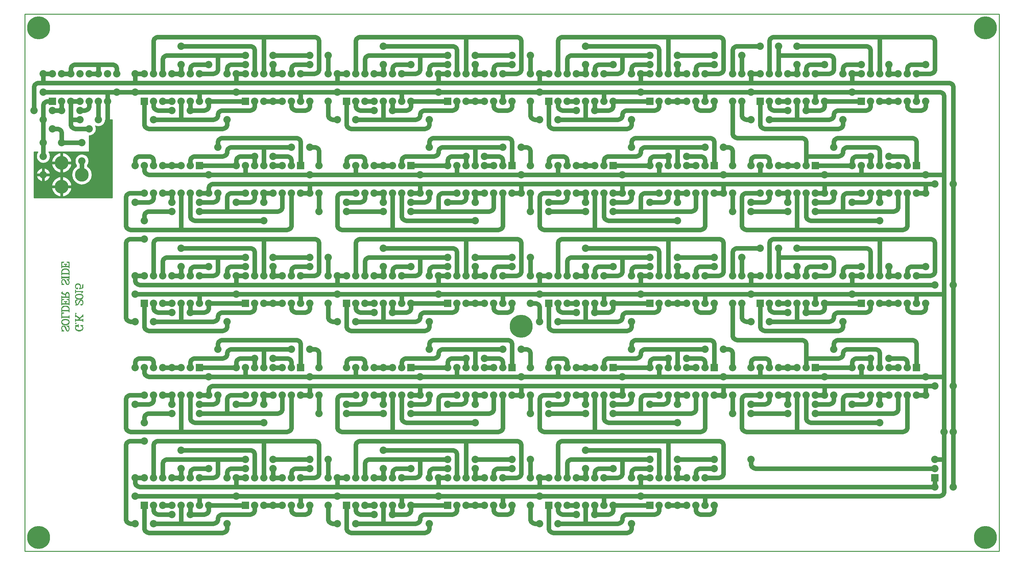
<source format=gbl>
%FSLAX23Y23*%
%MOIN*%
G70*
G01*
G75*
%ADD10C,0.050*%
%ADD11C,0.050*%
%ADD12C,0.010*%
%ADD13C,0.030*%
%ADD14C,0.009*%
%ADD15C,0.080*%
%ADD16R,0.080X0.080*%
%ADD17C,0.150*%
%ADD18C,0.250*%
D10*
X12595Y6020D02*
X12596Y6010D01*
X12599Y6001D01*
X12603Y5992D01*
X12610Y5985D01*
X12617Y5978D01*
X12626Y5974D01*
X12635Y5971D01*
X12645Y5970D01*
X14695Y10020D02*
X14694Y10030D01*
X14691Y10039D01*
X14687Y10048D01*
X14680Y10055D01*
X14673Y10062D01*
X14664Y10066D01*
X14655Y10069D01*
X14645Y10070D01*
Y5670D02*
X14655Y5671D01*
X14664Y5674D01*
X14673Y5678D01*
X14680Y5685D01*
X14687Y5692D01*
X14691Y5701D01*
X14694Y5710D01*
X14695Y5720D01*
X5995Y9220D02*
X5996Y9210D01*
X5999Y9201D01*
X6003Y9192D01*
X6010Y9185D01*
X6017Y9178D01*
X6026Y9174D01*
X6035Y9171D01*
X6045Y9170D01*
X5695Y10320D02*
X5694Y10330D01*
X5691Y10339D01*
X5687Y10348D01*
X5680Y10355D01*
X5673Y10362D01*
X5664Y10366D01*
X5655Y10369D01*
X5645Y10370D01*
X5245D02*
X5235Y10369D01*
X5226Y10366D01*
X5217Y10362D01*
X5210Y10355D01*
X5203Y10348D01*
X5199Y10339D01*
X5196Y10330D01*
X5195Y10320D01*
X5995Y7020D02*
X5996Y7010D01*
X5999Y7001D01*
X6003Y6992D01*
X6010Y6985D01*
X6017Y6978D01*
X6026Y6974D01*
X6035Y6971D01*
X6045Y6970D01*
X14795Y10120D02*
X14794Y10130D01*
X14791Y10139D01*
X14787Y10148D01*
X14780Y10155D01*
X14773Y10162D01*
X14764Y10166D01*
X14755Y10169D01*
X14745Y10170D01*
X6745Y9070D02*
X6735Y9069D01*
X6726Y9066D01*
X6717Y9062D01*
X6710Y9055D01*
X6703Y9048D01*
X6699Y9039D01*
X6696Y9030D01*
X6695Y9020D01*
X5345Y9870D02*
X5355Y9871D01*
X5364Y9874D01*
X5373Y9878D01*
X5380Y9885D01*
X5387Y9892D01*
X5391Y9901D01*
X5394Y9910D01*
X5395Y9920D01*
X4845Y10170D02*
X4835Y10169D01*
X4826Y10166D01*
X4817Y10162D01*
X4810Y10155D01*
X4803Y10148D01*
X4799Y10139D01*
X4796Y10130D01*
X4795Y10120D01*
X6745Y6870D02*
X6735Y6869D01*
X6726Y6866D01*
X6717Y6862D01*
X6710Y6855D01*
X6703Y6848D01*
X6699Y6839D01*
X6696Y6830D01*
X6695Y6820D01*
X5895Y8020D02*
X5896Y8010D01*
X5899Y8001D01*
X5903Y7992D01*
X5910Y7985D01*
X5917Y7978D01*
X5926Y7974D01*
X5935Y7971D01*
X5945Y7970D01*
X5895Y5820D02*
X5896Y5810D01*
X5899Y5801D01*
X5903Y5792D01*
X5910Y5785D01*
X5917Y5778D01*
X5926Y5774D01*
X5935Y5771D01*
X5945Y5770D01*
X5095Y9620D02*
X5094Y9630D01*
X5091Y9639D01*
X5087Y9648D01*
X5080Y9655D01*
X5073Y9662D01*
X5064Y9666D01*
X5055Y9669D01*
X5045Y9670D01*
X5195Y9720D02*
X5196Y9710D01*
X5199Y9701D01*
X5203Y9692D01*
X5210Y9685D01*
X5217Y9678D01*
X5226Y9674D01*
X5235Y9671D01*
X5245Y9670D01*
X4945Y9970D02*
X4935Y9969D01*
X4926Y9966D01*
X4917Y9962D01*
X4910Y9955D01*
X4903Y9948D01*
X4899Y9939D01*
X4896Y9930D01*
X4895Y9920D01*
X7195Y10520D02*
X7194Y10530D01*
X7191Y10539D01*
X7187Y10548D01*
X7180Y10555D01*
X7173Y10562D01*
X7164Y10566D01*
X7155Y10569D01*
X7145Y10570D01*
X6145Y10670D02*
X6135Y10669D01*
X6126Y10666D01*
X6117Y10662D01*
X6110Y10655D01*
X6103Y10648D01*
X6099Y10639D01*
X6096Y10630D01*
X6095Y10620D01*
X7845Y10270D02*
X7855Y10271D01*
X7864Y10274D01*
X7873Y10278D01*
X7880Y10285D01*
X7887Y10292D01*
X7891Y10301D01*
X7894Y10310D01*
X7895Y10320D01*
Y10620D02*
X7894Y10630D01*
X7891Y10639D01*
X7887Y10648D01*
X7880Y10655D01*
X7873Y10662D01*
X7864Y10666D01*
X7855Y10669D01*
X7845Y10670D01*
X5995Y9720D02*
X5996Y9710D01*
X5999Y9701D01*
X6003Y9692D01*
X6010Y9685D01*
X6017Y9678D01*
X6026Y9674D01*
X6035Y9671D01*
X6045Y9670D01*
X6845D02*
X6855Y9671D01*
X6864Y9674D01*
X6873Y9678D01*
X6880Y9685D01*
X6887Y9692D01*
X6891Y9701D01*
X6894Y9710D01*
X6895Y9720D01*
X6945Y10370D02*
X6935Y10369D01*
X6926Y10366D01*
X6917Y10362D01*
X6910Y10355D01*
X6903Y10348D01*
X6899Y10339D01*
X6896Y10330D01*
X6895Y10320D01*
X6745Y9770D02*
X6755Y9771D01*
X6764Y9774D01*
X6773Y9778D01*
X6780Y9785D01*
X6787Y9792D01*
X6791Y9801D01*
X6794Y9810D01*
X6795Y9820D01*
X6845Y9870D02*
X6835Y9869D01*
X6826Y9866D01*
X6817Y9862D01*
X6810Y9855D01*
X6803Y9848D01*
X6799Y9839D01*
X6796Y9830D01*
X6795Y9820D01*
X7145Y9870D02*
X7155Y9871D01*
X7164Y9874D01*
X7173Y9878D01*
X7180Y9885D01*
X7187Y9892D01*
X7191Y9901D01*
X7194Y9910D01*
X7195Y9920D01*
X7595D02*
X7596Y9910D01*
X7599Y9901D01*
X7603Y9892D01*
X7610Y9885D01*
X7617Y9878D01*
X7626Y9874D01*
X7635Y9871D01*
X7645Y9870D01*
Y10370D02*
X7635Y10369D01*
X7626Y10366D01*
X7617Y10362D01*
X7610Y10355D01*
X7603Y10348D01*
X7599Y10339D01*
X7596Y10330D01*
X7595Y10320D01*
X7745Y9870D02*
X7755Y9871D01*
X7764Y9874D01*
X7773Y9878D01*
X7780Y9885D01*
X7787Y9892D01*
X7791Y9901D01*
X7794Y9910D01*
X7795Y9920D01*
X6095D02*
X6096Y9910D01*
X6099Y9901D01*
X6103Y9892D01*
X6110Y9885D01*
X6117Y9878D01*
X6126Y9874D01*
X6135Y9871D01*
X6145Y9870D01*
X6645D02*
X6655Y9871D01*
X6664Y9874D01*
X6673Y9878D01*
X6680Y9885D01*
X6687Y9892D01*
X6691Y9901D01*
X6694Y9910D01*
X6695Y9920D01*
X6545Y10370D02*
X6535Y10369D01*
X6526Y10366D01*
X6517Y10362D01*
X6510Y10355D01*
X6503Y10348D01*
X6499Y10339D01*
X6496Y10330D01*
X6495Y10320D01*
X7995Y9820D02*
X7996Y9810D01*
X7999Y9801D01*
X8003Y9792D01*
X8010Y9785D01*
X8017Y9778D01*
X8026Y9774D01*
X8035Y9771D01*
X8045Y9770D01*
X6745Y10270D02*
X6755Y10271D01*
X6764Y10274D01*
X6773Y10278D01*
X6780Y10285D01*
X6787Y10292D01*
X6791Y10301D01*
X6794Y10310D01*
X6795Y10320D01*
X6245Y10470D02*
X6235Y10469D01*
X6226Y10466D01*
X6217Y10462D01*
X6210Y10455D01*
X6203Y10448D01*
X6199Y10439D01*
X6196Y10430D01*
X6195Y10420D01*
X8945Y9770D02*
X8955Y9771D01*
X8964Y9774D01*
X8973Y9778D01*
X8980Y9785D01*
X8987Y9792D01*
X8991Y9801D01*
X8994Y9810D01*
X8995Y9820D01*
X9045Y9870D02*
X9035Y9869D01*
X9026Y9866D01*
X9017Y9862D01*
X9010Y9855D01*
X9003Y9848D01*
X8999Y9839D01*
X8996Y9830D01*
X8995Y9820D01*
X9345Y9870D02*
X9355Y9871D01*
X9364Y9874D01*
X9373Y9878D01*
X9380Y9885D01*
X9387Y9892D01*
X9391Y9901D01*
X9394Y9910D01*
X9395Y9920D01*
X8195Y9720D02*
X8196Y9710D01*
X8199Y9701D01*
X8203Y9692D01*
X8210Y9685D01*
X8217Y9678D01*
X8226Y9674D01*
X8235Y9671D01*
X8245Y9670D01*
X9045D02*
X9055Y9671D01*
X9064Y9674D01*
X9073Y9678D01*
X9080Y9685D01*
X9087Y9692D01*
X9091Y9701D01*
X9094Y9710D01*
X9095Y9720D01*
X9145Y10370D02*
X9135Y10369D01*
X9126Y10366D01*
X9117Y10362D01*
X9110Y10355D01*
X9103Y10348D01*
X9099Y10339D01*
X9096Y10330D01*
X9095Y10320D01*
X9395Y10520D02*
X9394Y10530D01*
X9391Y10539D01*
X9387Y10548D01*
X9380Y10555D01*
X9373Y10562D01*
X9364Y10566D01*
X9355Y10569D01*
X9345Y10570D01*
X8345Y10670D02*
X8335Y10669D01*
X8326Y10666D01*
X8317Y10662D01*
X8310Y10655D01*
X8303Y10648D01*
X8299Y10639D01*
X8296Y10630D01*
X8295Y10620D01*
X10045Y10270D02*
X10055Y10271D01*
X10064Y10274D01*
X10073Y10278D01*
X10080Y10285D01*
X10087Y10292D01*
X10091Y10301D01*
X10094Y10310D01*
X10095Y10320D01*
Y10620D02*
X10094Y10630D01*
X10091Y10639D01*
X10087Y10648D01*
X10080Y10655D01*
X10073Y10662D01*
X10064Y10666D01*
X10055Y10669D01*
X10045Y10670D01*
X9795Y9920D02*
X9796Y9910D01*
X9799Y9901D01*
X9803Y9892D01*
X9810Y9885D01*
X9817Y9878D01*
X9826Y9874D01*
X9835Y9871D01*
X9845Y9870D01*
Y10370D02*
X9835Y10369D01*
X9826Y10366D01*
X9817Y10362D01*
X9810Y10355D01*
X9803Y10348D01*
X9799Y10339D01*
X9796Y10330D01*
X9795Y10320D01*
X9945Y9870D02*
X9955Y9871D01*
X9964Y9874D01*
X9973Y9878D01*
X9980Y9885D01*
X9987Y9892D01*
X9991Y9901D01*
X9994Y9910D01*
X9995Y9920D01*
X8295D02*
X8296Y9910D01*
X8299Y9901D01*
X8303Y9892D01*
X8310Y9885D01*
X8317Y9878D01*
X8326Y9874D01*
X8335Y9871D01*
X8345Y9870D01*
X8845D02*
X8855Y9871D01*
X8864Y9874D01*
X8873Y9878D01*
X8880Y9885D01*
X8887Y9892D01*
X8891Y9901D01*
X8894Y9910D01*
X8895Y9920D01*
X8745Y10370D02*
X8735Y10369D01*
X8726Y10366D01*
X8717Y10362D01*
X8710Y10355D01*
X8703Y10348D01*
X8699Y10339D01*
X8696Y10330D01*
X8695Y10320D01*
X10195Y9820D02*
X10196Y9810D01*
X10199Y9801D01*
X10203Y9792D01*
X10210Y9785D01*
X10217Y9778D01*
X10226Y9774D01*
X10235Y9771D01*
X10245Y9770D01*
X8945Y10270D02*
X8955Y10271D01*
X8964Y10274D01*
X8973Y10278D01*
X8980Y10285D01*
X8987Y10292D01*
X8991Y10301D01*
X8994Y10310D01*
X8995Y10320D01*
X8445Y10470D02*
X8435Y10469D01*
X8426Y10466D01*
X8417Y10462D01*
X8410Y10455D01*
X8403Y10448D01*
X8399Y10439D01*
X8396Y10430D01*
X8395Y10420D01*
X11145Y9770D02*
X11155Y9771D01*
X11164Y9774D01*
X11173Y9778D01*
X11180Y9785D01*
X11187Y9792D01*
X11191Y9801D01*
X11194Y9810D01*
X11195Y9820D01*
X11245Y9870D02*
X11235Y9869D01*
X11226Y9866D01*
X11217Y9862D01*
X11210Y9855D01*
X11203Y9848D01*
X11199Y9839D01*
X11196Y9830D01*
X11195Y9820D01*
X11545Y9870D02*
X11555Y9871D01*
X11564Y9874D01*
X11573Y9878D01*
X11580Y9885D01*
X11587Y9892D01*
X11591Y9901D01*
X11594Y9910D01*
X11595Y9920D01*
X10495D02*
X10496Y9910D01*
X10499Y9901D01*
X10503Y9892D01*
X10510Y9885D01*
X10517Y9878D01*
X10526Y9874D01*
X10535Y9871D01*
X10545Y9870D01*
X11045D02*
X11055Y9871D01*
X11064Y9874D01*
X11073Y9878D01*
X11080Y9885D01*
X11087Y9892D01*
X11091Y9901D01*
X11094Y9910D01*
X11095Y9920D01*
X10945Y10370D02*
X10935Y10369D01*
X10926Y10366D01*
X10917Y10362D01*
X10910Y10355D01*
X10903Y10348D01*
X10899Y10339D01*
X10896Y10330D01*
X10895Y10320D01*
X11595Y10520D02*
X11594Y10530D01*
X11591Y10539D01*
X11587Y10548D01*
X11580Y10555D01*
X11573Y10562D01*
X11564Y10566D01*
X11555Y10569D01*
X11545Y10570D01*
X10395Y9720D02*
X10396Y9710D01*
X10399Y9701D01*
X10403Y9692D01*
X10410Y9685D01*
X10417Y9678D01*
X10426Y9674D01*
X10435Y9671D01*
X10445Y9670D01*
X11245D02*
X11255Y9671D01*
X11264Y9674D01*
X11273Y9678D01*
X11280Y9685D01*
X11287Y9692D01*
X11291Y9701D01*
X11294Y9710D01*
X11295Y9720D01*
X11345Y10370D02*
X11335Y10369D01*
X11326Y10366D01*
X11317Y10362D01*
X11310Y10355D01*
X11303Y10348D01*
X11299Y10339D01*
X11296Y10330D01*
X11295Y10320D01*
X11995Y9920D02*
X11996Y9910D01*
X11999Y9901D01*
X12003Y9892D01*
X12010Y9885D01*
X12017Y9878D01*
X12026Y9874D01*
X12035Y9871D01*
X12045Y9870D01*
Y10370D02*
X12035Y10369D01*
X12026Y10366D01*
X12017Y10362D01*
X12010Y10355D01*
X12003Y10348D01*
X11999Y10339D01*
X11996Y10330D01*
X11995Y10320D01*
X12145Y9870D02*
X12155Y9871D01*
X12164Y9874D01*
X12173Y9878D01*
X12180Y9885D01*
X12187Y9892D01*
X12191Y9901D01*
X12194Y9910D01*
X12195Y9920D01*
X10545Y10670D02*
X10535Y10669D01*
X10526Y10666D01*
X10517Y10662D01*
X10510Y10655D01*
X10503Y10648D01*
X10499Y10639D01*
X10496Y10630D01*
X10495Y10620D01*
X12245Y10270D02*
X12255Y10271D01*
X12264Y10274D01*
X12273Y10278D01*
X12280Y10285D01*
X12287Y10292D01*
X12291Y10301D01*
X12294Y10310D01*
X12295Y10320D01*
Y10620D02*
X12294Y10630D01*
X12291Y10639D01*
X12287Y10648D01*
X12280Y10655D01*
X12273Y10662D01*
X12264Y10666D01*
X12255Y10669D01*
X12245Y10670D01*
X12495Y9820D02*
X12496Y9810D01*
X12499Y9801D01*
X12503Y9792D01*
X12510Y9785D01*
X12517Y9778D01*
X12526Y9774D01*
X12535Y9771D01*
X12545Y9770D01*
X11145Y10270D02*
X11155Y10271D01*
X11164Y10274D01*
X11173Y10278D01*
X11180Y10285D01*
X11187Y10292D01*
X11191Y10301D01*
X11194Y10310D01*
X11195Y10320D01*
X10645Y10470D02*
X10635Y10469D01*
X10626Y10466D01*
X10617Y10462D01*
X10610Y10455D01*
X10603Y10448D01*
X10599Y10439D01*
X10596Y10430D01*
X10595Y10420D01*
X13445Y9770D02*
X13455Y9771D01*
X13464Y9774D01*
X13473Y9778D01*
X13480Y9785D01*
X13487Y9792D01*
X13491Y9801D01*
X13494Y9810D01*
X13495Y9820D01*
X13545Y9870D02*
X13535Y9869D01*
X13526Y9866D01*
X13517Y9862D01*
X13510Y9855D01*
X13503Y9848D01*
X13499Y9839D01*
X13496Y9830D01*
X13495Y9820D01*
X13845Y9870D02*
X13855Y9871D01*
X13864Y9874D01*
X13873Y9878D01*
X13880Y9885D01*
X13887Y9892D01*
X13891Y9901D01*
X13894Y9910D01*
X13895Y9920D01*
X12795D02*
X12796Y9910D01*
X12799Y9901D01*
X12803Y9892D01*
X12810Y9885D01*
X12817Y9878D01*
X12826Y9874D01*
X12835Y9871D01*
X12845Y9870D01*
X13345D02*
X13355Y9871D01*
X13364Y9874D01*
X13373Y9878D01*
X13380Y9885D01*
X13387Y9892D01*
X13391Y9901D01*
X13394Y9910D01*
X13395Y9920D01*
X13245Y10370D02*
X13235Y10369D01*
X13226Y10366D01*
X13217Y10362D01*
X13210Y10355D01*
X13203Y10348D01*
X13199Y10339D01*
X13196Y10330D01*
X13195Y10320D01*
X14295Y9920D02*
X14296Y9910D01*
X14299Y9901D01*
X14303Y9892D01*
X14310Y9885D01*
X14317Y9878D01*
X14326Y9874D01*
X14335Y9871D01*
X14345Y9870D01*
Y10370D02*
X14335Y10369D01*
X14326Y10366D01*
X14317Y10362D01*
X14310Y10355D01*
X14303Y10348D01*
X14299Y10339D01*
X14296Y10330D01*
X14295Y10320D01*
X14445Y9870D02*
X14455Y9871D01*
X14464Y9874D01*
X14473Y9878D01*
X14480Y9885D01*
X14487Y9892D01*
X14491Y9901D01*
X14494Y9910D01*
X14495Y9920D01*
X12845Y10670D02*
X12835Y10669D01*
X12826Y10666D01*
X12817Y10662D01*
X12810Y10655D01*
X12803Y10648D01*
X12799Y10639D01*
X12796Y10630D01*
X12795Y10620D01*
X14545Y10270D02*
X14555Y10271D01*
X14564Y10274D01*
X14573Y10278D01*
X14580Y10285D01*
X14587Y10292D01*
X14591Y10301D01*
X14594Y10310D01*
X14595Y10320D01*
Y10620D02*
X14594Y10630D01*
X14591Y10639D01*
X14587Y10648D01*
X14580Y10655D01*
X14573Y10662D01*
X14564Y10666D01*
X14555Y10669D01*
X14545Y10670D01*
X12695Y9720D02*
X12696Y9710D01*
X12699Y9701D01*
X12703Y9692D01*
X12710Y9685D01*
X12717Y9678D01*
X12726Y9674D01*
X12735Y9671D01*
X12745Y9670D01*
X13545D02*
X13555Y9671D01*
X13564Y9674D01*
X13573Y9678D01*
X13580Y9685D01*
X13587Y9692D01*
X13591Y9701D01*
X13594Y9710D01*
X13595Y9720D01*
X13645Y10370D02*
X13635Y10369D01*
X13626Y10366D01*
X13617Y10362D01*
X13610Y10355D01*
X13603Y10348D01*
X13599Y10339D01*
X13596Y10330D01*
X13595Y10320D01*
X13195Y9520D02*
X13194Y9530D01*
X13191Y9539D01*
X13187Y9548D01*
X13180Y9555D01*
X13173Y9562D01*
X13164Y9566D01*
X13155Y9569D01*
X13145Y9570D01*
X12395Y9620D02*
X12396Y9610D01*
X12399Y9601D01*
X12403Y9592D01*
X12410Y9585D01*
X12417Y9578D01*
X12426Y9574D01*
X12435Y9571D01*
X12445Y9570D01*
Y10570D02*
X12435Y10569D01*
X12426Y10566D01*
X12417Y10562D01*
X12410Y10555D01*
X12403Y10548D01*
X12399Y10539D01*
X12396Y10530D01*
X12395Y10520D01*
X13545Y9370D02*
X13555Y9371D01*
X13564Y9374D01*
X13573Y9378D01*
X13580Y9385D01*
X13587Y9392D01*
X13591Y9401D01*
X13594Y9410D01*
X13595Y9420D01*
X13645Y9470D02*
X13635Y9469D01*
X13626Y9466D01*
X13617Y9462D01*
X13610Y9455D01*
X13603Y9448D01*
X13599Y9439D01*
X13596Y9430D01*
X13595Y9420D01*
X13995D02*
X13994Y9430D01*
X13991Y9439D01*
X13987Y9448D01*
X13980Y9455D01*
X13973Y9462D01*
X13964Y9466D01*
X13955Y9469D01*
X13945Y9470D01*
X13445Y10270D02*
X13455Y10271D01*
X13464Y10274D01*
X13473Y10278D01*
X13480Y10285D01*
X13487Y10292D01*
X13491Y10301D01*
X13494Y10310D01*
X13495Y10320D01*
Y10420D02*
X13494Y10430D01*
X13491Y10439D01*
X13487Y10448D01*
X13480Y10455D01*
X13473Y10462D01*
X13464Y10466D01*
X13455Y10469D01*
X13445Y10470D01*
X13895Y10520D02*
X13894Y10530D01*
X13891Y10539D01*
X13887Y10548D01*
X13880Y10555D01*
X13873Y10562D01*
X13864Y10566D01*
X13855Y10569D01*
X13845Y10570D01*
X5945Y9370D02*
X5935Y9369D01*
X5926Y9366D01*
X5917Y9362D01*
X5910Y9355D01*
X5903Y9348D01*
X5899Y9339D01*
X5896Y9330D01*
X5895Y9320D01*
X6045Y8870D02*
X6055Y8871D01*
X6064Y8874D01*
X6073Y8878D01*
X6080Y8885D01*
X6087Y8892D01*
X6091Y8901D01*
X6094Y8910D01*
X6095Y8920D01*
Y9320D02*
X6094Y9330D01*
X6091Y9339D01*
X6087Y9348D01*
X6080Y9355D01*
X6073Y9362D01*
X6064Y9366D01*
X6055Y9369D01*
X6045Y9370D01*
X5795Y8620D02*
X5796Y8610D01*
X5799Y8601D01*
X5803Y8592D01*
X5810Y8585D01*
X5817Y8578D01*
X5826Y8574D01*
X5835Y8571D01*
X5845Y8570D01*
Y8970D02*
X5835Y8969D01*
X5826Y8966D01*
X5817Y8962D01*
X5810Y8955D01*
X5803Y8948D01*
X5799Y8939D01*
X5796Y8930D01*
X5795Y8920D01*
X7545Y8570D02*
X7555Y8571D01*
X7564Y8574D01*
X7573Y8578D01*
X7580Y8585D01*
X7587Y8592D01*
X7591Y8601D01*
X7594Y8610D01*
X7595Y8620D01*
X6495Y8720D02*
X6496Y8710D01*
X6499Y8701D01*
X6503Y8692D01*
X6510Y8685D01*
X6517Y8678D01*
X6526Y8674D01*
X6535Y8671D01*
X6545Y8670D01*
X7145Y8870D02*
X7155Y8871D01*
X7164Y8874D01*
X7173Y8878D01*
X7180Y8885D01*
X7187Y8892D01*
X7191Y8901D01*
X7194Y8910D01*
X7195Y8920D01*
X7045Y9370D02*
X7035Y9369D01*
X7026Y9366D01*
X7017Y9362D01*
X7010Y9355D01*
X7003Y9348D01*
X6999Y9339D01*
X6996Y9330D01*
X6995Y9320D01*
X7595D02*
X7594Y9330D01*
X7591Y9339D01*
X7587Y9348D01*
X7580Y9355D01*
X7573Y9362D01*
X7564Y9366D01*
X7555Y9369D01*
X7545Y9370D01*
X6745Y8870D02*
X6755Y8871D01*
X6764Y8874D01*
X6773Y8878D01*
X6780Y8885D01*
X6787Y8892D01*
X6791Y8901D01*
X6794Y8910D01*
X6795Y8920D01*
X6845Y9570D02*
X6835Y9569D01*
X6826Y9566D01*
X6817Y9562D01*
X6810Y9555D01*
X6803Y9548D01*
X6799Y9539D01*
X6796Y9530D01*
X6795Y9520D01*
X7695D02*
X7694Y9530D01*
X7691Y9539D01*
X7687Y9548D01*
X7680Y9555D01*
X7673Y9562D01*
X7664Y9566D01*
X7655Y9569D01*
X7645Y9570D01*
X8245Y9370D02*
X8235Y9369D01*
X8226Y9366D01*
X8217Y9362D01*
X8210Y9355D01*
X8203Y9348D01*
X8199Y9339D01*
X8196Y9330D01*
X8195Y9320D01*
X8345Y8870D02*
X8355Y8871D01*
X8364Y8874D01*
X8373Y8878D01*
X8380Y8885D01*
X8387Y8892D01*
X8391Y8901D01*
X8394Y8910D01*
X8395Y8920D01*
Y9320D02*
X8394Y9330D01*
X8391Y9339D01*
X8387Y9348D01*
X8380Y9355D01*
X8373Y9362D01*
X8364Y9366D01*
X8355Y9369D01*
X8345Y9370D01*
X9445Y8870D02*
X9455Y8871D01*
X9464Y8874D01*
X9473Y8878D01*
X9480Y8885D01*
X9487Y8892D01*
X9491Y8901D01*
X9494Y8910D01*
X9495Y8920D01*
X9345Y9370D02*
X9335Y9369D01*
X9326Y9366D01*
X9317Y9362D01*
X9310Y9355D01*
X9303Y9348D01*
X9299Y9339D01*
X9296Y9330D01*
X9295Y9320D01*
X9895D02*
X9894Y9330D01*
X9891Y9339D01*
X9887Y9348D01*
X9880Y9355D01*
X9873Y9362D01*
X9864Y9366D01*
X9855Y9369D01*
X9845Y9370D01*
X9045Y8870D02*
X9055Y8871D01*
X9064Y8874D01*
X9073Y8878D01*
X9080Y8885D01*
X9087Y8892D01*
X9091Y8901D01*
X9094Y8910D01*
X9095Y8920D01*
X9145Y9570D02*
X9135Y9569D01*
X9126Y9566D01*
X9117Y9562D01*
X9110Y9555D01*
X9103Y9548D01*
X9099Y9539D01*
X9096Y9530D01*
X9095Y9520D01*
X9995D02*
X9994Y9530D01*
X9991Y9539D01*
X9987Y9548D01*
X9980Y9555D01*
X9973Y9562D01*
X9964Y9566D01*
X9955Y9569D01*
X9945Y9570D01*
X8795Y8720D02*
X8796Y8710D01*
X8799Y8701D01*
X8803Y8692D01*
X8810Y8685D01*
X8817Y8678D01*
X8826Y8674D01*
X8835Y8671D01*
X8845Y8670D01*
X8095Y8620D02*
X8096Y8610D01*
X8099Y8601D01*
X8103Y8592D01*
X8110Y8585D01*
X8117Y8578D01*
X8126Y8574D01*
X8135Y8571D01*
X8145Y8570D01*
Y8970D02*
X8135Y8969D01*
X8126Y8966D01*
X8117Y8962D01*
X8110Y8955D01*
X8103Y8948D01*
X8099Y8939D01*
X8096Y8930D01*
X8095Y8920D01*
X9845Y8570D02*
X9855Y8571D01*
X9864Y8574D01*
X9873Y8578D01*
X9880Y8585D01*
X9887Y8592D01*
X9891Y8601D01*
X9894Y8610D01*
X9895Y8620D01*
X10445Y9370D02*
X10435Y9369D01*
X10426Y9366D01*
X10417Y9362D01*
X10410Y9355D01*
X10403Y9348D01*
X10399Y9339D01*
X10396Y9330D01*
X10395Y9320D01*
X10545Y8870D02*
X10555Y8871D01*
X10564Y8874D01*
X10573Y8878D01*
X10580Y8885D01*
X10587Y8892D01*
X10591Y8901D01*
X10594Y8910D01*
X10595Y8920D01*
Y9320D02*
X10594Y9330D01*
X10591Y9339D01*
X10587Y9348D01*
X10580Y9355D01*
X10573Y9362D01*
X10564Y9366D01*
X10555Y9369D01*
X10545Y9370D01*
X8845D02*
X8835Y9369D01*
X8826Y9366D01*
X8817Y9362D01*
X8810Y9355D01*
X8803Y9348D01*
X8799Y9339D01*
X8796Y9330D01*
X8795Y9320D01*
X9145Y9370D02*
X9155Y9371D01*
X9164Y9374D01*
X9173Y9378D01*
X9180Y9385D01*
X9187Y9392D01*
X9191Y9401D01*
X9194Y9410D01*
X9195Y9420D01*
X9245Y9470D02*
X9235Y9469D01*
X9226Y9466D01*
X9217Y9462D01*
X9210Y9455D01*
X9203Y9448D01*
X9199Y9439D01*
X9196Y9430D01*
X9195Y9420D01*
X10195D02*
X10194Y9430D01*
X10191Y9439D01*
X10187Y9448D01*
X10180Y9455D01*
X10173Y9462D01*
X10164Y9466D01*
X10155Y9469D01*
X10145Y9470D01*
X11945Y8770D02*
X11955Y8771D01*
X11964Y8774D01*
X11973Y8778D01*
X11980Y8785D01*
X11987Y8792D01*
X11991Y8801D01*
X11994Y8810D01*
X11995Y8820D01*
X11445Y8970D02*
X11435Y8969D01*
X11426Y8966D01*
X11417Y8962D01*
X11410Y8955D01*
X11403Y8948D01*
X11399Y8939D01*
X11396Y8930D01*
X11395Y8920D01*
X10295Y8620D02*
X10296Y8610D01*
X10299Y8601D01*
X10303Y8592D01*
X10310Y8585D01*
X10317Y8578D01*
X10326Y8574D01*
X10335Y8571D01*
X10345Y8570D01*
Y8970D02*
X10335Y8969D01*
X10326Y8966D01*
X10317Y8962D01*
X10310Y8955D01*
X10303Y8948D01*
X10299Y8939D01*
X10296Y8930D01*
X10295Y8920D01*
X12045Y8570D02*
X12055Y8571D01*
X12064Y8574D01*
X12073Y8578D01*
X12080Y8585D01*
X12087Y8592D01*
X12091Y8601D01*
X12094Y8610D01*
X12095Y8620D01*
X11245Y8870D02*
X11255Y8871D01*
X11264Y8874D01*
X11273Y8878D01*
X11280Y8885D01*
X11287Y8892D01*
X11291Y8901D01*
X11294Y8910D01*
X11295Y8920D01*
X11345Y9570D02*
X11335Y9569D01*
X11326Y9566D01*
X11317Y9562D01*
X11310Y9555D01*
X11303Y9548D01*
X11299Y9539D01*
X11296Y9530D01*
X11295Y9520D01*
X12195D02*
X12194Y9530D01*
X12191Y9539D01*
X12187Y9548D01*
X12180Y9555D01*
X12173Y9562D01*
X12164Y9566D01*
X12155Y9569D01*
X12145Y9570D01*
X10995Y8720D02*
X10996Y8710D01*
X10999Y8701D01*
X11003Y8692D01*
X11010Y8685D01*
X11017Y8678D01*
X11026Y8674D01*
X11035Y8671D01*
X11045Y8670D01*
X11645Y8870D02*
X11655Y8871D01*
X11664Y8874D01*
X11673Y8878D01*
X11680Y8885D01*
X11687Y8892D01*
X11691Y8901D01*
X11694Y8910D01*
X11695Y8920D01*
X11545Y9370D02*
X11535Y9369D01*
X11526Y9366D01*
X11517Y9362D01*
X11510Y9355D01*
X11503Y9348D01*
X11499Y9339D01*
X11496Y9330D01*
X11495Y9320D01*
X12095D02*
X12094Y9330D01*
X12091Y9339D01*
X12087Y9348D01*
X12080Y9355D01*
X12073Y9362D01*
X12064Y9366D01*
X12055Y9369D01*
X12045Y9370D01*
X12645D02*
X12635Y9369D01*
X12626Y9366D01*
X12617Y9362D01*
X12610Y9355D01*
X12603Y9348D01*
X12599Y9339D01*
X12596Y9330D01*
X12595Y9320D01*
X12745Y8870D02*
X12755Y8871D01*
X12764Y8874D01*
X12773Y8878D01*
X12780Y8885D01*
X12787Y8892D01*
X12791Y8901D01*
X12794Y8910D01*
X12795Y8920D01*
Y9320D02*
X12794Y9330D01*
X12791Y9339D01*
X12787Y9348D01*
X12780Y9355D01*
X12773Y9362D01*
X12764Y9366D01*
X12755Y9369D01*
X12745Y9370D01*
X13195Y8720D02*
X13196Y8710D01*
X13199Y8701D01*
X13203Y8692D01*
X13210Y8685D01*
X13217Y8678D01*
X13226Y8674D01*
X13235Y8671D01*
X13245Y8670D01*
X13445Y8870D02*
X13455Y8871D01*
X13464Y8874D01*
X13473Y8878D01*
X13480Y8885D01*
X13487Y8892D01*
X13491Y8901D01*
X13494Y8910D01*
X13495Y8920D01*
X13545Y9570D02*
X13535Y9569D01*
X13526Y9566D01*
X13517Y9562D01*
X13510Y9555D01*
X13503Y9548D01*
X13499Y9539D01*
X13496Y9530D01*
X13495Y9520D01*
X14395D02*
X14394Y9530D01*
X14391Y9539D01*
X14387Y9548D01*
X14380Y9555D01*
X14373Y9562D01*
X14364Y9566D01*
X14355Y9569D01*
X14345Y9570D01*
X13845Y8870D02*
X13855Y8871D01*
X13864Y8874D01*
X13873Y8878D01*
X13880Y8885D01*
X13887Y8892D01*
X13891Y8901D01*
X13894Y8910D01*
X13895Y8920D01*
X13745Y9370D02*
X13735Y9369D01*
X13726Y9366D01*
X13717Y9362D01*
X13710Y9355D01*
X13703Y9348D01*
X13699Y9339D01*
X13696Y9330D01*
X13695Y9320D01*
X14295D02*
X14294Y9330D01*
X14291Y9339D01*
X14287Y9348D01*
X14280Y9355D01*
X14273Y9362D01*
X14264Y9366D01*
X14255Y9369D01*
X14245Y9370D01*
X11045D02*
X11035Y9369D01*
X11026Y9366D01*
X11017Y9362D01*
X11010Y9355D01*
X11003Y9348D01*
X10999Y9339D01*
X10996Y9330D01*
X10995Y9320D01*
X11345Y9370D02*
X11355Y9371D01*
X11364Y9374D01*
X11373Y9378D01*
X11380Y9385D01*
X11387Y9392D01*
X11391Y9401D01*
X11394Y9410D01*
X11395Y9420D01*
X11445Y9470D02*
X11435Y9469D01*
X11426Y9466D01*
X11417Y9462D01*
X11410Y9455D01*
X11403Y9448D01*
X11399Y9439D01*
X11396Y9430D01*
X11395Y9420D01*
X12395D02*
X12394Y9430D01*
X12391Y9439D01*
X12387Y9448D01*
X12380Y9455D01*
X12373Y9462D01*
X12364Y9466D01*
X12355Y9469D01*
X12345Y9470D01*
X14145Y8770D02*
X14155Y8771D01*
X14164Y8774D01*
X14173Y8778D01*
X14180Y8785D01*
X14187Y8792D01*
X14191Y8801D01*
X14194Y8810D01*
X14195Y8820D01*
X13645Y8970D02*
X13635Y8969D01*
X13626Y8966D01*
X13617Y8962D01*
X13610Y8955D01*
X13603Y8948D01*
X13599Y8939D01*
X13596Y8930D01*
X13595Y8920D01*
X12495Y8620D02*
X12496Y8610D01*
X12499Y8601D01*
X12503Y8592D01*
X12510Y8585D01*
X12517Y8578D01*
X12526Y8574D01*
X12535Y8571D01*
X12545Y8570D01*
Y8970D02*
X12535Y8969D01*
X12526Y8966D01*
X12517Y8962D01*
X12510Y8955D01*
X12503Y8948D01*
X12499Y8939D01*
X12496Y8930D01*
X12495Y8920D01*
X14245Y8570D02*
X14255Y8571D01*
X14264Y8574D01*
X14273Y8578D01*
X14280Y8585D01*
X14287Y8592D01*
X14291Y8601D01*
X14294Y8610D01*
X14295Y8620D01*
X12695Y7520D02*
X12696Y7510D01*
X12699Y7501D01*
X12703Y7492D01*
X12710Y7485D01*
X12717Y7478D01*
X12726Y7474D01*
X12735Y7471D01*
X12745Y7470D01*
X13545D02*
X13555Y7471D01*
X13564Y7474D01*
X13573Y7478D01*
X13580Y7485D01*
X13587Y7492D01*
X13591Y7501D01*
X13594Y7510D01*
X13595Y7520D01*
X13645Y8170D02*
X13635Y8169D01*
X13626Y8166D01*
X13617Y8162D01*
X13610Y8155D01*
X13603Y8148D01*
X13599Y8139D01*
X13596Y8130D01*
X13595Y8120D01*
X12845Y8470D02*
X12835Y8469D01*
X12826Y8466D01*
X12817Y8462D01*
X12810Y8455D01*
X12803Y8448D01*
X12799Y8439D01*
X12796Y8430D01*
X12795Y8420D01*
X14545Y8070D02*
X14555Y8071D01*
X14564Y8074D01*
X14573Y8078D01*
X14580Y8085D01*
X14587Y8092D01*
X14591Y8101D01*
X14594Y8110D01*
X14595Y8120D01*
Y8420D02*
X14594Y8430D01*
X14591Y8439D01*
X14587Y8448D01*
X14580Y8455D01*
X14573Y8462D01*
X14564Y8466D01*
X14555Y8469D01*
X14545Y8470D01*
X12795Y7720D02*
X12796Y7710D01*
X12799Y7701D01*
X12803Y7692D01*
X12810Y7685D01*
X12817Y7678D01*
X12826Y7674D01*
X12835Y7671D01*
X12845Y7670D01*
X13345D02*
X13355Y7671D01*
X13364Y7674D01*
X13373Y7678D01*
X13380Y7685D01*
X13387Y7692D01*
X13391Y7701D01*
X13394Y7710D01*
X13395Y7720D01*
X13245Y8170D02*
X13235Y8169D01*
X13226Y8166D01*
X13217Y8162D01*
X13210Y8155D01*
X13203Y8148D01*
X13199Y8139D01*
X13196Y8130D01*
X13195Y8120D01*
X13895Y8320D02*
X13894Y8330D01*
X13891Y8339D01*
X13887Y8348D01*
X13880Y8355D01*
X13873Y8362D01*
X13864Y8366D01*
X13855Y8369D01*
X13845Y8370D01*
X14295Y7720D02*
X14296Y7710D01*
X14299Y7701D01*
X14303Y7692D01*
X14310Y7685D01*
X14317Y7678D01*
X14326Y7674D01*
X14335Y7671D01*
X14345Y7670D01*
Y8170D02*
X14335Y8169D01*
X14326Y8166D01*
X14317Y8162D01*
X14310Y8155D01*
X14303Y8148D01*
X14299Y8139D01*
X14296Y8130D01*
X14295Y8120D01*
X14445Y7670D02*
X14455Y7671D01*
X14464Y7674D01*
X14473Y7678D01*
X14480Y7685D01*
X14487Y7692D01*
X14491Y7701D01*
X14494Y7710D01*
X14495Y7720D01*
X11145Y8070D02*
X11155Y8071D01*
X11164Y8074D01*
X11173Y8078D01*
X11180Y8085D01*
X11187Y8092D01*
X11191Y8101D01*
X11194Y8110D01*
X11195Y8120D01*
X10645Y8270D02*
X10635Y8269D01*
X10626Y8266D01*
X10617Y8262D01*
X10610Y8255D01*
X10603Y8248D01*
X10599Y8239D01*
X10596Y8230D01*
X10595Y8220D01*
X12495Y7620D02*
X12496Y7610D01*
X12499Y7601D01*
X12503Y7592D01*
X12510Y7585D01*
X12517Y7578D01*
X12526Y7574D01*
X12535Y7571D01*
X12545Y7570D01*
X13445D02*
X13455Y7571D01*
X13464Y7574D01*
X13473Y7578D01*
X13480Y7585D01*
X13487Y7592D01*
X13491Y7601D01*
X13494Y7610D01*
X13495Y7620D01*
X13545Y7670D02*
X13535Y7669D01*
X13526Y7666D01*
X13517Y7662D01*
X13510Y7655D01*
X13503Y7648D01*
X13499Y7639D01*
X13496Y7630D01*
X13495Y7620D01*
X13845Y7670D02*
X13855Y7671D01*
X13864Y7674D01*
X13873Y7678D01*
X13880Y7685D01*
X13887Y7692D01*
X13891Y7701D01*
X13894Y7710D01*
X13895Y7720D01*
X11595Y8320D02*
X11594Y8330D01*
X11591Y8339D01*
X11587Y8348D01*
X11580Y8355D01*
X11573Y8362D01*
X11564Y8366D01*
X11555Y8369D01*
X11545Y8370D01*
X11995Y7720D02*
X11996Y7710D01*
X11999Y7701D01*
X12003Y7692D01*
X12010Y7685D01*
X12017Y7678D01*
X12026Y7674D01*
X12035Y7671D01*
X12045Y7670D01*
Y8170D02*
X12035Y8169D01*
X12026Y8166D01*
X12017Y8162D01*
X12010Y8155D01*
X12003Y8148D01*
X11999Y8139D01*
X11996Y8130D01*
X11995Y8120D01*
X12145Y7670D02*
X12155Y7671D01*
X12164Y7674D01*
X12173Y7678D01*
X12180Y7685D01*
X12187Y7692D01*
X12191Y7701D01*
X12194Y7710D01*
X12195Y7720D01*
X10395Y7520D02*
X10396Y7510D01*
X10399Y7501D01*
X10403Y7492D01*
X10410Y7485D01*
X10417Y7478D01*
X10426Y7474D01*
X10435Y7471D01*
X10445Y7470D01*
X11245D02*
X11255Y7471D01*
X11264Y7474D01*
X11273Y7478D01*
X11280Y7485D01*
X11287Y7492D01*
X11291Y7501D01*
X11294Y7510D01*
X11295Y7520D01*
X11345Y8170D02*
X11335Y8169D01*
X11326Y8166D01*
X11317Y8162D01*
X11310Y8155D01*
X11303Y8148D01*
X11299Y8139D01*
X11296Y8130D01*
X11295Y8120D01*
X10495Y7720D02*
X10496Y7710D01*
X10499Y7701D01*
X10503Y7692D01*
X10510Y7685D01*
X10517Y7678D01*
X10526Y7674D01*
X10535Y7671D01*
X10545Y7670D01*
X11045D02*
X11055Y7671D01*
X11064Y7674D01*
X11073Y7678D01*
X11080Y7685D01*
X11087Y7692D01*
X11091Y7701D01*
X11094Y7710D01*
X11095Y7720D01*
X10945Y8170D02*
X10935Y8169D01*
X10926Y8166D01*
X10917Y8162D01*
X10910Y8155D01*
X10903Y8148D01*
X10899Y8139D01*
X10896Y8130D01*
X10895Y8120D01*
X10545Y8470D02*
X10535Y8469D01*
X10526Y8466D01*
X10517Y8462D01*
X10510Y8455D01*
X10503Y8448D01*
X10499Y8439D01*
X10496Y8430D01*
X10495Y8420D01*
X12245Y8070D02*
X12255Y8071D01*
X12264Y8074D01*
X12273Y8078D01*
X12280Y8085D01*
X12287Y8092D01*
X12291Y8101D01*
X12294Y8110D01*
X12295Y8120D01*
Y8420D02*
X12294Y8430D01*
X12291Y8439D01*
X12287Y8448D01*
X12280Y8455D01*
X12273Y8462D01*
X12264Y8466D01*
X12255Y8469D01*
X12245Y8470D01*
X9395Y8320D02*
X9394Y8330D01*
X9391Y8339D01*
X9387Y8348D01*
X9380Y8355D01*
X9373Y8362D01*
X9364Y8366D01*
X9355Y8369D01*
X9345Y8370D01*
X9795Y7720D02*
X9796Y7710D01*
X9799Y7701D01*
X9803Y7692D01*
X9810Y7685D01*
X9817Y7678D01*
X9826Y7674D01*
X9835Y7671D01*
X9845Y7670D01*
Y8170D02*
X9835Y8169D01*
X9826Y8166D01*
X9817Y8162D01*
X9810Y8155D01*
X9803Y8148D01*
X9799Y8139D01*
X9796Y8130D01*
X9795Y8120D01*
X9945Y7670D02*
X9955Y7671D01*
X9964Y7674D01*
X9973Y7678D01*
X9980Y7685D01*
X9987Y7692D01*
X9991Y7701D01*
X9994Y7710D01*
X9995Y7720D01*
X8195Y7520D02*
X8196Y7510D01*
X8199Y7501D01*
X8203Y7492D01*
X8210Y7485D01*
X8217Y7478D01*
X8226Y7474D01*
X8235Y7471D01*
X8245Y7470D01*
X9045D02*
X9055Y7471D01*
X9064Y7474D01*
X9073Y7478D01*
X9080Y7485D01*
X9087Y7492D01*
X9091Y7501D01*
X9094Y7510D01*
X9095Y7520D01*
X9145Y8170D02*
X9135Y8169D01*
X9126Y8166D01*
X9117Y8162D01*
X9110Y8155D01*
X9103Y8148D01*
X9099Y8139D01*
X9096Y8130D01*
X9095Y8120D01*
X8345Y8470D02*
X8335Y8469D01*
X8326Y8466D01*
X8317Y8462D01*
X8310Y8455D01*
X8303Y8448D01*
X8299Y8439D01*
X8296Y8430D01*
X8295Y8420D01*
X10045Y8070D02*
X10055Y8071D01*
X10064Y8074D01*
X10073Y8078D01*
X10080Y8085D01*
X10087Y8092D01*
X10091Y8101D01*
X10094Y8110D01*
X10095Y8120D01*
Y8420D02*
X10094Y8430D01*
X10091Y8439D01*
X10087Y8448D01*
X10080Y8455D01*
X10073Y8462D01*
X10064Y8466D01*
X10055Y8469D01*
X10045Y8470D01*
X8445Y8270D02*
X8435Y8269D01*
X8426Y8266D01*
X8417Y8262D01*
X8410Y8255D01*
X8403Y8248D01*
X8399Y8239D01*
X8396Y8230D01*
X8395Y8220D01*
X8945Y8070D02*
X8955Y8071D01*
X8964Y8074D01*
X8973Y8078D01*
X8980Y8085D01*
X8987Y8092D01*
X8991Y8101D01*
X8994Y8110D01*
X8995Y8120D01*
X11145Y7570D02*
X11155Y7571D01*
X11164Y7574D01*
X11173Y7578D01*
X11180Y7585D01*
X11187Y7592D01*
X11191Y7601D01*
X11194Y7610D01*
X11195Y7620D01*
X10295Y7720D02*
X10294Y7730D01*
X10291Y7739D01*
X10287Y7748D01*
X10280Y7755D01*
X10273Y7762D01*
X10264Y7766D01*
X10255Y7769D01*
X10245Y7770D01*
X11245Y7670D02*
X11235Y7669D01*
X11226Y7666D01*
X11217Y7662D01*
X11210Y7655D01*
X11203Y7648D01*
X11199Y7639D01*
X11196Y7630D01*
X11195Y7620D01*
X11545Y7670D02*
X11555Y7671D01*
X11564Y7674D01*
X11573Y7678D01*
X11580Y7685D01*
X11587Y7692D01*
X11591Y7701D01*
X11594Y7710D01*
X11595Y7720D01*
X8295D02*
X8296Y7710D01*
X8299Y7701D01*
X8303Y7692D01*
X8310Y7685D01*
X8317Y7678D01*
X8326Y7674D01*
X8335Y7671D01*
X8345Y7670D01*
X8845D02*
X8855Y7671D01*
X8864Y7674D01*
X8873Y7678D01*
X8880Y7685D01*
X8887Y7692D01*
X8891Y7701D01*
X8894Y7710D01*
X8895Y7720D01*
X8745Y8170D02*
X8735Y8169D01*
X8726Y8166D01*
X8717Y8162D01*
X8710Y8155D01*
X8703Y8148D01*
X8699Y8139D01*
X8696Y8130D01*
X8695Y8120D01*
X7595Y7720D02*
X7596Y7710D01*
X7599Y7701D01*
X7603Y7692D01*
X7610Y7685D01*
X7617Y7678D01*
X7626Y7674D01*
X7635Y7671D01*
X7645Y7670D01*
Y8170D02*
X7635Y8169D01*
X7626Y8166D01*
X7617Y8162D01*
X7610Y8155D01*
X7603Y8148D01*
X7599Y8139D01*
X7596Y8130D01*
X7595Y8120D01*
X7745Y7670D02*
X7755Y7671D01*
X7764Y7674D01*
X7773Y7678D01*
X7780Y7685D01*
X7787Y7692D01*
X7791Y7701D01*
X7794Y7710D01*
X7795Y7720D01*
X7195Y8320D02*
X7194Y8330D01*
X7191Y8339D01*
X7187Y8348D01*
X7180Y8355D01*
X7173Y8362D01*
X7164Y8366D01*
X7155Y8369D01*
X7145Y8370D01*
X6095Y7720D02*
X6096Y7710D01*
X6099Y7701D01*
X6103Y7692D01*
X6110Y7685D01*
X6117Y7678D01*
X6126Y7674D01*
X6135Y7671D01*
X6145Y7670D01*
X6645D02*
X6655Y7671D01*
X6664Y7674D01*
X6673Y7678D01*
X6680Y7685D01*
X6687Y7692D01*
X6691Y7701D01*
X6694Y7710D01*
X6695Y7720D01*
X6545Y8170D02*
X6535Y8169D01*
X6526Y8166D01*
X6517Y8162D01*
X6510Y8155D01*
X6503Y8148D01*
X6499Y8139D01*
X6496Y8130D01*
X6495Y8120D01*
X5995Y7520D02*
X5996Y7510D01*
X5999Y7501D01*
X6003Y7492D01*
X6010Y7485D01*
X6017Y7478D01*
X6026Y7474D01*
X6035Y7471D01*
X6045Y7470D01*
X6845D02*
X6855Y7471D01*
X6864Y7474D01*
X6873Y7478D01*
X6880Y7485D01*
X6887Y7492D01*
X6891Y7501D01*
X6894Y7510D01*
X6895Y7520D01*
X6945Y8170D02*
X6935Y8169D01*
X6926Y8166D01*
X6917Y8162D01*
X6910Y8155D01*
X6903Y8148D01*
X6899Y8139D01*
X6896Y8130D01*
X6895Y8120D01*
X5795Y7620D02*
X5796Y7610D01*
X5799Y7601D01*
X5803Y7592D01*
X5810Y7585D01*
X5817Y7578D01*
X5826Y7574D01*
X5835Y7571D01*
X5845Y7570D01*
Y8470D02*
X5835Y8469D01*
X5826Y8466D01*
X5817Y8462D01*
X5810Y8455D01*
X5803Y8448D01*
X5799Y8439D01*
X5796Y8430D01*
X5795Y8420D01*
X6045Y8770D02*
X6035Y8769D01*
X6026Y8766D01*
X6017Y8762D01*
X6010Y8755D01*
X6003Y8748D01*
X5999Y8739D01*
X5996Y8730D01*
X5995Y8720D01*
X6745Y7570D02*
X6755Y7571D01*
X6764Y7574D01*
X6773Y7578D01*
X6780Y7585D01*
X6787Y7592D01*
X6791Y7601D01*
X6794Y7610D01*
X6795Y7620D01*
X6845Y7670D02*
X6835Y7669D01*
X6826Y7666D01*
X6817Y7662D01*
X6810Y7655D01*
X6803Y7648D01*
X6799Y7639D01*
X6796Y7630D01*
X6795Y7620D01*
X7145Y7670D02*
X7155Y7671D01*
X7164Y7674D01*
X7173Y7678D01*
X7180Y7685D01*
X7187Y7692D01*
X7191Y7701D01*
X7194Y7710D01*
X7195Y7720D01*
X6945Y8970D02*
X6935Y8969D01*
X6926Y8966D01*
X6917Y8962D01*
X6910Y8955D01*
X6903Y8948D01*
X6899Y8939D01*
X6896Y8930D01*
X6895Y8920D01*
X7445Y8770D02*
X7455Y8771D01*
X7464Y8774D01*
X7473Y8778D01*
X7480Y8785D01*
X7487Y8792D01*
X7491Y8801D01*
X7494Y8810D01*
X7495Y8820D01*
X6145Y8470D02*
X6135Y8469D01*
X6126Y8466D01*
X6117Y8462D01*
X6110Y8455D01*
X6103Y8448D01*
X6099Y8439D01*
X6096Y8430D01*
X6095Y8420D01*
X7845Y8070D02*
X7855Y8071D01*
X7864Y8074D01*
X7873Y8078D01*
X7880Y8085D01*
X7887Y8092D01*
X7891Y8101D01*
X7894Y8110D01*
X7895Y8120D01*
Y8420D02*
X7894Y8430D01*
X7891Y8439D01*
X7887Y8448D01*
X7880Y8455D01*
X7873Y8462D01*
X7864Y8466D01*
X7855Y8469D01*
X7845Y8470D01*
X6745Y8070D02*
X6755Y8071D01*
X6764Y8074D01*
X6773Y8078D01*
X6780Y8085D01*
X6787Y8092D01*
X6791Y8101D01*
X6794Y8110D01*
X6795Y8120D01*
X6245Y8270D02*
X6235Y8269D01*
X6226Y8266D01*
X6217Y8262D01*
X6210Y8255D01*
X6203Y8248D01*
X6199Y8239D01*
X6196Y8230D01*
X6195Y8220D01*
X7995Y7620D02*
X7996Y7610D01*
X7999Y7601D01*
X8003Y7592D01*
X8010Y7585D01*
X8017Y7578D01*
X8026Y7574D01*
X8035Y7571D01*
X8045Y7570D01*
X8945D02*
X8955Y7571D01*
X8964Y7574D01*
X8973Y7578D01*
X8980Y7585D01*
X8987Y7592D01*
X8991Y7601D01*
X8994Y7610D01*
X8995Y7620D01*
X9045Y7670D02*
X9035Y7669D01*
X9026Y7666D01*
X9017Y7662D01*
X9010Y7655D01*
X9003Y7648D01*
X8999Y7639D01*
X8996Y7630D01*
X8995Y7620D01*
X9345Y7670D02*
X9355Y7671D01*
X9364Y7674D01*
X9373Y7678D01*
X9380Y7685D01*
X9387Y7692D01*
X9391Y7701D01*
X9394Y7710D01*
X9395Y7720D01*
X5945Y7170D02*
X5935Y7169D01*
X5926Y7166D01*
X5917Y7162D01*
X5910Y7155D01*
X5903Y7148D01*
X5899Y7139D01*
X5896Y7130D01*
X5895Y7120D01*
X6045Y6670D02*
X6055Y6671D01*
X6064Y6674D01*
X6073Y6678D01*
X6080Y6685D01*
X6087Y6692D01*
X6091Y6701D01*
X6094Y6710D01*
X6095Y6720D01*
Y7120D02*
X6094Y7130D01*
X6091Y7139D01*
X6087Y7148D01*
X6080Y7155D01*
X6073Y7162D01*
X6064Y7166D01*
X6055Y7169D01*
X6045Y7170D01*
X5795Y6420D02*
X5796Y6410D01*
X5799Y6401D01*
X5803Y6392D01*
X5810Y6385D01*
X5817Y6378D01*
X5826Y6374D01*
X5835Y6371D01*
X5845Y6370D01*
Y6770D02*
X5835Y6769D01*
X5826Y6766D01*
X5817Y6762D01*
X5810Y6755D01*
X5803Y6748D01*
X5799Y6739D01*
X5796Y6730D01*
X5795Y6720D01*
X7545Y6370D02*
X7555Y6371D01*
X7564Y6374D01*
X7573Y6378D01*
X7580Y6385D01*
X7587Y6392D01*
X7591Y6401D01*
X7594Y6410D01*
X7595Y6420D01*
X6495Y6520D02*
X6496Y6510D01*
X6499Y6501D01*
X6503Y6492D01*
X6510Y6485D01*
X6517Y6478D01*
X6526Y6474D01*
X6535Y6471D01*
X6545Y6470D01*
X7145Y6670D02*
X7155Y6671D01*
X7164Y6674D01*
X7173Y6678D01*
X7180Y6685D01*
X7187Y6692D01*
X7191Y6701D01*
X7194Y6710D01*
X7195Y6720D01*
X7045Y7170D02*
X7035Y7169D01*
X7026Y7166D01*
X7017Y7162D01*
X7010Y7155D01*
X7003Y7148D01*
X6999Y7139D01*
X6996Y7130D01*
X6995Y7120D01*
X7595D02*
X7594Y7130D01*
X7591Y7139D01*
X7587Y7148D01*
X7580Y7155D01*
X7573Y7162D01*
X7564Y7166D01*
X7555Y7169D01*
X7545Y7170D01*
X6745Y6670D02*
X6755Y6671D01*
X6764Y6674D01*
X6773Y6678D01*
X6780Y6685D01*
X6787Y6692D01*
X6791Y6701D01*
X6794Y6710D01*
X6795Y6720D01*
X6845Y7370D02*
X6835Y7369D01*
X6826Y7366D01*
X6817Y7362D01*
X6810Y7355D01*
X6803Y7348D01*
X6799Y7339D01*
X6796Y7330D01*
X6795Y7320D01*
X7695D02*
X7694Y7330D01*
X7691Y7339D01*
X7687Y7348D01*
X7680Y7355D01*
X7673Y7362D01*
X7664Y7366D01*
X7655Y7369D01*
X7645Y7370D01*
X8095Y6420D02*
X8096Y6410D01*
X8099Y6401D01*
X8103Y6392D01*
X8110Y6385D01*
X8117Y6378D01*
X8126Y6374D01*
X8135Y6371D01*
X8145Y6370D01*
Y6770D02*
X8135Y6769D01*
X8126Y6766D01*
X8117Y6762D01*
X8110Y6755D01*
X8103Y6748D01*
X8099Y6739D01*
X8096Y6730D01*
X8095Y6720D01*
X9845Y6370D02*
X9855Y6371D01*
X9864Y6374D01*
X9873Y6378D01*
X9880Y6385D01*
X9887Y6392D01*
X9891Y6401D01*
X9894Y6410D01*
X9895Y6420D01*
X8245Y7170D02*
X8235Y7169D01*
X8226Y7166D01*
X8217Y7162D01*
X8210Y7155D01*
X8203Y7148D01*
X8199Y7139D01*
X8196Y7130D01*
X8195Y7120D01*
X8345Y6670D02*
X8355Y6671D01*
X8364Y6674D01*
X8373Y6678D01*
X8380Y6685D01*
X8387Y6692D01*
X8391Y6701D01*
X8394Y6710D01*
X8395Y6720D01*
Y7120D02*
X8394Y7130D01*
X8391Y7139D01*
X8387Y7148D01*
X8380Y7155D01*
X8373Y7162D01*
X8364Y7166D01*
X8355Y7169D01*
X8345Y7170D01*
X8795Y6520D02*
X8796Y6510D01*
X8799Y6501D01*
X8803Y6492D01*
X8810Y6485D01*
X8817Y6478D01*
X8826Y6474D01*
X8835Y6471D01*
X8845Y6470D01*
X6545Y7170D02*
X6535Y7169D01*
X6526Y7166D01*
X6517Y7162D01*
X6510Y7155D01*
X6503Y7148D01*
X6499Y7139D01*
X6496Y7130D01*
X6495Y7120D01*
X6845Y7170D02*
X6855Y7171D01*
X6864Y7174D01*
X6873Y7178D01*
X6880Y7185D01*
X6887Y7192D01*
X6891Y7201D01*
X6894Y7210D01*
X6895Y7220D01*
X6945Y7270D02*
X6935Y7269D01*
X6926Y7266D01*
X6917Y7262D01*
X6910Y7255D01*
X6903Y7248D01*
X6899Y7239D01*
X6896Y7230D01*
X6895Y7220D01*
X7895D02*
X7894Y7230D01*
X7891Y7239D01*
X7887Y7248D01*
X7880Y7255D01*
X7873Y7262D01*
X7864Y7266D01*
X7855Y7269D01*
X7845Y7270D01*
X9745Y6570D02*
X9755Y6571D01*
X9764Y6574D01*
X9773Y6578D01*
X9780Y6585D01*
X9787Y6592D01*
X9791Y6601D01*
X9794Y6610D01*
X9795Y6620D01*
X9245Y6770D02*
X9235Y6769D01*
X9226Y6766D01*
X9217Y6762D01*
X9210Y6755D01*
X9203Y6748D01*
X9199Y6739D01*
X9196Y6730D01*
X9195Y6720D01*
X9045Y6670D02*
X9055Y6671D01*
X9064Y6674D01*
X9073Y6678D01*
X9080Y6685D01*
X9087Y6692D01*
X9091Y6701D01*
X9094Y6710D01*
X9095Y6720D01*
X9145Y7370D02*
X9135Y7369D01*
X9126Y7366D01*
X9117Y7362D01*
X9110Y7355D01*
X9103Y7348D01*
X9099Y7339D01*
X9096Y7330D01*
X9095Y7320D01*
X9995D02*
X9994Y7330D01*
X9991Y7339D01*
X9987Y7348D01*
X9980Y7355D01*
X9973Y7362D01*
X9964Y7366D01*
X9955Y7369D01*
X9945Y7370D01*
X9445Y6670D02*
X9455Y6671D01*
X9464Y6674D01*
X9473Y6678D01*
X9480Y6685D01*
X9487Y6692D01*
X9491Y6701D01*
X9494Y6710D01*
X9495Y6720D01*
X9345Y7170D02*
X9335Y7169D01*
X9326Y7166D01*
X9317Y7162D01*
X9310Y7155D01*
X9303Y7148D01*
X9299Y7139D01*
X9296Y7130D01*
X9295Y7120D01*
X9895D02*
X9894Y7130D01*
X9891Y7139D01*
X9887Y7148D01*
X9880Y7155D01*
X9873Y7162D01*
X9864Y7166D01*
X9855Y7169D01*
X9845Y7170D01*
X10995Y6520D02*
X10996Y6510D01*
X10999Y6501D01*
X11003Y6492D01*
X11010Y6485D01*
X11017Y6478D01*
X11026Y6474D01*
X11035Y6471D01*
X11045Y6470D01*
X10445Y7170D02*
X10435Y7169D01*
X10426Y7166D01*
X10417Y7162D01*
X10410Y7155D01*
X10403Y7148D01*
X10399Y7139D01*
X10396Y7130D01*
X10395Y7120D01*
X10545Y6670D02*
X10555Y6671D01*
X10564Y6674D01*
X10573Y6678D01*
X10580Y6685D01*
X10587Y6692D01*
X10591Y6701D01*
X10594Y6710D01*
X10595Y6720D01*
Y7120D02*
X10594Y7130D01*
X10591Y7139D01*
X10587Y7148D01*
X10580Y7155D01*
X10573Y7162D01*
X10564Y7166D01*
X10555Y7169D01*
X10545Y7170D01*
X11245Y6670D02*
X11255Y6671D01*
X11264Y6674D01*
X11273Y6678D01*
X11280Y6685D01*
X11287Y6692D01*
X11291Y6701D01*
X11294Y6710D01*
X11295Y6720D01*
X11345Y7370D02*
X11335Y7369D01*
X11326Y7366D01*
X11317Y7362D01*
X11310Y7355D01*
X11303Y7348D01*
X11299Y7339D01*
X11296Y7330D01*
X11295Y7320D01*
X12195D02*
X12194Y7330D01*
X12191Y7339D01*
X12187Y7348D01*
X12180Y7355D01*
X12173Y7362D01*
X12164Y7366D01*
X12155Y7369D01*
X12145Y7370D01*
X8845Y7170D02*
X8835Y7169D01*
X8826Y7166D01*
X8817Y7162D01*
X8810Y7155D01*
X8803Y7148D01*
X8799Y7139D01*
X8796Y7130D01*
X8795Y7120D01*
X9145Y7170D02*
X9155Y7171D01*
X9164Y7174D01*
X9173Y7178D01*
X9180Y7185D01*
X9187Y7192D01*
X9191Y7201D01*
X9194Y7210D01*
X9195Y7220D01*
X9245Y7270D02*
X9235Y7269D01*
X9226Y7266D01*
X9217Y7262D01*
X9210Y7255D01*
X9203Y7248D01*
X9199Y7239D01*
X9196Y7230D01*
X9195Y7220D01*
X10195D02*
X10194Y7230D01*
X10191Y7239D01*
X10187Y7248D01*
X10180Y7255D01*
X10173Y7262D01*
X10164Y7266D01*
X10155Y7269D01*
X10145Y7270D01*
X11945Y6570D02*
X11955Y6571D01*
X11964Y6574D01*
X11973Y6578D01*
X11980Y6585D01*
X11987Y6592D01*
X11991Y6601D01*
X11994Y6610D01*
X11995Y6620D01*
X11445Y6770D02*
X11435Y6769D01*
X11426Y6766D01*
X11417Y6762D01*
X11410Y6755D01*
X11403Y6748D01*
X11399Y6739D01*
X11396Y6730D01*
X11395Y6720D01*
X10295Y6420D02*
X10296Y6410D01*
X10299Y6401D01*
X10303Y6392D01*
X10310Y6385D01*
X10317Y6378D01*
X10326Y6374D01*
X10335Y6371D01*
X10345Y6370D01*
Y6770D02*
X10335Y6769D01*
X10326Y6766D01*
X10317Y6762D01*
X10310Y6755D01*
X10303Y6748D01*
X10299Y6739D01*
X10296Y6730D01*
X10295Y6720D01*
X12045Y6370D02*
X12055Y6371D01*
X12064Y6374D01*
X12073Y6378D01*
X12080Y6385D01*
X12087Y6392D01*
X12091Y6401D01*
X12094Y6410D01*
X12095Y6420D01*
X11545Y7170D02*
X11535Y7169D01*
X11526Y7166D01*
X11517Y7162D01*
X11510Y7155D01*
X11503Y7148D01*
X11499Y7139D01*
X11496Y7130D01*
X11495Y7120D01*
X11645Y6670D02*
X11655Y6671D01*
X11664Y6674D01*
X11673Y6678D01*
X11680Y6685D01*
X11687Y6692D01*
X11691Y6701D01*
X11694Y6710D01*
X11695Y6720D01*
X12095Y7120D02*
X12094Y7130D01*
X12091Y7139D01*
X12087Y7148D01*
X12080Y7155D01*
X12073Y7162D01*
X12064Y7166D01*
X12055Y7169D01*
X12045Y7170D01*
X12645D02*
X12635Y7169D01*
X12626Y7166D01*
X12617Y7162D01*
X12610Y7155D01*
X12603Y7148D01*
X12599Y7139D01*
X12596Y7130D01*
X12595Y7120D01*
X12745Y6670D02*
X12755Y6671D01*
X12764Y6674D01*
X12773Y6678D01*
X12780Y6685D01*
X12787Y6692D01*
X12791Y6701D01*
X12794Y6710D01*
X12795Y6720D01*
Y7120D02*
X12794Y7130D01*
X12791Y7139D01*
X12787Y7148D01*
X12780Y7155D01*
X12773Y7162D01*
X12764Y7166D01*
X12755Y7169D01*
X12745Y7170D01*
X13195Y6520D02*
X13196Y6510D01*
X13199Y6501D01*
X13203Y6492D01*
X13210Y6485D01*
X13217Y6478D01*
X13226Y6474D01*
X13235Y6471D01*
X13245Y6470D01*
X12395Y7420D02*
X12396Y7410D01*
X12399Y7401D01*
X12403Y7392D01*
X12410Y7385D01*
X12417Y7378D01*
X12426Y7374D01*
X12435Y7371D01*
X12445Y7370D01*
X13195Y7320D02*
X13194Y7330D01*
X13191Y7339D01*
X13187Y7348D01*
X13180Y7355D01*
X13173Y7362D01*
X13164Y7366D01*
X13155Y7369D01*
X13145Y7370D01*
X12445Y8370D02*
X12435Y8369D01*
X12426Y8366D01*
X12417Y8362D01*
X12410Y8355D01*
X12403Y8348D01*
X12399Y8339D01*
X12396Y8330D01*
X12395Y8320D01*
X13545Y7170D02*
X13555Y7171D01*
X13564Y7174D01*
X13573Y7178D01*
X13580Y7185D01*
X13587Y7192D01*
X13591Y7201D01*
X13594Y7210D01*
X13595Y7220D01*
X13645Y7270D02*
X13635Y7269D01*
X13626Y7266D01*
X13617Y7262D01*
X13610Y7255D01*
X13603Y7248D01*
X13599Y7239D01*
X13596Y7230D01*
X13595Y7220D01*
X13445Y8070D02*
X13455Y8071D01*
X13464Y8074D01*
X13473Y8078D01*
X13480Y8085D01*
X13487Y8092D01*
X13491Y8101D01*
X13494Y8110D01*
X13495Y8120D01*
Y8220D02*
X13494Y8230D01*
X13491Y8239D01*
X13487Y8248D01*
X13480Y8255D01*
X13473Y8262D01*
X13464Y8266D01*
X13455Y8269D01*
X13445Y8270D01*
X13995Y7220D02*
X13994Y7230D01*
X13991Y7239D01*
X13987Y7248D01*
X13980Y7255D01*
X13973Y7262D01*
X13964Y7266D01*
X13955Y7269D01*
X13945Y7270D01*
X13445Y6670D02*
X13455Y6671D01*
X13464Y6674D01*
X13473Y6678D01*
X13480Y6685D01*
X13487Y6692D01*
X13491Y6701D01*
X13494Y6710D01*
X13495Y6720D01*
X13545Y7370D02*
X13535Y7369D01*
X13526Y7366D01*
X13517Y7362D01*
X13510Y7355D01*
X13503Y7348D01*
X13499Y7339D01*
X13496Y7330D01*
X13495Y7320D01*
X14395D02*
X14394Y7330D01*
X14391Y7339D01*
X14387Y7348D01*
X14380Y7355D01*
X14373Y7362D01*
X14364Y7366D01*
X14355Y7369D01*
X14345Y7370D01*
X12495Y6420D02*
X12496Y6410D01*
X12499Y6401D01*
X12503Y6392D01*
X12510Y6385D01*
X12517Y6378D01*
X12526Y6374D01*
X12535Y6371D01*
X12545Y6370D01*
Y6770D02*
X12535Y6769D01*
X12526Y6766D01*
X12517Y6762D01*
X12510Y6755D01*
X12503Y6748D01*
X12499Y6739D01*
X12496Y6730D01*
X12495Y6720D01*
X14245Y6370D02*
X14255Y6371D01*
X14264Y6374D01*
X14273Y6378D01*
X14280Y6385D01*
X14287Y6392D01*
X14291Y6401D01*
X14294Y6410D01*
X14295Y6420D01*
X11045Y7170D02*
X11035Y7169D01*
X11026Y7166D01*
X11017Y7162D01*
X11010Y7155D01*
X11003Y7148D01*
X10999Y7139D01*
X10996Y7130D01*
X10995Y7120D01*
X11345Y7170D02*
X11355Y7171D01*
X11364Y7174D01*
X11373Y7178D01*
X11380Y7185D01*
X11387Y7192D01*
X11391Y7201D01*
X11394Y7210D01*
X11395Y7220D01*
X11445Y7270D02*
X11435Y7269D01*
X11426Y7266D01*
X11417Y7262D01*
X11410Y7255D01*
X11403Y7248D01*
X11399Y7239D01*
X11396Y7230D01*
X11395Y7220D01*
X12395D02*
X12394Y7230D01*
X12391Y7239D01*
X12387Y7248D01*
X12380Y7255D01*
X12373Y7262D01*
X12364Y7266D01*
X12355Y7269D01*
X12345Y7270D01*
X14145Y6570D02*
X14155Y6571D01*
X14164Y6574D01*
X14173Y6578D01*
X14180Y6585D01*
X14187Y6592D01*
X14191Y6601D01*
X14194Y6610D01*
X14195Y6620D01*
X13645Y6770D02*
X13635Y6769D01*
X13626Y6766D01*
X13617Y6762D01*
X13610Y6755D01*
X13603Y6748D01*
X13599Y6739D01*
X13596Y6730D01*
X13595Y6720D01*
X13745Y7170D02*
X13735Y7169D01*
X13726Y7166D01*
X13717Y7162D01*
X13710Y7155D01*
X13703Y7148D01*
X13699Y7139D01*
X13696Y7130D01*
X13695Y7120D01*
X13845Y6670D02*
X13855Y6671D01*
X13864Y6674D01*
X13873Y6678D01*
X13880Y6685D01*
X13887Y6692D01*
X13891Y6701D01*
X13894Y6710D01*
X13895Y6720D01*
X14295Y7120D02*
X14294Y7130D01*
X14291Y7139D01*
X14287Y7148D01*
X14280Y7155D01*
X14273Y7162D01*
X14264Y7166D01*
X14255Y7169D01*
X14245Y7170D01*
X10545Y6270D02*
X10535Y6269D01*
X10526Y6266D01*
X10517Y6262D01*
X10510Y6255D01*
X10503Y6248D01*
X10499Y6239D01*
X10496Y6230D01*
X10495Y6220D01*
X12245Y5870D02*
X12255Y5871D01*
X12264Y5874D01*
X12273Y5878D01*
X12280Y5885D01*
X12287Y5892D01*
X12291Y5901D01*
X12294Y5910D01*
X12295Y5920D01*
Y6220D02*
X12294Y6230D01*
X12291Y6239D01*
X12287Y6248D01*
X12280Y6255D01*
X12273Y6262D01*
X12264Y6266D01*
X12255Y6269D01*
X12245Y6270D01*
X10645Y6070D02*
X10635Y6069D01*
X10626Y6066D01*
X10617Y6062D01*
X10610Y6055D01*
X10603Y6048D01*
X10599Y6039D01*
X10596Y6030D01*
X10595Y6020D01*
X11145Y5870D02*
X11155Y5871D01*
X11164Y5874D01*
X11173Y5878D01*
X11180Y5885D01*
X11187Y5892D01*
X11191Y5901D01*
X11194Y5910D01*
X11195Y5920D01*
X10395Y5320D02*
X10396Y5310D01*
X10399Y5301D01*
X10403Y5292D01*
X10410Y5285D01*
X10417Y5278D01*
X10426Y5274D01*
X10435Y5271D01*
X10445Y5270D01*
X11245D02*
X11255Y5271D01*
X11264Y5274D01*
X11273Y5278D01*
X11280Y5285D01*
X11287Y5292D01*
X11291Y5301D01*
X11294Y5310D01*
X11295Y5320D01*
X11345Y5970D02*
X11335Y5969D01*
X11326Y5966D01*
X11317Y5962D01*
X11310Y5955D01*
X11303Y5948D01*
X11299Y5939D01*
X11296Y5930D01*
X11295Y5920D01*
X11995Y5520D02*
X11996Y5510D01*
X11999Y5501D01*
X12003Y5492D01*
X12010Y5485D01*
X12017Y5478D01*
X12026Y5474D01*
X12035Y5471D01*
X12045Y5470D01*
Y5970D02*
X12035Y5969D01*
X12026Y5966D01*
X12017Y5962D01*
X12010Y5955D01*
X12003Y5948D01*
X11999Y5939D01*
X11996Y5930D01*
X11995Y5920D01*
X12145Y5470D02*
X12155Y5471D01*
X12164Y5474D01*
X12173Y5478D01*
X12180Y5485D01*
X12187Y5492D01*
X12191Y5501D01*
X12194Y5510D01*
X12195Y5520D01*
X9795D02*
X9796Y5510D01*
X9799Y5501D01*
X9803Y5492D01*
X9810Y5485D01*
X9817Y5478D01*
X9826Y5474D01*
X9835Y5471D01*
X9845Y5470D01*
Y5970D02*
X9835Y5969D01*
X9826Y5966D01*
X9817Y5962D01*
X9810Y5955D01*
X9803Y5948D01*
X9799Y5939D01*
X9796Y5930D01*
X9795Y5920D01*
X9945Y5470D02*
X9955Y5471D01*
X9964Y5474D01*
X9973Y5478D01*
X9980Y5485D01*
X9987Y5492D01*
X9991Y5501D01*
X9994Y5510D01*
X9995Y5520D01*
X9395Y6120D02*
X9394Y6130D01*
X9391Y6139D01*
X9387Y6148D01*
X9380Y6155D01*
X9373Y6162D01*
X9364Y6166D01*
X9355Y6169D01*
X9345Y6170D01*
X8445Y6070D02*
X8435Y6069D01*
X8426Y6066D01*
X8417Y6062D01*
X8410Y6055D01*
X8403Y6048D01*
X8399Y6039D01*
X8396Y6030D01*
X8395Y6020D01*
X8945Y5870D02*
X8955Y5871D01*
X8964Y5874D01*
X8973Y5878D01*
X8980Y5885D01*
X8987Y5892D01*
X8991Y5901D01*
X8994Y5910D01*
X8995Y5920D01*
X10195Y5420D02*
X10196Y5410D01*
X10199Y5401D01*
X10203Y5392D01*
X10210Y5385D01*
X10217Y5378D01*
X10226Y5374D01*
X10235Y5371D01*
X10245Y5370D01*
X11145D02*
X11155Y5371D01*
X11164Y5374D01*
X11173Y5378D01*
X11180Y5385D01*
X11187Y5392D01*
X11191Y5401D01*
X11194Y5410D01*
X11195Y5420D01*
X11245Y5470D02*
X11235Y5469D01*
X11226Y5466D01*
X11217Y5462D01*
X11210Y5455D01*
X11203Y5448D01*
X11199Y5439D01*
X11196Y5430D01*
X11195Y5420D01*
X11545Y5470D02*
X11555Y5471D01*
X11564Y5474D01*
X11573Y5478D01*
X11580Y5485D01*
X11587Y5492D01*
X11591Y5501D01*
X11594Y5510D01*
X11595Y5520D01*
X8345Y6270D02*
X8335Y6269D01*
X8326Y6266D01*
X8317Y6262D01*
X8310Y6255D01*
X8303Y6248D01*
X8299Y6239D01*
X8296Y6230D01*
X8295Y6220D01*
X10045Y5870D02*
X10055Y5871D01*
X10064Y5874D01*
X10073Y5878D01*
X10080Y5885D01*
X10087Y5892D01*
X10091Y5901D01*
X10094Y5910D01*
X10095Y5920D01*
Y6220D02*
X10094Y6230D01*
X10091Y6239D01*
X10087Y6248D01*
X10080Y6255D01*
X10073Y6262D01*
X10064Y6266D01*
X10055Y6269D01*
X10045Y6270D01*
X8195Y5320D02*
X8196Y5310D01*
X8199Y5301D01*
X8203Y5292D01*
X8210Y5285D01*
X8217Y5278D01*
X8226Y5274D01*
X8235Y5271D01*
X8245Y5270D01*
X9045D02*
X9055Y5271D01*
X9064Y5274D01*
X9073Y5278D01*
X9080Y5285D01*
X9087Y5292D01*
X9091Y5301D01*
X9094Y5310D01*
X9095Y5320D01*
X9145Y5970D02*
X9135Y5969D01*
X9126Y5966D01*
X9117Y5962D01*
X9110Y5955D01*
X9103Y5948D01*
X9099Y5939D01*
X9096Y5930D01*
X9095Y5920D01*
X8295Y5520D02*
X8296Y5510D01*
X8299Y5501D01*
X8303Y5492D01*
X8310Y5485D01*
X8317Y5478D01*
X8326Y5474D01*
X8335Y5471D01*
X8345Y5470D01*
X8845D02*
X8855Y5471D01*
X8864Y5474D01*
X8873Y5478D01*
X8880Y5485D01*
X8887Y5492D01*
X8891Y5501D01*
X8894Y5510D01*
X8895Y5520D01*
X8745Y5970D02*
X8735Y5969D01*
X8726Y5966D01*
X8717Y5962D01*
X8710Y5955D01*
X8703Y5948D01*
X8699Y5939D01*
X8696Y5930D01*
X8695Y5920D01*
X7595Y5520D02*
X7596Y5510D01*
X7599Y5501D01*
X7603Y5492D01*
X7610Y5485D01*
X7617Y5478D01*
X7626Y5474D01*
X7635Y5471D01*
X7645Y5470D01*
Y5970D02*
X7635Y5969D01*
X7626Y5966D01*
X7617Y5962D01*
X7610Y5955D01*
X7603Y5948D01*
X7599Y5939D01*
X7596Y5930D01*
X7595Y5920D01*
X7745Y5470D02*
X7755Y5471D01*
X7764Y5474D01*
X7773Y5478D01*
X7780Y5485D01*
X7787Y5492D01*
X7791Y5501D01*
X7794Y5510D01*
X7795Y5520D01*
X6145Y6270D02*
X6135Y6269D01*
X6126Y6266D01*
X6117Y6262D01*
X6110Y6255D01*
X6103Y6248D01*
X6099Y6239D01*
X6096Y6230D01*
X6095Y6220D01*
X7845Y5870D02*
X7855Y5871D01*
X7864Y5874D01*
X7873Y5878D01*
X7880Y5885D01*
X7887Y5892D01*
X7891Y5901D01*
X7894Y5910D01*
X7895Y5920D01*
Y6220D02*
X7894Y6230D01*
X7891Y6239D01*
X7887Y6248D01*
X7880Y6255D01*
X7873Y6262D01*
X7864Y6266D01*
X7855Y6269D01*
X7845Y6270D01*
X5795Y5420D02*
X5796Y5410D01*
X5799Y5401D01*
X5803Y5392D01*
X5810Y5385D01*
X5817Y5378D01*
X5826Y5374D01*
X5835Y5371D01*
X5845Y5370D01*
Y6270D02*
X5835Y6269D01*
X5826Y6266D01*
X5817Y6262D01*
X5810Y6255D01*
X5803Y6248D01*
X5799Y6239D01*
X5796Y6230D01*
X5795Y6220D01*
X6045Y6570D02*
X6035Y6569D01*
X6026Y6566D01*
X6017Y6562D01*
X6010Y6555D01*
X6003Y6548D01*
X5999Y6539D01*
X5996Y6530D01*
X5995Y6520D01*
X6745Y5370D02*
X6755Y5371D01*
X6764Y5374D01*
X6773Y5378D01*
X6780Y5385D01*
X6787Y5392D01*
X6791Y5401D01*
X6794Y5410D01*
X6795Y5420D01*
X6845Y5470D02*
X6835Y5469D01*
X6826Y5466D01*
X6817Y5462D01*
X6810Y5455D01*
X6803Y5448D01*
X6799Y5439D01*
X6796Y5430D01*
X6795Y5420D01*
X7145Y5470D02*
X7155Y5471D01*
X7164Y5474D01*
X7173Y5478D01*
X7180Y5485D01*
X7187Y5492D01*
X7191Y5501D01*
X7194Y5510D01*
X7195Y5520D01*
X6945Y6770D02*
X6935Y6769D01*
X6926Y6766D01*
X6917Y6762D01*
X6910Y6755D01*
X6903Y6748D01*
X6899Y6739D01*
X6896Y6730D01*
X6895Y6720D01*
X7445Y6570D02*
X7455Y6571D01*
X7464Y6574D01*
X7473Y6578D01*
X7480Y6585D01*
X7487Y6592D01*
X7491Y6601D01*
X7494Y6610D01*
X7495Y6620D01*
X6095Y5520D02*
X6096Y5510D01*
X6099Y5501D01*
X6103Y5492D01*
X6110Y5485D01*
X6117Y5478D01*
X6126Y5474D01*
X6135Y5471D01*
X6145Y5470D01*
X6645D02*
X6655Y5471D01*
X6664Y5474D01*
X6673Y5478D01*
X6680Y5485D01*
X6687Y5492D01*
X6691Y5501D01*
X6694Y5510D01*
X6695Y5520D01*
X6545Y5970D02*
X6535Y5969D01*
X6526Y5966D01*
X6517Y5962D01*
X6510Y5955D01*
X6503Y5948D01*
X6499Y5939D01*
X6496Y5930D01*
X6495Y5920D01*
X6745Y5870D02*
X6755Y5871D01*
X6764Y5874D01*
X6773Y5878D01*
X6780Y5885D01*
X6787Y5892D01*
X6791Y5901D01*
X6794Y5910D01*
X6795Y5920D01*
X6245Y6070D02*
X6235Y6069D01*
X6226Y6066D01*
X6217Y6062D01*
X6210Y6055D01*
X6203Y6048D01*
X6199Y6039D01*
X6196Y6030D01*
X6195Y6020D01*
X7995Y5420D02*
X7996Y5410D01*
X7999Y5401D01*
X8003Y5392D01*
X8010Y5385D01*
X8017Y5378D01*
X8026Y5374D01*
X8035Y5371D01*
X8045Y5370D01*
X8945D02*
X8955Y5371D01*
X8964Y5374D01*
X8973Y5378D01*
X8980Y5385D01*
X8987Y5392D01*
X8991Y5401D01*
X8994Y5410D01*
X8995Y5420D01*
X9045Y5470D02*
X9035Y5469D01*
X9026Y5466D01*
X9017Y5462D01*
X9010Y5455D01*
X9003Y5448D01*
X8999Y5439D01*
X8996Y5430D01*
X8995Y5420D01*
X9345Y5470D02*
X9355Y5471D01*
X9364Y5474D01*
X9373Y5478D01*
X9380Y5485D01*
X9387Y5492D01*
X9391Y5501D01*
X9394Y5510D01*
X9395Y5520D01*
X5995Y5320D02*
X5996Y5310D01*
X5999Y5301D01*
X6003Y5292D01*
X6010Y5285D01*
X6017Y5278D01*
X6026Y5274D01*
X6035Y5271D01*
X6045Y5270D01*
X6845D02*
X6855Y5271D01*
X6864Y5274D01*
X6873Y5278D01*
X6880Y5285D01*
X6887Y5292D01*
X6891Y5301D01*
X6894Y5310D01*
X6895Y5320D01*
X6945Y5970D02*
X6935Y5969D01*
X6926Y5966D01*
X6917Y5962D01*
X6910Y5955D01*
X6903Y5948D01*
X6899Y5939D01*
X6896Y5930D01*
X6895Y5920D01*
X7195Y6120D02*
X7194Y6130D01*
X7191Y6139D01*
X7187Y6148D01*
X7180Y6155D01*
X7173Y6162D01*
X7164Y6166D01*
X7155Y6169D01*
X7145Y6170D01*
X10495Y5520D02*
X10496Y5510D01*
X10499Y5501D01*
X10503Y5492D01*
X10510Y5485D01*
X10517Y5478D01*
X10526Y5474D01*
X10535Y5471D01*
X10545Y5470D01*
X11045D02*
X11055Y5471D01*
X11064Y5474D01*
X11073Y5478D01*
X11080Y5485D01*
X11087Y5492D01*
X11091Y5501D01*
X11094Y5510D01*
X11095Y5520D01*
X10945Y5970D02*
X10935Y5969D01*
X10926Y5966D01*
X10917Y5962D01*
X10910Y5955D01*
X10903Y5948D01*
X10899Y5939D01*
X10896Y5930D01*
X10895Y5920D01*
X6545Y9370D02*
X6535Y9369D01*
X6526Y9366D01*
X6517Y9362D01*
X6510Y9355D01*
X6503Y9348D01*
X6499Y9339D01*
X6496Y9330D01*
X6495Y9320D01*
X6845Y9370D02*
X6855Y9371D01*
X6864Y9374D01*
X6873Y9378D01*
X6880Y9385D01*
X6887Y9392D01*
X6891Y9401D01*
X6894Y9410D01*
X6895Y9420D01*
X6945Y9470D02*
X6935Y9469D01*
X6926Y9466D01*
X6917Y9462D01*
X6910Y9455D01*
X6903Y9448D01*
X6899Y9439D01*
X6896Y9430D01*
X6895Y9420D01*
X7895D02*
X7894Y9430D01*
X7891Y9439D01*
X7887Y9448D01*
X7880Y9455D01*
X7873Y9462D01*
X7864Y9466D01*
X7855Y9469D01*
X7845Y9470D01*
X9745Y8770D02*
X9755Y8771D01*
X9764Y8774D01*
X9773Y8778D01*
X9780Y8785D01*
X9787Y8792D01*
X9791Y8801D01*
X9794Y8810D01*
X9795Y8820D01*
X9245Y8970D02*
X9235Y8969D01*
X9226Y8966D01*
X9217Y8962D01*
X9210Y8955D01*
X9203Y8948D01*
X9199Y8939D01*
X9196Y8930D01*
X9195Y8920D01*
X5195Y9770D02*
X5295D01*
X12645Y5970D02*
X14595D01*
X12595Y6020D02*
Y6070D01*
X4895Y10070D02*
X14645D01*
X6045Y9170D02*
X14695D01*
Y5720D02*
Y10020D01*
X5895Y7870D02*
X14695D01*
X6045Y6970D02*
X14695D01*
X5895Y5670D02*
X14645D01*
X5245Y10370D02*
X5645D01*
X5595Y9770D02*
Y10070D01*
X14395Y9970D02*
Y10070D01*
X13295Y9970D02*
Y10070D01*
X13795Y9170D02*
Y9270D01*
X14395Y7770D02*
Y7870D01*
X12695Y9170D02*
Y9270D01*
X13295Y7770D02*
Y7870D01*
X12095Y9970D02*
Y10070D01*
X10995Y9970D02*
Y10070D01*
X9895Y9970D02*
Y10070D01*
X11595Y9170D02*
Y9270D01*
X12095Y7770D02*
Y7870D01*
X10495Y9170D02*
Y9270D01*
X10995Y7770D02*
Y7870D01*
X13795Y6970D02*
Y7070D01*
X12695Y6970D02*
Y7070D01*
X14595Y6070D02*
X14695D01*
X11595Y6970D02*
Y7070D01*
X9895Y7770D02*
Y7870D01*
X10495Y6970D02*
Y7070D01*
X12095Y5570D02*
Y5670D01*
X10995Y5570D02*
Y5670D01*
X9895Y5570D02*
Y5670D01*
X8795Y9970D02*
Y10070D01*
X7695Y9970D02*
Y10070D01*
X6595Y9970D02*
Y10070D01*
X9395Y9170D02*
Y9270D01*
X8295Y9170D02*
Y9270D01*
X7095Y9170D02*
Y9270D01*
X5695Y10270D02*
Y10320D01*
X5495Y10270D02*
Y10370D01*
X5195Y10270D02*
Y10320D01*
X5995Y9220D02*
Y9270D01*
X8795Y7770D02*
Y7870D01*
X9395Y6970D02*
Y7070D01*
X8295Y6970D02*
Y7070D01*
X8795Y5570D02*
Y5670D01*
X7695Y7770D02*
Y7870D01*
X7095Y6970D02*
Y7070D01*
X6595Y7770D02*
Y7870D01*
X7695Y5570D02*
Y5670D01*
X6595Y5570D02*
Y5670D01*
X5995Y7020D02*
Y7070D01*
X14795Y5770D02*
Y10120D01*
X4845Y10170D02*
X14745D01*
X6745Y9070D02*
X14595D01*
X6745Y6870D02*
X14595D01*
X5945Y7970D02*
X14595D01*
X5945Y5770D02*
X14595D01*
X14495Y8970D02*
Y9070D01*
X13695Y10170D02*
Y10270D01*
Y7970D02*
Y8070D01*
X13395Y8970D02*
Y9070D01*
X12595Y10170D02*
Y10270D01*
X12295Y8970D02*
Y9070D01*
X11395Y10170D02*
Y10270D01*
X10295Y10170D02*
Y10270D01*
X11195Y8970D02*
Y9070D01*
X9195Y10170D02*
Y10270D01*
X12595Y7970D02*
Y8070D01*
X10095Y8970D02*
Y9070D01*
X14495Y6770D02*
Y6870D01*
X13395Y6770D02*
Y6870D01*
X11395Y7970D02*
Y8070D01*
X12295Y6770D02*
Y6870D01*
X10295Y7970D02*
Y8070D01*
X9195Y7970D02*
Y8070D01*
X11195Y6770D02*
Y6870D01*
X10095Y6770D02*
Y6870D01*
X11395Y5770D02*
Y5870D01*
X10295Y5770D02*
Y5870D01*
X8095Y10170D02*
Y10270D01*
X6995Y10170D02*
Y10270D01*
X5895Y10170D02*
Y10270D01*
X8995Y8970D02*
Y9070D01*
X7795Y8970D02*
Y9070D01*
X6695Y8970D02*
Y9020D01*
X4895Y10170D02*
Y10270D01*
X4795Y9870D02*
Y10120D01*
X5295Y9870D02*
X5345D01*
X8995Y6770D02*
Y6870D01*
X8095Y7970D02*
Y8070D01*
X9195Y5770D02*
Y5870D01*
X8095Y5770D02*
Y5870D01*
X6995Y7970D02*
Y8070D01*
X7795Y6770D02*
Y6870D01*
X5895Y8020D02*
Y8070D01*
X6695Y6770D02*
Y6820D01*
X6995Y5770D02*
Y5870D01*
X5895Y5820D02*
Y5870D01*
X14595Y5770D02*
Y5870D01*
X10795Y6670D02*
Y6770D01*
X10695D02*
X10795D01*
X10395Y6570D02*
X10795D01*
X11795Y6670D02*
Y6770D01*
X11895D01*
X11095Y7070D02*
X11495D01*
X11695D02*
Y7170D01*
X11895Y7070D02*
X11995D01*
X12195Y6770D02*
X12295D01*
X11095D02*
X11195D01*
X13295D02*
X13395D01*
X12895Y7070D02*
X13095D01*
X6595Y6770D02*
X6695D01*
X12395Y6570D02*
Y6770D01*
X12595Y6570D02*
X12995D01*
X12895Y6770D02*
X12995D01*
Y6670D02*
Y6770D01*
X14095Y7070D02*
X14195D01*
X13895D02*
Y7170D01*
X13295Y7070D02*
X13695D01*
X13995Y6670D02*
Y6770D01*
X14095D01*
X14395D02*
X14495D01*
X10695Y7070D02*
X10895D01*
X10195Y6570D02*
Y6770D01*
X14095Y8070D02*
Y8170D01*
Y8070D02*
X14195D01*
X13095D02*
Y8170D01*
X12995Y8070D02*
X13095D01*
X13395Y7770D02*
X13795D01*
X13195Y7670D02*
Y7770D01*
X12495Y8070D02*
Y8270D01*
X11795D02*
X12195D01*
X10795Y8070D02*
Y8170D01*
X11795Y8070D02*
X11895D01*
X11795D02*
Y8170D01*
X10895Y7670D02*
Y7770D01*
X11095D02*
X11495D01*
X13995D02*
X14195D01*
X12895D02*
X12995D01*
X9595Y10470D02*
X9995D01*
X9195Y10270D02*
X9295D01*
X9595D02*
Y10370D01*
Y10270D02*
X9695D01*
X9495Y9970D02*
X9695D01*
X8895D02*
X9295D01*
X8695Y9870D02*
Y9970D01*
X4895Y10270D02*
X4995D01*
X5495Y9770D02*
Y9970D01*
X5315Y9170D02*
Y9320D01*
X5095Y9520D02*
X5315D01*
X5395Y10270D02*
X5495D01*
X5095D02*
X5195D01*
X4995Y9870D02*
X5095D01*
Y9970D01*
X8395D02*
X8495D01*
X8595Y10270D02*
Y10370D01*
X8495Y10270D02*
X8595D01*
X8095D02*
X8195D01*
X7995D02*
Y10470D01*
X7395D02*
X7795D01*
X6695Y9970D02*
X7095D01*
X6995Y10270D02*
X7095D01*
X6395D02*
Y10370D01*
X6295Y10270D02*
X6395D01*
X6495Y9870D02*
Y9970D01*
X6195D02*
X6295D01*
X5895Y10270D02*
X5995D01*
X10195D02*
Y10470D01*
X10595Y9970D02*
X10695D01*
X10895Y9870D02*
Y9970D01*
X11095D02*
X11495D01*
X11395Y10270D02*
X11495D01*
X10695D02*
X10795D01*
Y10370D01*
X10295Y10270D02*
X10395D01*
X11795D02*
X11895D01*
X11795D02*
Y10370D01*
Y10470D02*
X12195D01*
X11695Y9970D02*
X11895D01*
X12895D02*
X12995D01*
X13195Y9870D02*
Y9970D01*
X13395D02*
X13795D01*
X13695Y10270D02*
X13795D01*
X12595D02*
X12695D01*
X14095D02*
X14195D01*
X13995Y9970D02*
X14195D01*
X12995Y10270D02*
X13095D01*
Y10370D01*
X12495Y10270D02*
Y10470D01*
X14095Y10270D02*
Y10370D01*
X14395Y8970D02*
X14495D01*
X13295D02*
X13395D01*
X12895Y9270D02*
X13095D01*
X12895Y8970D02*
X12995D01*
Y8870D02*
Y8970D01*
X13295Y9270D02*
X13695D01*
X13895D02*
Y9370D01*
X14095Y9270D02*
X14195D01*
X12595Y8770D02*
X12995D01*
X13995Y8870D02*
Y8970D01*
X14095D01*
X12195D02*
X12295D01*
X11095D02*
X11195D01*
X9995D02*
X10095D01*
X9695Y9270D02*
X9795D01*
X9595Y8970D02*
X9695D01*
X8895D02*
X8995D01*
X8495Y9270D02*
X8695D01*
X8495Y8970D02*
X8595D01*
X7295D02*
X7395D01*
Y9270D02*
X7495D01*
X7695Y8970D02*
X7795D01*
X6595D02*
X6695D01*
X6195Y9270D02*
X6395D01*
X6195Y8970D02*
X6295D01*
X11695Y9270D02*
Y9370D01*
X11795Y8970D02*
X11895D01*
X11795Y8870D02*
Y8970D01*
X11895Y9270D02*
X11995D01*
X10695D02*
X10895D01*
X10695Y8970D02*
X10795D01*
Y8870D02*
Y8970D01*
X10395Y8770D02*
X10795D01*
X12395D02*
Y8970D01*
X10195Y8770D02*
Y8970D01*
X7395Y10270D02*
Y10370D01*
X7295Y9970D02*
X7495D01*
X7395Y10270D02*
X7495D01*
X9495Y9270D02*
Y9370D01*
X8895Y9270D02*
X9295D01*
X9595Y8870D02*
Y8970D01*
X8595Y8870D02*
Y8970D01*
X8195Y8770D02*
X8595D01*
X7895D02*
Y8970D01*
X7195Y9270D02*
Y9370D01*
X6595Y9270D02*
X6995D01*
X6295Y8870D02*
Y8970D01*
X7295Y8870D02*
Y8970D01*
X5895Y8070D02*
X5995D01*
X7295Y7770D02*
X7495D01*
X7395Y8070D02*
X7495D01*
X6195Y7770D02*
X6295D01*
X6495Y7670D02*
Y7770D01*
X6695D02*
X7095D01*
X6295Y8070D02*
X6395D01*
Y8170D01*
X6995Y8070D02*
X7095D01*
X7395D02*
Y8170D01*
Y8270D02*
X7795D01*
X7995Y8070D02*
Y8270D01*
X9195Y8070D02*
X9295D01*
X8095D02*
X8195D01*
X8395Y7770D02*
X8495D01*
X8695Y7670D02*
Y7770D01*
X8895D02*
X9295D01*
X9495D02*
X9695D01*
X8495Y8070D02*
X8595D01*
Y8170D01*
X9595Y8070D02*
X9695D01*
X9595D02*
Y8170D01*
Y8270D02*
X9995D01*
X10195Y8070D02*
Y8270D01*
X11395Y8070D02*
X11495D01*
X10295D02*
X10395D01*
X10695D02*
X10795D01*
X10595Y7770D02*
X10695D01*
X11695D02*
X11895D01*
X13695Y8070D02*
X13795D01*
X12595D02*
X12695D01*
X8895Y6770D02*
X8995D01*
X9995D02*
X10095D01*
X9495Y7070D02*
Y7170D01*
X9695Y7070D02*
X9795D01*
X9595Y6770D02*
X9695D01*
X9595Y6670D02*
Y6770D01*
X8895Y7070D02*
X9295D01*
X8495D02*
X8695D01*
X8595Y6670D02*
Y6770D01*
X8495D02*
X8595D01*
X8195Y6570D02*
X8595D01*
X7895D02*
Y6770D01*
X7695D02*
X7795D01*
X7295Y6670D02*
Y6770D01*
X7395D01*
X6595Y7070D02*
X6995D01*
X7195D02*
Y7170D01*
X7395Y7070D02*
X7495D01*
X6295Y6670D02*
Y6770D01*
X6195D02*
X6295D01*
X6195Y7070D02*
X6395D01*
X5895Y5870D02*
X5995D01*
X6995D02*
X7095D01*
X8095D02*
X8195D01*
X9195D02*
X9295D01*
X10295D02*
X10395D01*
X11395D02*
X11495D01*
X6295D02*
X6395D01*
Y5970D01*
X6195Y5570D02*
X6295D01*
X6495Y5470D02*
Y5570D01*
X6695D02*
X7095D01*
X7395Y6070D02*
X7795D01*
X7995Y5870D02*
Y6070D01*
X7295Y5570D02*
X7495D01*
X7395Y5870D02*
X7495D01*
X7395D02*
Y5970D01*
X8395Y5570D02*
X8495D01*
X8695Y5470D02*
Y5570D01*
X8895D02*
X9295D01*
X8495Y5870D02*
X8595D01*
Y5970D01*
X9595Y6070D02*
X9995D01*
X10195Y5870D02*
Y6070D01*
X9595Y5870D02*
X9695D01*
X9595D02*
Y5970D01*
X9495Y5570D02*
X9695D01*
X10595D02*
X10695D01*
X10895Y5470D02*
Y5570D01*
X11095D02*
X11495D01*
X10695Y5870D02*
X10795D01*
Y5970D01*
Y6170D02*
X11595D01*
Y5870D02*
Y6170D01*
X11795Y6070D02*
X12195D01*
X11695Y5570D02*
X11895D01*
X11795Y5870D02*
Y5970D01*
Y5870D02*
X11895D01*
X5195Y9970D02*
X5295D01*
X5395Y9920D02*
Y9970D01*
X4995Y9670D02*
X5045D01*
X5095Y9520D02*
Y9620D01*
X5245Y9670D02*
X5395D01*
X5195Y9720D02*
Y9970D01*
X4945D02*
X4995D01*
X4895Y9370D02*
Y9920D01*
X7195Y10270D02*
Y10520D01*
X6395Y10570D02*
X7145D01*
X6095Y10270D02*
Y10620D01*
X7295Y10270D02*
Y10670D01*
X7695Y10270D02*
X7845D01*
X7895Y10320D02*
Y10620D01*
X6145Y10670D02*
X7845D01*
X6695Y9920D02*
Y9970D01*
X6045Y9670D02*
X6845D01*
X5995Y9720D02*
Y9970D01*
X6895Y9720D02*
Y9770D01*
Y10270D02*
Y10320D01*
X6945Y10370D02*
X7095D01*
X6395Y9770D02*
Y9970D01*
X6845Y9870D02*
X7145D01*
X7195Y9920D02*
Y9970D01*
X6095Y9770D02*
X6745D01*
X7595Y9920D02*
Y9970D01*
X7645Y9870D02*
X7745D01*
X7595Y10270D02*
Y10320D01*
X7795Y9920D02*
Y9970D01*
X7645Y10370D02*
X7795D01*
X6145Y9870D02*
X6295D01*
X6495D02*
X6645D01*
X6095Y9920D02*
Y9970D01*
X6495Y10270D02*
Y10320D01*
X6545Y10370D02*
X6695D01*
X9095Y9720D02*
Y9770D01*
X9395Y9920D02*
Y9970D01*
X6595Y10270D02*
X6745D01*
X6195D02*
Y10420D01*
X7995Y9820D02*
Y9970D01*
X6795Y10320D02*
Y10470D01*
X8045Y9770D02*
X8095D01*
X8595D02*
Y9970D01*
X9045Y9870D02*
X9345D01*
X6245Y10470D02*
X7095D01*
X8295Y9770D02*
X8945D01*
X8195Y9720D02*
Y9970D01*
X8245Y9670D02*
X9045D01*
X9095Y10270D02*
Y10320D01*
X9145Y10370D02*
X9295D01*
X8595Y10570D02*
X9345D01*
X9395Y10270D02*
Y10520D01*
X8295Y10270D02*
Y10620D01*
X9495Y10270D02*
Y10670D01*
X9895Y10270D02*
X10045D01*
X10095Y10320D02*
Y10620D01*
X8345Y10670D02*
X10045D01*
X9795Y9920D02*
Y9970D01*
X9845Y9870D02*
X9945D01*
X9795Y10270D02*
Y10320D01*
X9995Y9920D02*
Y9970D01*
X9845Y10370D02*
X9995D01*
X8345Y9870D02*
X8495D01*
X8695D02*
X8845D01*
X8295Y9920D02*
Y9970D01*
X8695Y10270D02*
Y10320D01*
X8895Y9920D02*
Y9970D01*
X8745Y10370D02*
X8895D01*
X11295Y9720D02*
Y9770D01*
X11595Y9920D02*
Y9970D01*
X8795Y10270D02*
X8945D01*
X8395D02*
Y10420D01*
X10195Y9820D02*
Y9970D01*
X8995Y10320D02*
Y10470D01*
X10245Y9770D02*
X10295D01*
X10795D02*
Y9970D01*
X11245Y9870D02*
X11545D01*
X8445Y10470D02*
X9295D01*
X10495Y9770D02*
X11145D01*
X11095Y9920D02*
Y9970D01*
X10545Y9870D02*
X10695D01*
X10895D02*
X11045D01*
X10495Y9920D02*
Y9970D01*
X10895Y10270D02*
Y10320D01*
X10945Y10370D02*
X11095D01*
X10795Y10570D02*
X11545D01*
X11595Y10270D02*
Y10520D01*
X10395Y9720D02*
Y9970D01*
X10445Y9670D02*
X11245D01*
X11295Y10270D02*
Y10320D01*
X11345Y10370D02*
X11495D01*
X12195Y9920D02*
Y9970D01*
X11995Y9920D02*
Y9970D01*
Y10270D02*
Y10320D01*
X12045Y10370D02*
X12195D01*
X12045Y9870D02*
X12145D01*
X10495Y10270D02*
Y10620D01*
X11695Y10270D02*
Y10670D01*
X12095Y10270D02*
X12245D01*
X12295Y10320D02*
Y10620D01*
X10545Y10670D02*
X12245D01*
X10995Y10270D02*
X11145D01*
X10595D02*
Y10420D01*
X12495Y9820D02*
Y9970D01*
X11195Y10320D02*
Y10470D01*
X12545Y9770D02*
X12595D01*
X13095D02*
Y9970D01*
X13545Y9870D02*
X13845D01*
X13895Y9920D02*
Y9970D01*
X10645Y10470D02*
X11495D01*
X12795Y9770D02*
X13445D01*
X13395Y9920D02*
Y9970D01*
X12845Y9870D02*
X12995D01*
X13195D02*
X13345D01*
X12795Y9920D02*
Y9970D01*
X13195Y10270D02*
Y10320D01*
X13245Y10370D02*
X13395D01*
X14495Y9920D02*
Y9970D01*
X14295Y9920D02*
Y9970D01*
Y10270D02*
Y10320D01*
X14345Y10370D02*
X14495D01*
X14345Y9870D02*
X14445D01*
X12795Y10270D02*
Y10620D01*
X13995Y10270D02*
Y10670D01*
X14395Y10270D02*
X14545D01*
X14595Y10320D02*
Y10620D01*
X12845Y10670D02*
X14545D01*
X12695Y9720D02*
Y9970D01*
X13595Y9720D02*
Y9770D01*
Y10270D02*
Y10320D01*
X13645Y10370D02*
X13795D01*
X12745Y9670D02*
X13545D01*
X12395Y9620D02*
Y9970D01*
X12445Y9570D02*
X13145D01*
X12395Y10270D02*
Y10520D01*
X12445Y10570D02*
X12695D01*
X12895Y10470D02*
X13445D01*
X13195Y9370D02*
X13545D01*
X13995Y9270D02*
Y9420D01*
X13295Y10270D02*
X13445D01*
X13645Y9470D02*
X13945D01*
X13495Y10320D02*
Y10420D01*
X12895Y10270D02*
Y10570D01*
X13195Y9270D02*
Y9520D01*
X13095Y10570D02*
X13845D01*
X13895Y10270D02*
Y10520D01*
X5895Y9270D02*
Y9320D01*
X5945Y9370D02*
X6045D01*
X6095Y8920D02*
Y8970D01*
Y9270D02*
Y9320D01*
X5895Y8870D02*
X6045D01*
X7495Y8820D02*
Y8970D01*
X5795Y8620D02*
Y8920D01*
X5845Y8970D02*
X5995D01*
X6395Y8570D02*
Y8970D01*
X7595Y8620D02*
Y8970D01*
X5845Y8570D02*
X7545D01*
X6495Y8720D02*
Y8970D01*
X6545Y8670D02*
X7295D01*
X6795Y8920D02*
Y8970D01*
X7195Y8920D02*
Y8970D01*
X6995Y8870D02*
X7145D01*
X6995Y9270D02*
Y9320D01*
X7045Y9370D02*
X7195D01*
X7595Y9270D02*
Y9320D01*
X7395Y9370D02*
X7545D01*
X6595Y8870D02*
X6745D01*
X6795Y9470D02*
Y9520D01*
X7695Y9270D02*
Y9520D01*
X6845Y9570D02*
X7645D01*
X8195Y8870D02*
X8345D01*
X8195Y9270D02*
Y9320D01*
X8245Y9370D02*
X8345D01*
X8395Y8920D02*
Y8970D01*
Y9270D02*
Y9320D01*
X9495Y8920D02*
Y8970D01*
X9295Y8870D02*
X9445D01*
X9295Y9270D02*
Y9320D01*
X9345Y9370D02*
X9495D01*
X9895Y9270D02*
Y9320D01*
X9695Y9370D02*
X9845D01*
X8895Y8870D02*
X9045D01*
X9095Y8920D02*
Y8970D01*
X9995Y9270D02*
Y9520D01*
X9095Y9470D02*
Y9520D01*
X9145Y9570D02*
X9945D01*
X8795Y8720D02*
Y8970D01*
X8845Y8670D02*
X9595D01*
X8095Y8620D02*
Y8920D01*
X8145Y8970D02*
X8295D01*
X8695Y8570D02*
Y8970D01*
X9895Y8620D02*
Y8970D01*
X8145Y8570D02*
X9845D01*
X9795Y8820D02*
Y8970D01*
X10395Y8870D02*
X10545D01*
X10395Y9270D02*
Y9320D01*
X10445Y9370D02*
X10545D01*
X10595Y8920D02*
Y8970D01*
Y9270D02*
Y9320D01*
X11295Y8920D02*
Y8970D01*
X8795Y9270D02*
Y9320D01*
X9595Y9270D02*
Y9470D01*
X8845Y9370D02*
X9145D01*
X10095Y9470D02*
X10145D01*
X11395Y8770D02*
Y8920D01*
X11995Y8820D02*
Y8970D01*
X10195Y9270D02*
Y9420D01*
X11445Y8970D02*
X11595D01*
X9245Y9470D02*
X9895D01*
X11095Y8770D02*
X11945D01*
X10295Y8620D02*
Y8920D01*
X10345Y8970D02*
X10495D01*
X10895Y8570D02*
Y8970D01*
X12095Y8620D02*
Y8970D01*
X10345Y8570D02*
X12045D01*
X11695Y8920D02*
Y8970D01*
X11095Y8870D02*
X11245D01*
X11295Y9470D02*
Y9520D01*
X12195Y9270D02*
Y9520D01*
X11345Y9570D02*
X12145D01*
X11095Y9270D02*
X11495D01*
X10995Y8720D02*
Y8970D01*
X11045Y8670D02*
X11795D01*
X11495Y8870D02*
X11645D01*
X11495Y9270D02*
Y9320D01*
X11545Y9370D02*
X11695D01*
X12095Y9270D02*
Y9320D01*
X11895Y9370D02*
X12045D01*
X12595Y8870D02*
X12745D01*
X12595Y9270D02*
Y9320D01*
X12645Y9370D02*
X12745D01*
X12795Y8920D02*
Y8970D01*
Y9270D02*
Y9320D01*
X13195Y8720D02*
Y8970D01*
X13245Y8670D02*
X13995D01*
X13295Y8870D02*
X13445D01*
X13495Y8920D02*
Y8970D01*
X14395Y9270D02*
Y9520D01*
X13495Y9470D02*
Y9520D01*
X13545Y9570D02*
X14345D01*
X13695Y8870D02*
X13845D01*
X13695Y9270D02*
Y9320D01*
X13745Y9370D02*
X13895D01*
Y8920D02*
Y8970D01*
X14295Y9270D02*
Y9320D01*
X14095Y9370D02*
X14245D01*
X10995Y9270D02*
Y9320D01*
X11045Y9370D02*
X11345D01*
X11795Y9270D02*
Y9470D01*
X12295D02*
X12345D01*
X13595Y8770D02*
Y8920D01*
X12395Y9270D02*
Y9420D01*
X13645Y8970D02*
X13795D01*
X14195Y8820D02*
Y8970D01*
X11445Y9470D02*
X12095D01*
X13295Y8770D02*
X14145D01*
X12495Y8620D02*
Y8920D01*
X12545Y8970D02*
X12695D01*
X13095Y8570D02*
Y8970D01*
X14295Y8620D02*
Y8970D01*
X12545Y8570D02*
X14245D01*
X14495Y7720D02*
Y7770D01*
X13895Y7720D02*
Y7770D01*
X13595Y7520D02*
Y7570D01*
X12695Y7520D02*
Y7770D01*
X12745Y7470D02*
X13545D01*
X13595Y8070D02*
Y8120D01*
X13645Y8170D02*
X13795D01*
X12795Y8070D02*
Y8420D01*
X13995Y8070D02*
Y8470D01*
X14395Y8070D02*
X14545D01*
X14595Y8120D02*
Y8420D01*
X12845Y8470D02*
X14545D01*
X12845Y7670D02*
X12995D01*
X12795Y7720D02*
Y7770D01*
X13195Y8070D02*
Y8120D01*
X13395Y7720D02*
Y7770D01*
X13245Y8170D02*
X13395D01*
X13195Y7670D02*
X13345D01*
X13095Y8370D02*
X13845D01*
X13895Y8070D02*
Y8320D01*
X14295Y7720D02*
Y7770D01*
Y8070D02*
Y8120D01*
X14345Y7670D02*
X14445D01*
X14345Y8170D02*
X14495D01*
X10595Y8070D02*
Y8220D01*
X10995Y8070D02*
X11145D01*
X11195Y8120D02*
Y8270D01*
X12545Y7570D02*
X12595D01*
X13095D02*
Y7770D01*
X12495Y7620D02*
Y7770D01*
X13545Y7670D02*
X13845D01*
X10645Y8270D02*
X11495D01*
X12795Y7570D02*
X13445D01*
X10795Y8370D02*
X11545D01*
X11595Y8070D02*
Y8320D01*
X11995Y7720D02*
Y7770D01*
X12045Y7670D02*
X12145D01*
X11995Y8070D02*
Y8120D01*
X12195Y7720D02*
Y7770D01*
X12045Y8170D02*
X12195D01*
X11595Y7720D02*
Y7770D01*
X11295Y7520D02*
Y7570D01*
X10395Y7520D02*
Y7770D01*
X10445Y7470D02*
X11245D01*
X11295Y8070D02*
Y8120D01*
X11345Y8170D02*
X11495D01*
X10545Y7670D02*
X10695D01*
X10895D02*
X11045D01*
X10495Y7720D02*
Y7770D01*
X11095Y7720D02*
Y7770D01*
X10895Y8070D02*
Y8120D01*
X10945Y8170D02*
X11095D01*
X10495Y8070D02*
Y8420D01*
X11695Y8070D02*
Y8470D01*
X12095Y8070D02*
X12245D01*
X12295Y8120D02*
Y8420D01*
X10545Y8470D02*
X12245D01*
X9995Y7720D02*
Y7770D01*
X9395Y7720D02*
Y7770D01*
X9095Y7520D02*
Y7570D01*
X8595Y8370D02*
X9345D01*
X9395Y8070D02*
Y8320D01*
X9795Y7720D02*
Y7770D01*
Y8070D02*
Y8120D01*
X9845Y8170D02*
X9995D01*
X9845Y7670D02*
X9945D01*
X8895Y7720D02*
Y7770D01*
X8195Y7520D02*
Y7770D01*
X9095Y8070D02*
Y8120D01*
X9145Y8170D02*
X9295D01*
X8245Y7470D02*
X9045D01*
X8295Y8070D02*
Y8420D01*
X9495Y8070D02*
Y8470D01*
X9895Y8070D02*
X10045D01*
X10095Y8120D02*
Y8420D01*
X8345Y8470D02*
X10045D01*
X8395Y8070D02*
Y8220D01*
X8795Y8070D02*
X8945D01*
X8995Y8120D02*
Y8270D01*
X10295Y7570D02*
Y7720D01*
X10795Y7570D02*
Y7770D01*
X10195D02*
X10245D01*
X11245Y7670D02*
X11545D01*
X8445Y8270D02*
X9295D01*
X10495Y7570D02*
X11145D01*
X8295Y7720D02*
Y7770D01*
X8345Y7670D02*
X8495D01*
X8695D02*
X8845D01*
X8695Y8070D02*
Y8120D01*
X8745Y8170D02*
X8895D01*
X7795Y7720D02*
Y7770D01*
X7595Y7720D02*
Y7770D01*
Y8070D02*
Y8120D01*
X7645Y8170D02*
X7795D01*
X7645Y7670D02*
X7745D01*
X7195Y7720D02*
Y7770D01*
X6895Y7520D02*
Y7570D01*
X6395Y8370D02*
X7145D01*
X7195Y8070D02*
Y8320D01*
X6695Y7720D02*
Y7770D01*
X6095Y7720D02*
Y7770D01*
X6145Y7670D02*
X6295D01*
X6495D02*
X6645D01*
X6495Y8070D02*
Y8120D01*
X6545Y8170D02*
X6695D01*
X5995Y7520D02*
Y7770D01*
X6045Y7470D02*
X6845D01*
X6895Y8070D02*
Y8120D01*
X6945Y8170D02*
X7095D01*
X5795Y7620D02*
Y8420D01*
X5845Y7570D02*
X5895D01*
X5845Y8470D02*
X5995D01*
Y8670D02*
Y8720D01*
X6045Y8770D02*
X6295D01*
X6395Y7570D02*
Y7770D01*
X6845Y7670D02*
X7145D01*
X6895Y8770D02*
Y8920D01*
X6945Y8970D02*
X7095D01*
X6095Y7570D02*
X6745D01*
X6595Y8770D02*
X7445D01*
X6095Y8070D02*
Y8420D01*
X7295Y8070D02*
Y8470D01*
X7695Y8070D02*
X7845D01*
X7895Y8120D02*
Y8420D01*
X6145Y8470D02*
X7845D01*
X6195Y8070D02*
Y8220D01*
X6595Y8070D02*
X6745D01*
X6795Y8120D02*
Y8270D01*
X8045Y7570D02*
X8095D01*
X8595D02*
Y7770D01*
X7995Y7620D02*
Y7770D01*
X9045Y7670D02*
X9345D01*
X6245Y8270D02*
X7095D01*
X8295Y7570D02*
X8945D01*
X5895Y6670D02*
X6045D01*
X5895Y7070D02*
Y7120D01*
X5945Y7170D02*
X6045D01*
X6095Y6720D02*
Y6770D01*
Y7070D02*
Y7120D01*
X5795Y6420D02*
Y6720D01*
X5845Y6770D02*
X5995D01*
X6395Y6370D02*
Y6770D01*
X7595Y6420D02*
Y6770D01*
X5845Y6370D02*
X7545D01*
X6495Y6520D02*
Y6770D01*
X6545Y6470D02*
X7295D01*
X6795Y6720D02*
Y6770D01*
X7195Y6720D02*
Y6770D01*
X6995Y6670D02*
X7145D01*
X6995Y7070D02*
Y7120D01*
X7045Y7170D02*
X7195D01*
X7595Y7070D02*
Y7120D01*
X7395Y7170D02*
X7545D01*
X6595Y6670D02*
X6745D01*
X6795Y7270D02*
Y7320D01*
X7695Y7070D02*
Y7320D01*
X6845Y7370D02*
X7645D01*
X8095Y6420D02*
Y6720D01*
X8145Y6770D02*
X8295D01*
X8695Y6370D02*
Y6770D01*
X9895Y6420D02*
Y6770D01*
X8145Y6370D02*
X9845D01*
X8195Y6670D02*
X8345D01*
X8195Y7070D02*
Y7120D01*
X8245Y7170D02*
X8345D01*
X8395Y6720D02*
Y6770D01*
Y7070D02*
Y7120D01*
X8795Y6520D02*
Y6770D01*
X8845Y6470D02*
X9595D01*
X6495Y7070D02*
Y7120D01*
X6545Y7170D02*
X6845D01*
X7295Y7070D02*
Y7270D01*
X7795D02*
X7845D01*
X9195Y6570D02*
Y6720D01*
X7895Y7070D02*
Y7220D01*
X9245Y6770D02*
X9395D01*
X9795Y6620D02*
Y6770D01*
X6945Y7270D02*
X7595D01*
X8895Y6570D02*
X9745D01*
X9495Y6720D02*
Y6770D01*
X8895Y6670D02*
X9045D01*
X9095Y6720D02*
Y6770D01*
X9995Y7070D02*
Y7320D01*
X9095Y7270D02*
Y7320D01*
X9145Y7370D02*
X9945D01*
X9295Y6670D02*
X9445D01*
X9295Y7070D02*
Y7120D01*
X9345Y7170D02*
X9495D01*
X9895Y7070D02*
Y7120D01*
X9695Y7170D02*
X9845D01*
X10995Y6520D02*
Y6770D01*
X11045Y6470D02*
X11795D01*
X11295Y6720D02*
Y6770D01*
X10395Y6670D02*
X10545D01*
X10395Y7070D02*
Y7120D01*
X10445Y7170D02*
X10545D01*
X10595Y6720D02*
Y6770D01*
Y7070D02*
Y7120D01*
X11695Y6720D02*
Y6770D01*
X11095Y6670D02*
X11245D01*
X11295Y7270D02*
Y7320D01*
X12195Y7070D02*
Y7320D01*
X11345Y7370D02*
X12145D01*
X8795Y7070D02*
Y7120D01*
X8845Y7170D02*
X9145D01*
X9595Y7070D02*
Y7270D01*
X10095D02*
X10145D01*
X11395Y6570D02*
Y6720D01*
X10195Y7070D02*
Y7220D01*
X11445Y6770D02*
X11595D01*
X11995Y6620D02*
Y6770D01*
X9245Y7270D02*
X9895D01*
X11095Y6570D02*
X11945D01*
X10295Y6420D02*
Y6720D01*
X10345Y6770D02*
X10495D01*
X10895Y6370D02*
Y6770D01*
X12095Y6420D02*
Y6770D01*
X10345Y6370D02*
X12045D01*
X11495Y6670D02*
X11645D01*
X11495Y7070D02*
Y7120D01*
X11545Y7170D02*
X11695D01*
X12095Y7070D02*
Y7120D01*
X11895Y7170D02*
X12045D01*
X12795Y6720D02*
Y6770D01*
X12595Y6670D02*
X12745D01*
X12595Y7070D02*
Y7120D01*
X12645Y7170D02*
X12745D01*
X12795Y7070D02*
Y7120D01*
X13195Y6520D02*
Y6770D01*
X13245Y6470D02*
X13995D01*
X13495Y6720D02*
Y6770D01*
X12395Y7420D02*
Y7770D01*
X12445Y7370D02*
X13145D01*
X12395Y8070D02*
Y8320D01*
X12445Y8370D02*
X12695D01*
X12895Y8270D02*
X13445D01*
X13195Y7170D02*
X13545D01*
X13995Y7070D02*
Y7220D01*
X13295Y8070D02*
X13445D01*
X13495Y8120D02*
Y8220D01*
X13645Y7270D02*
X13945D01*
X12895Y8070D02*
Y8370D01*
X13195Y7070D02*
Y7320D01*
X13295Y6670D02*
X13445D01*
X13495Y7270D02*
Y7320D01*
X14395Y7070D02*
Y7320D01*
X13545Y7370D02*
X14345D01*
X13895Y6720D02*
Y6770D01*
X14195Y6620D02*
Y6770D01*
X12495Y6420D02*
Y6720D01*
X12545Y6770D02*
X12695D01*
X13095Y6370D02*
Y6770D01*
X14295Y6420D02*
Y6770D01*
X12545Y6370D02*
X14245D01*
X10995Y7070D02*
Y7120D01*
X11045Y7170D02*
X11345D01*
X11795Y7070D02*
Y7270D01*
X12295D02*
X12345D01*
X13595Y6570D02*
Y6720D01*
X12395Y7070D02*
Y7220D01*
X13645Y6770D02*
X13795D01*
X11445Y7270D02*
X12095D01*
X13295Y6570D02*
X14145D01*
X13695Y6670D02*
X13845D01*
X13695Y7070D02*
Y7120D01*
X13745Y7170D02*
X13895D01*
X14295Y7070D02*
Y7120D01*
X14095Y7170D02*
X14245D01*
X12195Y5520D02*
Y5570D01*
X11595Y5520D02*
Y5570D01*
X11295Y5320D02*
Y5370D01*
X11095Y5520D02*
Y5570D01*
X10495Y5870D02*
Y6220D01*
X11695Y5870D02*
Y6270D01*
X12095Y5870D02*
X12245D01*
X12295Y5920D02*
Y6220D01*
X10545Y6270D02*
X12245D01*
X10595Y5870D02*
Y6020D01*
X10995Y5870D02*
X11145D01*
X11195Y5920D02*
Y6070D01*
X10645D02*
X11495D01*
X10395Y5320D02*
Y5570D01*
X10445Y5270D02*
X11245D01*
X11295Y5870D02*
Y5920D01*
X11345Y5970D02*
X11495D01*
X11995Y5520D02*
Y5570D01*
Y5870D02*
Y5920D01*
X12045Y5970D02*
X12195D01*
X12045Y5470D02*
X12145D01*
X9995Y5520D02*
Y5570D01*
X9395Y5520D02*
Y5570D01*
X9795Y5520D02*
Y5570D01*
Y5870D02*
Y5920D01*
X9845Y5970D02*
X9995D01*
X9845Y5470D02*
X9945D01*
X8595Y6170D02*
X9345D01*
X9395Y5870D02*
Y6120D01*
X8395Y5870D02*
Y6020D01*
X8795Y5870D02*
X8945D01*
X8995Y5920D02*
Y6070D01*
X10245Y5370D02*
X10295D01*
X10195Y5420D02*
Y5570D01*
X10795Y5370D02*
Y5570D01*
X11245Y5470D02*
X11545D01*
X8445Y6070D02*
X9295D01*
X10495Y5370D02*
X11145D01*
X8295Y5870D02*
Y6220D01*
X9495Y5870D02*
Y6270D01*
X9895Y5870D02*
X10045D01*
X10095Y5920D02*
Y6220D01*
X8345Y6270D02*
X10045D01*
X9095Y5320D02*
Y5370D01*
X8195Y5320D02*
Y5570D01*
X8245Y5270D02*
X9045D01*
X9095Y5870D02*
Y5920D01*
X9145Y5970D02*
X9295D01*
X8345Y5470D02*
X8495D01*
X8695D02*
X8845D01*
X8295Y5520D02*
Y5570D01*
X8895Y5520D02*
Y5570D01*
X8695Y5870D02*
Y5920D01*
X8745Y5970D02*
X8895D01*
X7795Y5520D02*
Y5570D01*
X7595Y5520D02*
Y5570D01*
Y5870D02*
Y5920D01*
X7645Y5970D02*
X7795D01*
X7645Y5470D02*
X7745D01*
X6095Y5870D02*
Y6220D01*
X7295Y5870D02*
Y6270D01*
X7695Y5870D02*
X7845D01*
X7895Y5920D02*
Y6220D01*
X6145Y6270D02*
X7845D01*
X6695Y5520D02*
Y5570D01*
X6895Y5320D02*
Y5370D01*
X5845D02*
X5895D01*
X5795Y5420D02*
Y6220D01*
X6395Y5370D02*
Y5570D01*
X5845Y6270D02*
X5995D01*
Y6470D02*
Y6520D01*
X6045Y6570D02*
X6295D01*
X6845Y5470D02*
X7145D01*
X7195Y5520D02*
Y5570D01*
X6895Y6570D02*
Y6720D01*
X6945Y6770D02*
X7095D01*
X7495Y6620D02*
Y6770D01*
X6095Y5370D02*
X6745D01*
X6595Y6570D02*
X7445D01*
X6145Y5470D02*
X6295D01*
X6495D02*
X6645D01*
X6095Y5520D02*
Y5570D01*
X6495Y5870D02*
Y5920D01*
X6545Y5970D02*
X6695D01*
X6195Y5870D02*
Y6020D01*
X6595Y5870D02*
X6745D01*
X6795Y5920D02*
Y6070D01*
X8045Y5370D02*
X8095D01*
X7995Y5420D02*
Y5570D01*
X8595Y5370D02*
Y5570D01*
X9045Y5470D02*
X9345D01*
X6245Y6070D02*
X7095D01*
X8295Y5370D02*
X8945D01*
X5995Y5320D02*
Y5570D01*
X6045Y5270D02*
X6845D01*
X6895Y5870D02*
Y5920D01*
X6945Y5970D02*
X7095D01*
X6395Y6170D02*
X7145D01*
X7195Y5870D02*
Y6120D01*
X10545Y5470D02*
X10695D01*
X10895D02*
X11045D01*
X10495Y5520D02*
Y5570D01*
X10895Y5870D02*
Y5920D01*
X10945Y5970D02*
X11095D01*
X6495Y9270D02*
Y9320D01*
X7295Y9270D02*
Y9470D01*
X7895Y9270D02*
Y9420D01*
X6545Y9370D02*
X6845D01*
X7795Y9470D02*
X7845D01*
X9195Y8770D02*
Y8920D01*
X9245Y8970D02*
X9395D01*
X6945Y9470D02*
X7595D01*
X8895Y8770D02*
X9745D01*
D11*
X14695Y10020D02*
D03*
D03*
Y6070D02*
D03*
D03*
X14595Y5670D02*
D03*
D03*
X5345Y10370D02*
D03*
D03*
X6595Y9970D02*
D03*
D03*
X8895Y9770D02*
D03*
D03*
X8695Y10270D02*
D03*
D03*
X11145Y9770D02*
D03*
D03*
X13545Y9870D02*
D03*
D03*
X13995Y9270D02*
D03*
D03*
Y9420D02*
D03*
D03*
X11445Y9470D02*
D03*
D03*
X13445Y7570D02*
D03*
D03*
X11245Y7470D02*
D03*
D03*
X8995D02*
D03*
D03*
X11145Y7570D02*
D03*
D03*
X6745D02*
D03*
D03*
X8945D02*
D03*
D03*
X6995Y7270D02*
D03*
D03*
X9145Y7170D02*
D03*
D03*
X13545D02*
D03*
D03*
X11345D02*
D03*
D03*
X6845Y5470D02*
D03*
D03*
X7495Y6620D02*
D03*
D03*
X9195Y8920D02*
D03*
D03*
D12*
X4970Y9170D02*
X4969Y9180D01*
X4967Y9190D01*
X4964Y9199D01*
X4960Y9208D01*
X4954Y9216D01*
X4947Y9224D01*
X4939Y9230D01*
X4931Y9236D01*
X4922Y9240D01*
X4912Y9243D01*
X4903Y9245D01*
X4892Y9245D01*
X4883Y9244D01*
X4873Y9242D01*
X4863Y9238D01*
X4855Y9233D01*
X4847Y9227D01*
X4839Y9220D01*
X4833Y9212D01*
X4828Y9204D01*
X4824Y9195D01*
X4822Y9185D01*
X4820Y9175D01*
Y9165D01*
X4822Y9155D01*
X4824Y9145D01*
X4828Y9136D01*
X4833Y9128D01*
X4839Y9120D01*
X4847Y9113D01*
X4855Y9107D01*
X4863Y9102D01*
X4873Y9098D01*
X4883Y9096D01*
X4892Y9095D01*
X4903Y9095D01*
X4912Y9097D01*
X4922Y9100D01*
X4931Y9104D01*
X4939Y9110D01*
X4947Y9116D01*
X4954Y9124D01*
X4960Y9132D01*
X4964Y9141D01*
X4967Y9150D01*
X4969Y9160D01*
X4970Y9170D01*
X5205Y9040D02*
X5205Y9050D01*
X5203Y9060D01*
X5201Y9070D01*
X5198Y9079D01*
X5194Y9088D01*
X5189Y9097D01*
X5183Y9105D01*
X5177Y9113D01*
X5170Y9120D01*
X5162Y9127D01*
X5154Y9133D01*
X5146Y9138D01*
X5137Y9142D01*
X5127Y9145D01*
X5117Y9148D01*
X5107Y9149D01*
X5098Y9150D01*
X5087Y9150D01*
X5078Y9149D01*
X5068Y9147D01*
X5058Y9144D01*
X5049Y9140D01*
X5040Y9135D01*
X5032Y9130D01*
X5024Y9124D01*
X5016Y9117D01*
X5010Y9109D01*
X5004Y9101D01*
X4999Y9093D01*
X4994Y9084D01*
X4991Y9074D01*
X4988Y9065D01*
X4986Y9055D01*
X4985Y9045D01*
Y9035D01*
X4986Y9025D01*
X4988Y9015D01*
X4991Y9006D01*
X4994Y8996D01*
X4999Y8987D01*
X5004Y8979D01*
X5010Y8971D01*
X5016Y8963D01*
X5024Y8956D01*
X5032Y8950D01*
X5040Y8945D01*
X5049Y8940D01*
X5058Y8936D01*
X5068Y8933D01*
X5078Y8931D01*
X5087Y8930D01*
X5098Y8930D01*
X5107Y8931D01*
X5117Y8932D01*
X5127Y8935D01*
X5137Y8938D01*
X5146Y8942D01*
X5154Y8947D01*
X5162Y8953D01*
X5170Y8960D01*
X5177Y8967D01*
X5183Y8975D01*
X5189Y8983D01*
X5194Y8992D01*
X5198Y9001D01*
X5201Y9010D01*
X5203Y9020D01*
X5205Y9030D01*
X5205Y9040D01*
X4835Y9415D02*
X4829Y9407D01*
X4825Y9397D01*
X4822Y9388D01*
X4820Y9378D01*
X4820Y9368D01*
X4821Y9357D01*
X4823Y9348D01*
X4827Y9338D01*
X4832Y9329D01*
X4838Y9321D01*
X4845Y9314D01*
X4853Y9308D01*
X4862Y9303D01*
X4871Y9299D01*
X4881Y9296D01*
X4891Y9295D01*
X4901Y9295D01*
X4911Y9297D01*
X4921Y9300D01*
X4930Y9304D01*
X4939Y9309D01*
X4947Y9316D01*
X4954Y9323D01*
X4959Y9331D01*
X4964Y9340D01*
X4967Y9350D01*
X4969Y9360D01*
X4970Y9370D01*
X4969Y9380D01*
X4968Y9389D01*
X4964Y9398D01*
X4960Y9407D01*
X4955Y9415D01*
X5205Y9300D02*
X5205Y9310D01*
X5203Y9320D01*
X5201Y9330D01*
X5198Y9339D01*
X5194Y9348D01*
X5189Y9357D01*
X5183Y9365D01*
X5177Y9373D01*
X5170Y9380D01*
X5162Y9387D01*
X5154Y9393D01*
X5146Y9398D01*
X5137Y9402D01*
X5127Y9405D01*
X5117Y9408D01*
X5107Y9409D01*
X5098Y9410D01*
X5087Y9410D01*
X5078Y9409D01*
X5068Y9407D01*
X5058Y9404D01*
X5049Y9400D01*
X5040Y9395D01*
X5032Y9390D01*
X5024Y9384D01*
X5016Y9377D01*
X5010Y9369D01*
X5004Y9361D01*
X4999Y9353D01*
X4994Y9344D01*
X4991Y9334D01*
X4988Y9325D01*
X4986Y9315D01*
X4985Y9305D01*
Y9295D01*
X4986Y9285D01*
X4988Y9275D01*
X4991Y9266D01*
X4994Y9256D01*
X4999Y9247D01*
X5004Y9239D01*
X5010Y9231D01*
X5016Y9223D01*
X5024Y9216D01*
X5032Y9210D01*
X5040Y9205D01*
X5049Y9200D01*
X5058Y9196D01*
X5068Y9193D01*
X5078Y9191D01*
X5087Y9190D01*
X5098Y9190D01*
X5107Y9191D01*
X5117Y9192D01*
X5127Y9195D01*
X5137Y9198D01*
X5146Y9202D01*
X5154Y9207D01*
X5162Y9213D01*
X5170Y9220D01*
X5177Y9227D01*
X5183Y9235D01*
X5189Y9243D01*
X5194Y9252D01*
X5198Y9261D01*
X5201Y9270D01*
X5203Y9280D01*
X5205Y9290D01*
X5205Y9300D01*
X5255Y9262D02*
X5247Y9256D01*
X5239Y9250D01*
X5232Y9242D01*
X5226Y9234D01*
X5220Y9226D01*
X5216Y9217D01*
X5212Y9208D01*
X5209Y9198D01*
X5207Y9188D01*
X5205Y9178D01*
X5205Y9168D01*
X5206Y9158D01*
X5207Y9148D01*
X5210Y9138D01*
X5213Y9129D01*
X5217Y9120D01*
X5222Y9111D01*
X5228Y9103D01*
X5235Y9095D01*
X5242Y9088D01*
X5250Y9081D01*
X5258Y9076D01*
X5267Y9071D01*
X5276Y9067D01*
X5286Y9064D01*
X5296Y9062D01*
X5306Y9060D01*
X5316Y9060D01*
X5326Y9061D01*
X5336Y9062D01*
X5346Y9064D01*
X5355Y9068D01*
X5365Y9072D01*
X5373Y9077D01*
X5382Y9083D01*
X5389Y9089D01*
X5397Y9096D01*
X5403Y9104D01*
X5409Y9112D01*
X5414Y9121D01*
X5418Y9130D01*
X5421Y9140D01*
X5423Y9150D01*
X5425Y9160D01*
X5425Y9170D01*
X5425Y9180D01*
X5423Y9190D01*
X5421Y9199D01*
X5418Y9209D01*
X5414Y9218D01*
X5409Y9227D01*
X5404Y9235D01*
X5397Y9243D01*
X5391Y9250D01*
X5383Y9256D01*
X5375Y9262D01*
X5390Y9320D02*
X5389Y9330D01*
X5387Y9340D01*
X5384Y9350D01*
X5379Y9359D01*
X5374Y9367D01*
X5367Y9374D01*
X5359Y9381D01*
X5350Y9386D01*
X5341Y9390D01*
X5331Y9393D01*
X5321Y9395D01*
X5311Y9395D01*
X5301Y9394D01*
X5291Y9391D01*
X5282Y9387D01*
X5273Y9382D01*
X5265Y9376D01*
X5258Y9369D01*
X5252Y9361D01*
X5247Y9352D01*
X5243Y9342D01*
X5241Y9333D01*
X5240Y9322D01*
X5240Y9312D01*
X5242Y9302D01*
X5245Y9293D01*
X5249Y9283D01*
X5255Y9275D01*
X5375D02*
X5380Y9283D01*
X5384Y9292D01*
X5388Y9301D01*
X5389Y9310D01*
X5390Y9320D01*
X5395Y9595D02*
X5405Y9596D01*
X5414Y9598D01*
X5424Y9601D01*
X5432Y9605D01*
X5441Y9610D01*
X5448Y9617D01*
X5455Y9624D01*
X5460Y9632D01*
X5464Y9641D01*
X5467Y9651D01*
X5469Y9660D01*
X5470Y9670D01*
X5469Y9681D01*
X5467Y9692D01*
X5463Y9702D01*
X5472Y9699D01*
X5482Y9696D01*
X5492Y9695D01*
X5502Y9695D01*
X5512Y9697D01*
X5521Y9700D01*
X5531Y9704D01*
X5539Y9709D01*
X5547Y9716D01*
X5554Y9723D01*
X5559Y9732D01*
X5564Y9741D01*
X5567Y9750D01*
X5569Y9760D01*
X5570Y9770D01*
X4695Y5070D02*
Y10920D01*
Y5070D02*
X15295D01*
Y10920D01*
X4695D02*
X15295D01*
X4795Y9000D02*
X4993D01*
X4795Y9005D02*
X4991D01*
X4795Y9010D02*
X4989D01*
X4795Y9015D02*
X4988D01*
X4795Y9020D02*
X4987D01*
X4795Y9025D02*
X4986D01*
X4795Y8970D02*
X5010D01*
X4795Y8975D02*
X5006D01*
X4795Y8980D02*
X5003D01*
X4795Y8985D02*
X5000D01*
X4795Y8990D02*
X4997D01*
X4795Y8995D02*
X4995D01*
X4795Y9030D02*
X4985D01*
X4795Y9035D02*
X4985D01*
X4795Y9040D02*
X4985D01*
X4795Y9045D02*
X4985D01*
X4795Y9050D02*
X4985D01*
X4795Y9055D02*
X4986D01*
X4795Y9060D02*
X4987D01*
X4795Y9065D02*
X4988D01*
X4795Y9070D02*
X4989D01*
X4795Y9075D02*
X4991D01*
X4795Y9080D02*
X4993D01*
X4795Y9085D02*
X4995D01*
X4875Y8920D02*
Y9098D01*
X4885Y8920D02*
Y9096D01*
X4890Y8920D02*
Y9095D01*
X4865Y8920D02*
Y9101D01*
X4870Y8920D02*
Y9099D01*
X4880Y8920D02*
Y9097D01*
X4895Y8920D02*
Y9095D01*
X4900Y8920D02*
Y9095D01*
X4905Y8920D02*
Y9096D01*
X4910Y8920D02*
Y9097D01*
X4915Y8920D02*
Y9098D01*
X4920Y8920D02*
Y9099D01*
X4985Y8920D02*
Y9040D01*
X4990Y8920D02*
Y9007D01*
X4995Y8920D02*
Y8994D01*
X4795Y9095D02*
X4895D01*
X4925Y8920D02*
Y9101D01*
X4795Y9100D02*
X4868D01*
X5000Y8920D02*
Y8985D01*
X5005Y8920D02*
Y8977D01*
X5010Y8920D02*
Y8970D01*
X4795Y9090D02*
X4997D01*
X4895Y9095D02*
X5000D01*
X4922Y9100D02*
X5003D01*
X4795Y8920D02*
Y9420D01*
Y8920D02*
Y9420D01*
X4800Y8920D02*
Y9420D01*
X4805Y8920D02*
Y9420D01*
X4810Y8920D02*
Y9420D01*
X4815Y8920D02*
Y9420D01*
X4795Y9105D02*
X4858D01*
X4830Y8920D02*
Y9133D01*
X4835Y8920D02*
Y9125D01*
X4820Y8920D02*
Y9170D01*
X4825Y8920D02*
Y9143D01*
X4795Y9135D02*
X4829D01*
X4795Y9140D02*
X4826D01*
X4795Y9145D02*
X4824D01*
X4795Y9150D02*
X4823D01*
X4795Y9155D02*
X4822D01*
X4795Y9160D02*
X4821D01*
X4795Y9110D02*
X4850D01*
X4795Y9115D02*
X4844D01*
X4795Y9120D02*
X4839D01*
X4795Y9125D02*
X4835D01*
X4795Y9130D02*
X4832D01*
X4855Y8920D02*
Y9107D01*
X4860Y8920D02*
Y9104D01*
X4930Y8920D02*
Y9104D01*
X4840Y8920D02*
Y9119D01*
X4845Y8920D02*
Y9114D01*
X4850Y8920D02*
Y9110D01*
X4935Y8920D02*
Y9107D01*
X4940Y8920D02*
Y9110D01*
X4945Y8920D02*
Y9114D01*
X4950Y8920D02*
Y9119D01*
X4955Y8920D02*
Y9125D01*
X4960Y8920D02*
Y9133D01*
X4965Y8920D02*
Y9143D01*
X4970Y8920D02*
Y9170D01*
X4975Y8920D02*
Y9420D01*
X4980Y8920D02*
Y9420D01*
X4985Y9040D02*
Y9300D01*
X4932Y9105D02*
X5006D01*
X5005Y9103D02*
Y9237D01*
X4940Y9110D02*
X5010D01*
X4990Y9073D02*
Y9267D01*
X4995Y9086D02*
Y9254D01*
X5000Y9095D02*
Y9245D01*
X5030Y8920D02*
Y8951D01*
X5035Y8920D02*
Y8948D01*
X5040Y8920D02*
Y8945D01*
X5015Y8920D02*
Y8965D01*
X5020Y8920D02*
Y8960D01*
X5025Y8920D02*
Y8955D01*
X4795Y8920D02*
X5645D01*
X5060D02*
Y8936D01*
X5065Y8920D02*
Y8934D01*
X5045Y8920D02*
Y8942D01*
X5050Y8920D02*
Y8940D01*
X5055Y8920D02*
Y8938D01*
X4795Y8940D02*
X5049D01*
X4795Y8945D02*
X5040D01*
X4795Y8950D02*
X5032D01*
X4795Y8955D02*
X5025D01*
X4795Y8960D02*
X5020D01*
X4795Y8965D02*
X5015D01*
X4795Y8925D02*
X5645D01*
X5070Y8920D02*
Y8933D01*
X4795Y8930D02*
X5095D01*
X4795Y8935D02*
X5062D01*
X5075Y8920D02*
Y8932D01*
X5085Y8920D02*
Y8930D01*
X5090Y8920D02*
Y8930D01*
X5095Y8920D02*
Y8930D01*
X5080Y8920D02*
Y8931D01*
X5100Y8920D02*
Y8930D01*
X5105Y8920D02*
Y8930D01*
X5110Y8920D02*
Y8931D01*
X5115Y8920D02*
Y8932D01*
X5120Y8920D02*
Y8933D01*
X5125Y8920D02*
Y8934D01*
X5130Y8920D02*
Y8936D01*
X5135Y8920D02*
Y8938D01*
X5140Y8920D02*
Y8940D01*
X5145Y8920D02*
Y8942D01*
X5150Y8920D02*
Y8945D01*
X5155Y8920D02*
Y8948D01*
X5160Y8920D02*
Y8951D01*
X5095Y8930D02*
X5645D01*
X5128Y8935D02*
X5645D01*
X5141Y8940D02*
X5645D01*
X5150Y8945D02*
X5645D01*
X5158Y8950D02*
X5645D01*
X5165Y8955D02*
X5645D01*
X4946Y9115D02*
X5015D01*
X4951Y9120D02*
X5020D01*
X4955Y9125D02*
X5025D01*
X5010Y9110D02*
Y9230D01*
X5015Y9115D02*
Y9225D01*
X5020Y9120D02*
Y9220D01*
X4958Y9130D02*
X5032D01*
X4961Y9135D02*
X5040D01*
X5025Y9125D02*
Y9215D01*
X5030Y9129D02*
Y9211D01*
X5035Y9132D02*
Y9208D01*
X4964Y9140D02*
X5049D01*
X5055Y9142D02*
Y9198D01*
X5060Y9144D02*
Y9196D01*
X5040Y9135D02*
Y9205D01*
X5045Y9138D02*
Y9202D01*
X5050Y9140D02*
Y9200D01*
X4966Y9145D02*
X5062D01*
X4967Y9150D02*
X5095D01*
X4968Y9155D02*
X5206D01*
X5065Y9146D02*
Y9194D01*
X5070Y9147D02*
Y9193D01*
X5075Y9148D02*
Y9192D01*
X5145Y9138D02*
Y9202D01*
X5140Y9140D02*
Y9200D01*
X5150Y9135D02*
Y9205D01*
X5160Y9129D02*
Y9211D01*
X5155Y9132D02*
Y9208D01*
X5165Y9125D02*
X5215D01*
X5158Y9130D02*
X5213D01*
X5128Y9145D02*
X5208D01*
X5150Y9135D02*
X5211D01*
X5141Y9140D02*
X5209D01*
X5090Y9150D02*
Y9190D01*
X5095Y9150D02*
Y9190D01*
X5100Y9150D02*
Y9190D01*
X5080Y9149D02*
Y9191D01*
X5085Y9150D02*
Y9190D01*
X5105Y9150D02*
Y9190D01*
X5095Y9150D02*
X5207D01*
X5115Y9148D02*
Y9192D01*
X5110Y9149D02*
Y9191D01*
X5120Y9147D02*
Y9193D01*
X5125Y9146D02*
Y9194D01*
X5130Y9144D02*
Y9196D01*
X5135Y9142D02*
Y9198D01*
X4795Y9165D02*
X4820D01*
X4795Y9170D02*
X4820D01*
X4795Y9175D02*
X4820D01*
X4795Y9180D02*
X4821D01*
X4795Y9185D02*
X4822D01*
X4795Y9190D02*
X4823D01*
X4795Y9195D02*
X4824D01*
X4795Y9200D02*
X4826D01*
X4795Y9205D02*
X4829D01*
X4795Y9210D02*
X4832D01*
X4795Y9215D02*
X4835D01*
X4795Y9220D02*
X4839D01*
X4795Y9225D02*
X4844D01*
X4795Y9230D02*
X4850D01*
X4795Y9235D02*
X4858D01*
X4795Y9240D02*
X4868D01*
X4795Y9305D02*
X4858D01*
X4795Y9310D02*
X4850D01*
X4795Y9245D02*
X4895D01*
X4795Y9280D02*
X4987D01*
X4795Y9285D02*
X4986D01*
X4795Y9290D02*
X4985D01*
X4795Y9295D02*
X4895D01*
X4795Y9300D02*
X4868D01*
X4865Y9239D02*
Y9301D01*
X4870Y9241D02*
Y9299D01*
X4875Y9242D02*
Y9298D01*
X4850Y9230D02*
Y9310D01*
X4855Y9233D02*
Y9307D01*
X4860Y9236D02*
Y9304D01*
X4925Y9239D02*
Y9301D01*
X4930Y9236D02*
Y9304D01*
X4940Y9230D02*
Y9310D01*
X4935Y9233D02*
Y9307D01*
X4880Y9243D02*
Y9297D01*
X4885Y9244D02*
Y9296D01*
X4890Y9245D02*
Y9295D01*
X4895Y9245D02*
Y9295D01*
X4900Y9245D02*
Y9295D01*
X4905Y9244D02*
Y9296D01*
X4895Y9295D02*
X4985D01*
X4915Y9242D02*
Y9298D01*
X4910Y9243D02*
Y9297D01*
X4920Y9241D02*
Y9299D01*
X4922Y9300D02*
X4985D01*
X4932Y9305D02*
X4985D01*
X4795Y9340D02*
X4826D01*
X4795Y9345D02*
X4824D01*
X4795Y9350D02*
X4823D01*
X4795Y9355D02*
X4822D01*
X4820Y9170D02*
Y9370D01*
X4795Y9360D02*
X4821D01*
X4795Y9315D02*
X4844D01*
X4795Y9320D02*
X4839D01*
X4795Y9325D02*
X4835D01*
X4795Y9330D02*
X4832D01*
X4795Y9335D02*
X4829D01*
X4795Y9365D02*
X4820D01*
X4795Y9370D02*
X4820D01*
X4795Y9375D02*
X4820D01*
X4795Y9380D02*
X4821D01*
X4795Y9385D02*
X4822D01*
X4795Y9390D02*
X4823D01*
X4795Y9395D02*
X4824D01*
X4795Y9400D02*
X4826D01*
X4795Y9405D02*
X4829D01*
X4795Y9410D02*
X4832D01*
X4795Y9415D02*
X4835D01*
X4795Y9420D02*
X4835D01*
X4840Y9221D02*
Y9319D01*
X4845Y9226D02*
Y9314D01*
X4945Y9226D02*
Y9314D01*
X4825Y9197D02*
Y9343D01*
X4830Y9207D02*
Y9333D01*
X4835Y9215D02*
Y9325D01*
X4950Y9221D02*
Y9319D01*
X4960Y9207D02*
Y9333D01*
X4955Y9215D02*
Y9325D01*
X4965Y9197D02*
Y9343D01*
X4970Y9170D02*
Y9370D01*
X4985Y9300D02*
Y9420D01*
X4820Y9370D02*
Y9420D01*
X4825Y9397D02*
Y9420D01*
X4830Y9407D02*
Y9420D01*
X4835Y9415D02*
Y9420D01*
Y9415D02*
Y9420D01*
X4955Y9415D02*
Y9420D01*
X4940Y9310D02*
X4985D01*
X4946Y9315D02*
X4986D01*
X4960Y9407D02*
Y9420D01*
X4955Y9415D02*
Y9420D01*
X4970Y9370D02*
Y9420D01*
X4965Y9397D02*
Y9420D01*
X4940Y9230D02*
X5010D01*
X4951Y9220D02*
X5020D01*
X4946Y9225D02*
X5015D01*
X4895Y9245D02*
X5000D01*
X4932Y9235D02*
X5006D01*
X4922Y9240D02*
X5003D01*
X4966Y9195D02*
X5062D01*
X4969Y9160D02*
X5205D01*
X4964Y9200D02*
X5049D01*
X4955Y9215D02*
X5025D01*
X4961Y9205D02*
X5040D01*
X4958Y9210D02*
X5032D01*
X4795Y9260D02*
X4993D01*
X4795Y9270D02*
X4989D01*
X4795Y9275D02*
X4988D01*
X4951Y9320D02*
X4987D01*
X4955Y9325D02*
X4988D01*
X4958Y9330D02*
X4989D01*
X4795Y9250D02*
X4997D01*
X4795Y9255D02*
X4995D01*
X4795Y9265D02*
X4991D01*
X4961Y9335D02*
X4991D01*
X4964Y9340D02*
X4993D01*
X4966Y9345D02*
X4995D01*
X4970Y9165D02*
X5205D01*
X4970Y9170D02*
X5205D01*
X4970Y9175D02*
X5205D01*
X4969Y9180D02*
X5205D01*
X4967Y9190D02*
X5095D01*
X4968Y9185D02*
X5206D01*
X5095Y9190D02*
X5207D01*
X5128Y9195D02*
X5208D01*
X5141Y9200D02*
X5209D01*
X5150Y9205D02*
X5211D01*
X5158Y9210D02*
X5213D01*
X4967Y9350D02*
X4997D01*
X4968Y9355D02*
X5000D01*
X4969Y9360D02*
X5003D01*
X4970Y9365D02*
X5006D01*
X4970Y9370D02*
X5010D01*
X4970Y9375D02*
X5015D01*
X5165Y9215D02*
X5215D01*
X4969Y9380D02*
X5020D01*
X4968Y9385D02*
X5025D01*
X5165D02*
X5278D01*
X4990Y9333D02*
Y9420D01*
X4995Y9346D02*
Y9420D01*
X5000Y9355D02*
Y9420D01*
X5005Y9363D02*
Y9420D01*
X5010Y9370D02*
Y9420D01*
X5015Y9375D02*
Y9420D01*
X4967Y9390D02*
X5032D01*
X5020Y9380D02*
Y9420D01*
X5025Y9385D02*
Y9420D01*
X5030Y9389D02*
Y9420D01*
X5035Y9392D02*
Y9420D01*
X4966Y9395D02*
X5040D01*
X5040Y9395D02*
Y9420D01*
X4964Y9400D02*
X5049D01*
X5045Y9398D02*
Y9420D01*
X5050Y9400D02*
Y9420D01*
X5055Y9402D02*
Y9420D01*
X4955Y9415D02*
X5645D01*
X4961Y9405D02*
X5062D01*
X4958Y9410D02*
X5095D01*
X4955Y9420D02*
X5395D01*
X5060Y9404D02*
Y9420D01*
X5065Y9406D02*
Y9420D01*
X5070Y9407D02*
Y9420D01*
X5130Y9404D02*
Y9420D01*
X5135Y9402D02*
Y9420D01*
X5145Y9398D02*
Y9420D01*
X5140Y9400D02*
Y9420D01*
X5141Y9400D02*
X5645D01*
X5158Y9390D02*
X5288D01*
X5150Y9395D02*
X5315D01*
X5150Y9395D02*
Y9420D01*
X5160Y9389D02*
Y9420D01*
X5155Y9392D02*
Y9420D01*
X5075Y9408D02*
Y9420D01*
X5080Y9409D02*
Y9420D01*
X5085Y9410D02*
Y9420D01*
X5090Y9410D02*
Y9420D01*
X5095Y9410D02*
Y9420D01*
X5100Y9410D02*
Y9420D01*
X5095Y9410D02*
X5645D01*
X5128Y9405D02*
X5645D01*
X5105Y9410D02*
Y9420D01*
X5110Y9409D02*
Y9420D01*
X5115Y9408D02*
Y9420D01*
X5120Y9407D02*
Y9420D01*
X5125Y9406D02*
Y9420D01*
X5165Y8920D02*
Y8955D01*
X5170Y8920D02*
Y8960D01*
X5175Y8920D02*
Y8965D01*
X5180Y8920D02*
Y8970D01*
X5185Y8920D02*
Y8977D01*
X5190Y8920D02*
Y8985D01*
X5195Y8920D02*
Y8994D01*
X5200Y8920D02*
Y9007D01*
X5205Y8920D02*
Y9040D01*
X5235Y8920D02*
Y9095D01*
X5240Y8920D02*
Y9090D01*
X5245Y8920D02*
Y9085D01*
X5197Y9080D02*
X5252D01*
X5255Y8920D02*
Y9078D01*
X5260Y8920D02*
Y9075D01*
X5195Y9085D02*
X5245D01*
X5250Y8920D02*
Y9081D01*
X5193Y9090D02*
X5240D01*
X5203Y9060D02*
X5315D01*
X5270Y8920D02*
Y9070D01*
X5202Y9065D02*
X5282D01*
X5201Y9070D02*
X5269D01*
X5265Y8920D02*
Y9072D01*
X5199Y9075D02*
X5260D01*
X5285Y8920D02*
Y9064D01*
X5295Y8920D02*
Y9062D01*
X5300Y8920D02*
Y9061D01*
X5275Y8920D02*
Y9068D01*
X5280Y8920D02*
Y9066D01*
X5290Y8920D02*
Y9063D01*
X5305Y8920D02*
Y9060D01*
X5310Y8920D02*
Y9060D01*
X5315Y8920D02*
Y9060D01*
X5320Y8920D02*
Y9060D01*
X5325Y8920D02*
Y9060D01*
X5330Y8920D02*
Y9061D01*
X5335Y8920D02*
Y9062D01*
X5340Y8920D02*
Y9063D01*
X5345Y8920D02*
Y9064D01*
X5350Y8920D02*
Y9066D01*
X5355Y8920D02*
Y9068D01*
X5360Y8920D02*
Y9070D01*
X5365Y8920D02*
Y9072D01*
X5370Y8920D02*
Y9075D01*
X5375Y8920D02*
Y9078D01*
X5380Y8920D02*
Y9081D01*
X5385Y8920D02*
Y9085D01*
X5390Y8920D02*
Y9090D01*
X5180Y9110D02*
Y9230D01*
X5205Y9040D02*
Y9170D01*
X5185Y9103D02*
Y9237D01*
X5190Y9095D02*
Y9245D01*
X5200Y9073D02*
Y9267D01*
X5195Y9086D02*
Y9254D01*
X5184Y9105D02*
X5226D01*
X5190Y9095D02*
X5235D01*
X5187Y9100D02*
X5230D01*
X5180Y9110D02*
X5223D01*
X5210Y8920D02*
Y9137D01*
X5165Y9125D02*
Y9215D01*
X5170Y9120D02*
X5217D01*
X5170Y9120D02*
Y9220D01*
X5175Y9115D02*
Y9225D01*
X5205Y9170D02*
Y9300D01*
X5210Y9203D02*
Y9420D01*
X5170Y9220D02*
X5217D01*
X5175Y9115D02*
X5220D01*
X5175Y9225D02*
X5220D01*
X5180Y9230D02*
X5223D01*
X5184Y9235D02*
X5226D01*
X5187Y9240D02*
X5230D01*
X5230Y8920D02*
Y9100D01*
X5395Y8920D02*
Y9095D01*
X5400Y8920D02*
Y9100D01*
X5215Y8920D02*
Y9124D01*
X5220Y8920D02*
Y9115D01*
X5225Y8920D02*
Y9107D01*
X5405Y8920D02*
Y9107D01*
X5410Y8920D02*
Y9115D01*
X5415Y8920D02*
Y9124D01*
X5420Y8920D02*
Y9137D01*
X5425Y8920D02*
Y9170D01*
X5430Y8920D02*
Y9604D01*
X5215Y9216D02*
Y9420D01*
X5220Y9225D02*
Y9420D01*
X5225Y9233D02*
Y9420D01*
X5230Y9240D02*
Y9420D01*
X5410Y9225D02*
Y9597D01*
X5405Y9233D02*
Y9596D01*
X5420Y9203D02*
Y9599D01*
X5415Y9216D02*
Y9598D01*
X5435Y8920D02*
Y9607D01*
X5425Y9170D02*
Y9601D01*
X5440Y8920D02*
Y9610D01*
X5445Y8920D02*
Y9614D01*
X5170Y8960D02*
X5645D01*
X5175Y8965D02*
X5645D01*
X5180Y8970D02*
X5645D01*
X5184Y8975D02*
X5645D01*
X5187Y8980D02*
X5645D01*
X5190Y8985D02*
X5645D01*
X5193Y8990D02*
X5645D01*
X5195Y8995D02*
X5645D01*
X5197Y9000D02*
X5645D01*
X5199Y9005D02*
X5645D01*
X5201Y9010D02*
X5645D01*
X5202Y9015D02*
X5645D01*
X5203Y9020D02*
X5645D01*
X5204Y9025D02*
X5645D01*
X5205Y9030D02*
X5645D01*
X5205Y9035D02*
X5645D01*
X5205Y9040D02*
X5645D01*
X5205Y9045D02*
X5645D01*
X5204Y9055D02*
X5645D01*
X5205Y9050D02*
X5645D01*
X5315Y9060D02*
X5645D01*
X5348Y9065D02*
X5645D01*
X5361Y9070D02*
X5645D01*
X5370Y9075D02*
X5645D01*
X5378Y9080D02*
X5645D01*
X5385Y9085D02*
X5645D01*
X5390Y9090D02*
X5645D01*
X5395Y9095D02*
X5645D01*
X5400Y9100D02*
X5645D01*
X5404Y9105D02*
X5645D01*
X5407Y9110D02*
X5645D01*
X5410Y9115D02*
X5645D01*
X5413Y9120D02*
X5645D01*
X5415Y9125D02*
X5645D01*
X5417Y9130D02*
X5645D01*
X5419Y9135D02*
X5645D01*
X5421Y9140D02*
X5645D01*
X5422Y9145D02*
X5645D01*
X5423Y9150D02*
X5645D01*
X5424Y9155D02*
X5645D01*
X5425Y9160D02*
X5645D01*
X5425Y9165D02*
X5645D01*
X5425Y9170D02*
X5645D01*
X5425Y9175D02*
X5645D01*
X5425Y9180D02*
X5645D01*
X5424Y9185D02*
X5645D01*
X5423Y9190D02*
X5645D01*
X5422Y9195D02*
X5645D01*
X5450Y8920D02*
Y9619D01*
X5455Y8920D02*
Y9625D01*
X5460Y8920D02*
Y9633D01*
X5465Y8920D02*
Y9643D01*
X5470Y8920D02*
Y9670D01*
X5475Y8920D02*
Y9698D01*
X5480Y8920D02*
Y9697D01*
X5485Y8920D02*
Y9696D01*
X5490Y8920D02*
Y9695D01*
X5495Y8920D02*
Y9695D01*
X5500Y8920D02*
Y9695D01*
X5505Y8920D02*
Y9696D01*
X5417Y9210D02*
X5645D01*
X5421Y9200D02*
X5645D01*
X5419Y9205D02*
X5645D01*
X5510Y8920D02*
Y9697D01*
X5515Y8920D02*
Y9698D01*
X5520Y8920D02*
Y9699D01*
X5410Y9225D02*
X5645D01*
X5415Y9215D02*
X5645D01*
X5413Y9220D02*
X5645D01*
X5400Y9240D02*
X5645D01*
X5407Y9230D02*
X5645D01*
X5404Y9235D02*
X5645D01*
X5525Y8920D02*
Y9701D01*
X5530Y8920D02*
Y9704D01*
X5535Y8920D02*
Y9707D01*
X5540Y8920D02*
Y9710D01*
X5545Y8920D02*
Y9714D01*
X5550Y8920D02*
Y9719D01*
X5555Y8920D02*
Y9725D01*
X5560Y8920D02*
Y9733D01*
X5565Y8920D02*
Y9743D01*
X5570Y8920D02*
Y9770D01*
X5575Y8920D02*
Y9770D01*
X5580Y8920D02*
Y9770D01*
X5585Y8920D02*
Y9770D01*
X5590Y8920D02*
Y9770D01*
X5595Y8920D02*
Y9770D01*
X5600Y8920D02*
Y9770D01*
X5605Y8920D02*
Y9770D01*
X5610Y8920D02*
Y9770D01*
X5615Y8920D02*
Y9770D01*
X5620Y8920D02*
Y9770D01*
X5625Y8920D02*
Y9770D01*
X5630Y8920D02*
Y9770D01*
X5635Y8920D02*
Y9770D01*
X5640Y8920D02*
Y9770D01*
X5645Y8920D02*
Y9770D01*
X5190Y9245D02*
X5235D01*
X5193Y9250D02*
X5240D01*
X5195Y9255D02*
X5245D01*
X5201Y9330D02*
X5241D01*
X5204Y9315D02*
X5240D01*
X5199Y9335D02*
X5242D01*
X5197Y9260D02*
X5252D01*
X5199Y9265D02*
X5255D01*
X5201Y9270D02*
X5255D01*
X5202Y9275D02*
X5255D01*
X5203Y9280D02*
X5252D01*
X5204Y9285D02*
X5249D01*
X5195Y9345D02*
X5244D01*
X5197Y9340D02*
X5243D01*
X5193Y9350D02*
X5246D01*
X5165Y9385D02*
Y9420D01*
X5175Y9375D02*
Y9420D01*
X5170Y9380D02*
Y9420D01*
X5184Y9365D02*
X5255D01*
X5190Y9355D02*
X5249D01*
X5187Y9360D02*
X5252D01*
X5170Y9380D02*
X5270D01*
X5180Y9370D02*
X5259D01*
X5175Y9375D02*
X5264D01*
X5250Y9259D02*
Y9283D01*
X5255Y9262D02*
Y9275D01*
Y9262D02*
Y9275D01*
X5240Y9250D02*
Y9320D01*
X5245Y9255D02*
Y9293D01*
X5380Y9259D02*
Y9283D01*
X5385Y9255D02*
X5645D01*
X5395Y9245D02*
X5645D01*
X5390Y9250D02*
X5645D01*
X5378Y9260D02*
X5645D01*
X5390Y9250D02*
Y9320D01*
X5385Y9255D02*
Y9293D01*
X5205Y9290D02*
X5246D01*
X5205Y9300D02*
X5243D01*
X5205Y9305D02*
X5242D01*
X5203Y9320D02*
X5240D01*
X5205Y9310D02*
X5241D01*
X5202Y9325D02*
X5240D01*
X5375Y9265D02*
X5645D01*
X5375Y9262D02*
Y9275D01*
Y9262D02*
Y9275D01*
X5205Y9295D02*
X5244D01*
X5180Y9370D02*
Y9420D01*
X5190Y9355D02*
Y9420D01*
X5185Y9363D02*
Y9420D01*
X5195Y9346D02*
Y9420D01*
X5205Y9300D02*
Y9420D01*
X5200Y9333D02*
Y9420D01*
X5235Y9245D02*
Y9420D01*
X5240Y9320D02*
Y9420D01*
X5245Y9347D02*
Y9420D01*
X5250Y9357D02*
Y9420D01*
X5255Y9365D02*
Y9420D01*
X5260Y9371D02*
Y9420D01*
X5265Y9376D02*
Y9420D01*
X5270Y9380D02*
Y9420D01*
X5275Y9383D02*
Y9420D01*
X5280Y9386D02*
Y9420D01*
X5285Y9389D02*
Y9420D01*
X5290Y9391D02*
Y9420D01*
X5295Y9392D02*
Y9420D01*
X5300Y9393D02*
Y9420D01*
X5305Y9394D02*
Y9420D01*
X5310Y9395D02*
Y9420D01*
X5315Y9395D02*
Y9420D01*
X5320Y9395D02*
Y9420D01*
X5345Y9389D02*
Y9420D01*
X5355Y9383D02*
Y9420D01*
X5350Y9386D02*
Y9420D01*
X5360Y9380D02*
Y9420D01*
X5370Y9371D02*
Y9420D01*
X5365Y9376D02*
Y9420D01*
X5375Y9365D02*
Y9420D01*
X5385Y9347D02*
Y9420D01*
X5380Y9357D02*
Y9420D01*
X5390Y9320D02*
Y9420D01*
X5400Y9240D02*
Y9595D01*
X5395Y9245D02*
Y9420D01*
X5325Y9394D02*
Y9420D01*
X5335Y9392D02*
Y9420D01*
X5330Y9393D02*
Y9420D01*
X5340Y9391D02*
Y9420D01*
X5395D02*
Y9595D01*
Y9420D02*
Y9595D01*
X5466Y9695D02*
X5495D01*
X5464Y9700D02*
X5468D01*
X5470Y9670D02*
Y9699D01*
X5465Y9697D02*
Y9701D01*
X5375Y9270D02*
X5645D01*
X5375Y9275D02*
X5645D01*
X5378Y9280D02*
X5645D01*
X5381Y9285D02*
X5645D01*
X5384Y9290D02*
X5645D01*
X5386Y9295D02*
X5645D01*
X5387Y9300D02*
X5645D01*
X5388Y9305D02*
X5645D01*
X5389Y9310D02*
X5645D01*
X5390Y9315D02*
X5645D01*
X5390Y9320D02*
X5645D01*
X5390Y9325D02*
X5645D01*
X5384Y9350D02*
X5645D01*
X5387Y9340D02*
X5645D01*
X5386Y9345D02*
X5645D01*
X5375Y9365D02*
X5645D01*
X5381Y9355D02*
X5645D01*
X5378Y9360D02*
X5645D01*
X5360Y9380D02*
X5645D01*
X5371Y9370D02*
X5645D01*
X5366Y9375D02*
X5645D01*
X5315Y9395D02*
X5645D01*
X5352Y9385D02*
X5645D01*
X5342Y9390D02*
X5645D01*
X5389Y9330D02*
X5645D01*
X5388Y9335D02*
X5645D01*
X5395Y9420D02*
X5645D01*
X5395Y9425D02*
X5645D01*
X5395Y9430D02*
X5645D01*
X5395Y9435D02*
X5645D01*
X5395Y9440D02*
X5645D01*
X5395Y9445D02*
X5645D01*
X5395Y9450D02*
X5645D01*
X5395Y9455D02*
X5645D01*
X5395Y9460D02*
X5645D01*
X5395Y9465D02*
X5645D01*
X5395Y9470D02*
X5645D01*
X5395Y9475D02*
X5645D01*
X5395Y9480D02*
X5645D01*
X5395Y9485D02*
X5645D01*
X5395Y9490D02*
X5645D01*
X5395Y9495D02*
X5645D01*
X5395Y9500D02*
X5645D01*
X5395Y9505D02*
X5645D01*
X5395Y9510D02*
X5645D01*
X5395Y9515D02*
X5645D01*
X5395Y9520D02*
X5645D01*
X5395Y9525D02*
X5645D01*
X5395Y9530D02*
X5645D01*
X5395Y9535D02*
X5645D01*
X5395Y9540D02*
X5645D01*
X5395Y9545D02*
X5645D01*
X5395Y9550D02*
X5645D01*
X5395Y9555D02*
X5645D01*
X5395Y9560D02*
X5645D01*
X5395Y9565D02*
X5645D01*
X5395Y9570D02*
X5645D01*
X5395Y9575D02*
X5645D01*
X5395Y9580D02*
X5645D01*
X5395Y9585D02*
X5645D01*
X5395Y9590D02*
X5645D01*
X5395Y9595D02*
X5645D01*
X5422Y9600D02*
X5645D01*
X5432Y9605D02*
X5645D01*
X5440Y9610D02*
X5645D01*
X5446Y9615D02*
X5645D01*
X5451Y9620D02*
X5645D01*
X5455Y9625D02*
X5645D01*
X5458Y9630D02*
X5645D01*
X5461Y9635D02*
X5645D01*
X5464Y9640D02*
X5645D01*
X5466Y9645D02*
X5645D01*
X5467Y9650D02*
X5645D01*
X5468Y9655D02*
X5645D01*
X5469Y9660D02*
X5645D01*
X5470Y9665D02*
X5645D01*
X5470Y9670D02*
X5645D01*
X5470Y9675D02*
X5645D01*
X5469Y9680D02*
X5645D01*
X5468Y9685D02*
X5645D01*
X5467Y9690D02*
X5645D01*
X5495Y9695D02*
X5645D01*
X5522Y9700D02*
X5645D01*
X5532Y9705D02*
X5645D01*
X5540Y9710D02*
X5645D01*
X5546Y9715D02*
X5645D01*
X5551Y9720D02*
X5645D01*
X5555Y9725D02*
X5645D01*
X5558Y9730D02*
X5645D01*
X5561Y9735D02*
X5645D01*
X5564Y9740D02*
X5645D01*
X5566Y9745D02*
X5645D01*
X5567Y9750D02*
X5645D01*
X5568Y9755D02*
X5645D01*
X5569Y9760D02*
X5645D01*
X5570Y9765D02*
X5645D01*
X5570Y9770D02*
X5645D01*
X4695Y5070D02*
X15295D01*
Y10920D01*
X4695D02*
X15295D01*
X4695Y5070D02*
Y10920D01*
D13*
X4825Y9170D02*
X4895D01*
Y9100D02*
Y9170D01*
X4990Y9040D02*
X5095D01*
Y8935D02*
Y9040D01*
Y9145D01*
Y9040D02*
X5200D01*
X4895Y9170D02*
X4965D01*
X4895D02*
Y9240D01*
X5095Y9195D02*
Y9300D01*
X4990D02*
X5095D01*
X5200D01*
X5095D02*
Y9405D01*
D14*
X5314Y7523D02*
X5302Y7527D01*
X5325D01*
X5314Y7523D01*
X5321Y7516D01*
X5325Y7504D01*
Y7497D01*
X5321Y7485D01*
X5314Y7478D01*
X5306Y7474D01*
X5295Y7470D01*
X5275D01*
X5264Y7474D01*
X5256Y7478D01*
X5249Y7485D01*
X5245Y7497D01*
Y7504D01*
X5249Y7516D01*
X5256Y7523D01*
X5325Y7497D02*
X5321Y7489D01*
X5314Y7481D01*
X5306Y7478D01*
X5295Y7474D01*
X5275D01*
X5264Y7478D01*
X5256Y7481D01*
X5249Y7489D01*
X5245Y7497D01*
X5275Y7523D02*
X5245D01*
X5275Y7527D02*
X5245D01*
X5275Y7512D02*
Y7539D01*
X5253Y7553D02*
X5249Y7549D01*
X5245Y7553D01*
X5249Y7556D01*
X5253Y7553D01*
X5325Y7584D02*
X5245D01*
X5325Y7588D02*
X5245D01*
X5325Y7638D02*
X5275Y7588D01*
X5291Y7607D02*
X5245Y7638D01*
X5291Y7603D02*
X5245Y7634D01*
X5325Y7573D02*
Y7599D01*
Y7622D02*
Y7645D01*
X5245Y7573D02*
Y7599D01*
Y7622D02*
Y7645D01*
X5253Y7659D02*
X5249Y7655D01*
X5245Y7659D01*
X5249Y7663D01*
X5253Y7659D01*
X5310Y7755D02*
X5306Y7759D01*
X5302Y7755D01*
X5306Y7751D01*
X5310D01*
X5317Y7755D01*
X5321Y7759D01*
X5325Y7770D01*
Y7785D01*
X5321Y7797D01*
X5317Y7801D01*
X5310Y7804D01*
X5302D01*
X5295Y7801D01*
X5287Y7789D01*
X5279Y7770D01*
X5275Y7763D01*
X5268Y7755D01*
X5256Y7751D01*
X5245D01*
X5325Y7785D02*
X5321Y7793D01*
X5317Y7797D01*
X5310Y7801D01*
X5302D01*
X5295Y7797D01*
X5287Y7785D01*
X5279Y7770D01*
X5253Y7751D02*
X5256Y7755D01*
Y7763D01*
X5249Y7782D01*
Y7793D01*
X5253Y7801D01*
X5256Y7804D01*
X5264D01*
X5256Y7763D02*
X5245Y7782D01*
Y7797D01*
X5249Y7801D01*
X5256Y7804D01*
X5325Y7839D02*
X5321Y7828D01*
X5310Y7820D01*
X5291Y7816D01*
X5279D01*
X5260Y7820D01*
X5249Y7828D01*
X5245Y7839D01*
Y7847D01*
X5249Y7858D01*
X5260Y7866D01*
X5279Y7870D01*
X5291D01*
X5310Y7866D01*
X5321Y7858D01*
X5325Y7847D01*
Y7839D01*
X5321Y7831D01*
X5317Y7828D01*
X5310Y7824D01*
X5291Y7820D01*
X5279D01*
X5260Y7824D01*
X5253Y7828D01*
X5249Y7831D01*
X5245Y7839D01*
Y7847D02*
X5249Y7854D01*
X5253Y7858D01*
X5260Y7862D01*
X5279Y7866D01*
X5291D01*
X5310Y7862D01*
X5317Y7858D01*
X5321Y7854D01*
X5325Y7847D01*
X5310Y7881D02*
X5314Y7889D01*
X5325Y7900D01*
X5245D01*
X5321Y7897D02*
X5245D01*
Y7881D02*
Y7916D01*
X5325Y7937D02*
X5287Y7929D01*
X5295Y7937D01*
X5298Y7948D01*
Y7960D01*
X5295Y7971D01*
X5287Y7979D01*
X5275Y7983D01*
X5268D01*
X5256Y7979D01*
X5249Y7971D01*
X5245Y7960D01*
Y7948D01*
X5249Y7937D01*
X5253Y7933D01*
X5260Y7929D01*
X5264D01*
X5268Y7933D01*
X5264Y7937D01*
X5260Y7933D01*
X5298Y7960D02*
X5295Y7967D01*
X5287Y7975D01*
X5275Y7979D01*
X5268D01*
X5256Y7975D01*
X5249Y7967D01*
X5245Y7960D01*
X5325Y7937D02*
Y7975D01*
X5321Y7937D02*
Y7956D01*
X5325Y7975D01*
X5164Y7520D02*
X5175Y7523D01*
X5152D01*
X5164Y7520D01*
X5171Y7512D01*
X5175Y7500D01*
Y7489D01*
X5171Y7478D01*
X5164Y7470D01*
X5156D01*
X5148Y7474D01*
X5145Y7478D01*
X5141Y7485D01*
X5133Y7508D01*
X5129Y7516D01*
X5122Y7523D01*
X5156Y7470D02*
X5148Y7478D01*
X5145Y7485D01*
X5137Y7508D01*
X5133Y7516D01*
X5129Y7520D01*
X5122Y7523D01*
X5106D01*
X5099Y7516D01*
X5095Y7504D01*
Y7493D01*
X5099Y7481D01*
X5106Y7474D01*
X5118Y7470D01*
X5095D01*
X5106Y7474D01*
X5175Y7562D02*
X5171Y7550D01*
X5164Y7543D01*
X5156Y7539D01*
X5141Y7535D01*
X5129D01*
X5114Y7539D01*
X5106Y7543D01*
X5099Y7550D01*
X5095Y7562D01*
Y7569D01*
X5099Y7581D01*
X5106Y7588D01*
X5114Y7592D01*
X5129Y7596D01*
X5141D01*
X5156Y7592D01*
X5164Y7588D01*
X5171Y7581D01*
X5175Y7569D01*
Y7562D01*
X5171Y7554D01*
X5164Y7547D01*
X5156Y7543D01*
X5141Y7539D01*
X5129D01*
X5114Y7543D01*
X5106Y7547D01*
X5099Y7554D01*
X5095Y7562D01*
Y7569D02*
X5099Y7577D01*
X5106Y7585D01*
X5114Y7588D01*
X5129Y7592D01*
X5141D01*
X5156Y7588D01*
X5164Y7585D01*
X5171Y7577D01*
X5175Y7569D01*
Y7619D02*
X5095D01*
X5175Y7622D02*
X5095D01*
X5175Y7607D02*
Y7634D01*
X5095Y7607D02*
Y7664D01*
X5118D01*
X5095Y7660D01*
X5175Y7687D02*
X5095D01*
X5175Y7691D02*
X5095D01*
X5175Y7676D02*
Y7714D01*
X5171Y7725D01*
X5164Y7733D01*
X5156Y7737D01*
X5145Y7740D01*
X5125D01*
X5114Y7737D01*
X5106Y7733D01*
X5099Y7725D01*
X5095Y7714D01*
Y7676D01*
X5175Y7714D02*
X5171Y7721D01*
X5164Y7729D01*
X5156Y7733D01*
X5145Y7737D01*
X5125D01*
X5114Y7733D01*
X5106Y7729D01*
X5099Y7721D01*
X5095Y7714D01*
X5175Y7763D02*
X5095D01*
X5175Y7766D02*
X5095D01*
X5152Y7789D02*
X5122D01*
X5175Y7751D02*
Y7812D01*
X5152D01*
X5175Y7808D01*
X5137Y7766D02*
Y7789D01*
X5095Y7751D02*
Y7812D01*
X5118D01*
X5095Y7808D01*
X5175Y7834D02*
X5095D01*
X5175Y7838D02*
X5095D01*
X5175Y7823D02*
Y7869D01*
X5171Y7880D01*
X5167Y7884D01*
X5160Y7888D01*
X5152D01*
X5145Y7884D01*
X5141Y7880D01*
X5137Y7869D01*
Y7838D01*
X5175Y7869D02*
X5171Y7876D01*
X5167Y7880D01*
X5160Y7884D01*
X5152D01*
X5145Y7880D01*
X5141Y7876D01*
X5137Y7869D01*
X5095Y7823D02*
Y7850D01*
X5137Y7857D02*
X5133Y7865D01*
X5129Y7869D01*
X5103Y7880D01*
X5099Y7884D01*
Y7888D01*
X5103Y7892D01*
X5133Y7865D02*
X5125Y7869D01*
X5099Y7876D01*
X5095Y7880D01*
Y7888D01*
X5103Y7892D01*
X5106D01*
X5164Y8023D02*
X5175Y8027D01*
X5152D01*
X5164Y8023D01*
X5171Y8016D01*
X5175Y8004D01*
Y7993D01*
X5171Y7982D01*
X5164Y7974D01*
X5156D01*
X5148Y7978D01*
X5145Y7982D01*
X5141Y7989D01*
X5133Y8012D01*
X5129Y8020D01*
X5122Y8027D01*
X5156Y7974D02*
X5148Y7982D01*
X5145Y7989D01*
X5137Y8012D01*
X5133Y8020D01*
X5129Y8023D01*
X5122Y8027D01*
X5106D01*
X5099Y8020D01*
X5095Y8008D01*
Y7997D01*
X5099Y7985D01*
X5106Y7978D01*
X5118Y7974D01*
X5095D01*
X5106Y7978D01*
X5175Y8050D02*
X5095D01*
X5175Y8054D02*
X5095D01*
X5175Y8039D02*
Y8066D01*
X5095Y8039D02*
Y8066D01*
X5175Y8092D02*
X5095D01*
X5175Y8095D02*
X5095D01*
X5175Y8080D02*
Y8118D01*
X5171Y8130D01*
X5164Y8137D01*
X5156Y8141D01*
X5145Y8145D01*
X5125D01*
X5114Y8141D01*
X5106Y8137D01*
X5099Y8130D01*
X5095Y8118D01*
Y8080D01*
X5175Y8118D02*
X5171Y8126D01*
X5164Y8133D01*
X5156Y8137D01*
X5145Y8141D01*
X5125D01*
X5114Y8137D01*
X5106Y8133D01*
X5099Y8126D01*
X5095Y8118D01*
X5175Y8167D02*
X5095D01*
X5175Y8171D02*
X5095D01*
X5152Y8194D02*
X5122D01*
X5175Y8156D02*
Y8217D01*
X5152D01*
X5175Y8213D01*
X5137Y8171D02*
Y8194D01*
X5095Y8156D02*
Y8217D01*
X5118D01*
X5095Y8213D01*
D15*
X5295Y9770D02*
D03*
X4895D02*
D03*
X14595Y6070D02*
D03*
Y5970D02*
D03*
X11495Y5870D02*
D03*
X11595D02*
D03*
X11695D02*
D03*
X11795D02*
D03*
X11895D02*
D03*
X11995D02*
D03*
X12095D02*
D03*
Y5570D02*
D03*
X11995D02*
D03*
X11895D02*
D03*
X11795D02*
D03*
X11695D02*
D03*
X11595D02*
D03*
X10495D02*
D03*
X10595D02*
D03*
X10695D02*
D03*
X10795D02*
D03*
X10895D02*
D03*
X10995D02*
D03*
Y5870D02*
D03*
X10895D02*
D03*
X10795D02*
D03*
X10695D02*
D03*
X10595D02*
D03*
X10495D02*
D03*
X10395D02*
D03*
X9295D02*
D03*
X9395D02*
D03*
X9495D02*
D03*
X9595D02*
D03*
X9695D02*
D03*
X9795D02*
D03*
X9895D02*
D03*
Y5570D02*
D03*
X9795D02*
D03*
X9695D02*
D03*
X9595D02*
D03*
X9495D02*
D03*
X9395D02*
D03*
X8295D02*
D03*
X8395D02*
D03*
X8495D02*
D03*
X8595D02*
D03*
X8695D02*
D03*
X8795D02*
D03*
Y5870D02*
D03*
X8695D02*
D03*
X8595D02*
D03*
X8495D02*
D03*
X8395D02*
D03*
X8295D02*
D03*
X8195D02*
D03*
X7095D02*
D03*
X7195D02*
D03*
X7295D02*
D03*
X7395D02*
D03*
X7495D02*
D03*
X7595D02*
D03*
X7695D02*
D03*
Y5570D02*
D03*
X7595D02*
D03*
X7495D02*
D03*
X7395D02*
D03*
X7295D02*
D03*
X7195D02*
D03*
X6095D02*
D03*
X6195D02*
D03*
X6295D02*
D03*
X6395D02*
D03*
X6495D02*
D03*
X6595D02*
D03*
Y5870D02*
D03*
X6495D02*
D03*
X6395D02*
D03*
X6295D02*
D03*
X6195D02*
D03*
X6095D02*
D03*
X5995D02*
D03*
X6595Y6770D02*
D03*
X6495D02*
D03*
X6395D02*
D03*
X6295D02*
D03*
X6195D02*
D03*
X6095D02*
D03*
X5995D02*
D03*
Y7070D02*
D03*
X6095D02*
D03*
X6195D02*
D03*
X6295D02*
D03*
X6395D02*
D03*
X6495D02*
D03*
X7595D02*
D03*
X7495D02*
D03*
X7395D02*
D03*
X7295D02*
D03*
X7195D02*
D03*
X7095D02*
D03*
Y6770D02*
D03*
X7195D02*
D03*
X7295D02*
D03*
X7395D02*
D03*
X7495D02*
D03*
X7595D02*
D03*
X7695D02*
D03*
X8895D02*
D03*
X8795D02*
D03*
X8695D02*
D03*
X8595D02*
D03*
X8495D02*
D03*
X8395D02*
D03*
X8295D02*
D03*
Y7070D02*
D03*
X8395D02*
D03*
X8495D02*
D03*
X8595D02*
D03*
X8695D02*
D03*
X8795D02*
D03*
X9895D02*
D03*
X9795D02*
D03*
X9695D02*
D03*
X9595D02*
D03*
X9495D02*
D03*
X9395D02*
D03*
Y6770D02*
D03*
X9495D02*
D03*
X9595D02*
D03*
X9695D02*
D03*
X9795D02*
D03*
X9895D02*
D03*
X9995D02*
D03*
X11095D02*
D03*
X10995D02*
D03*
X10895D02*
D03*
X10795D02*
D03*
X10695D02*
D03*
X10595D02*
D03*
X10495D02*
D03*
Y7070D02*
D03*
X10595D02*
D03*
X10695D02*
D03*
X10795D02*
D03*
X10895D02*
D03*
X10995D02*
D03*
X12095D02*
D03*
X11995D02*
D03*
X11895D02*
D03*
X11795D02*
D03*
X11695D02*
D03*
X11595D02*
D03*
Y6770D02*
D03*
X11695D02*
D03*
X11795D02*
D03*
X11895D02*
D03*
X11995D02*
D03*
X12095D02*
D03*
X12195D02*
D03*
X13295D02*
D03*
X13195D02*
D03*
X13095D02*
D03*
X12995D02*
D03*
X12895D02*
D03*
X12795D02*
D03*
X12695D02*
D03*
Y7070D02*
D03*
X12795D02*
D03*
X12895D02*
D03*
X12995D02*
D03*
X13095D02*
D03*
X13195D02*
D03*
X14295D02*
D03*
X14195D02*
D03*
X14095D02*
D03*
X13995D02*
D03*
X13895D02*
D03*
X13795D02*
D03*
Y6770D02*
D03*
X13895D02*
D03*
X13995D02*
D03*
X14095D02*
D03*
X14195D02*
D03*
X14295D02*
D03*
X14395D02*
D03*
X13795Y8070D02*
D03*
X13895D02*
D03*
X13995D02*
D03*
X14095D02*
D03*
X14195D02*
D03*
X14295D02*
D03*
X14395D02*
D03*
Y7770D02*
D03*
X14295D02*
D03*
X14195D02*
D03*
X14095D02*
D03*
X13995D02*
D03*
X13895D02*
D03*
X12795D02*
D03*
X12895D02*
D03*
X12995D02*
D03*
X13095D02*
D03*
X13195D02*
D03*
X13295D02*
D03*
Y8070D02*
D03*
X13195D02*
D03*
X13095D02*
D03*
X12995D02*
D03*
X12895D02*
D03*
X12795D02*
D03*
X12695D02*
D03*
X11495D02*
D03*
X11595D02*
D03*
X11695D02*
D03*
X11795D02*
D03*
X11895D02*
D03*
X11995D02*
D03*
X12095D02*
D03*
Y7770D02*
D03*
X11995D02*
D03*
X11895D02*
D03*
X11795D02*
D03*
X11695D02*
D03*
X11595D02*
D03*
X10495D02*
D03*
X10595D02*
D03*
X10695D02*
D03*
X10795D02*
D03*
X10895D02*
D03*
X10995D02*
D03*
Y8070D02*
D03*
X10895D02*
D03*
X10795D02*
D03*
X10695D02*
D03*
X10595D02*
D03*
X10495D02*
D03*
X10395D02*
D03*
X9295D02*
D03*
X9395D02*
D03*
X9495D02*
D03*
X9595D02*
D03*
X9695D02*
D03*
X9795D02*
D03*
X9895D02*
D03*
Y7770D02*
D03*
X9795D02*
D03*
X9695D02*
D03*
X9595D02*
D03*
X9495D02*
D03*
X9395D02*
D03*
X8295D02*
D03*
X8395D02*
D03*
X8495D02*
D03*
X8595D02*
D03*
X8695D02*
D03*
X8795D02*
D03*
Y8070D02*
D03*
X8695D02*
D03*
X8595D02*
D03*
X8495D02*
D03*
X8395D02*
D03*
X8295D02*
D03*
X8195D02*
D03*
X7095D02*
D03*
X7195D02*
D03*
X7295D02*
D03*
X7395D02*
D03*
X7495D02*
D03*
X7595D02*
D03*
X7695D02*
D03*
Y7770D02*
D03*
X7595D02*
D03*
X7495D02*
D03*
X7395D02*
D03*
X7295D02*
D03*
X7195D02*
D03*
X6095D02*
D03*
X6195D02*
D03*
X6295D02*
D03*
X6395D02*
D03*
X6495D02*
D03*
X6595D02*
D03*
Y8070D02*
D03*
X6495D02*
D03*
X6395D02*
D03*
X6295D02*
D03*
X6195D02*
D03*
X6095D02*
D03*
X5995D02*
D03*
X6595Y8970D02*
D03*
X6495D02*
D03*
X6395D02*
D03*
X6295D02*
D03*
X6195D02*
D03*
X6095D02*
D03*
X5995D02*
D03*
Y9270D02*
D03*
X6095D02*
D03*
X6195D02*
D03*
X6295D02*
D03*
X6395D02*
D03*
X6495D02*
D03*
X7595D02*
D03*
X7495D02*
D03*
X7395D02*
D03*
X7295D02*
D03*
X7195D02*
D03*
X7095D02*
D03*
Y8970D02*
D03*
X7195D02*
D03*
X7295D02*
D03*
X7395D02*
D03*
X7495D02*
D03*
X7595D02*
D03*
X7695D02*
D03*
X8895D02*
D03*
X8795D02*
D03*
X8695D02*
D03*
X8595D02*
D03*
X8495D02*
D03*
X8395D02*
D03*
X8295D02*
D03*
Y9270D02*
D03*
X8395D02*
D03*
X8495D02*
D03*
X8595D02*
D03*
X8695D02*
D03*
X8795D02*
D03*
X9895D02*
D03*
X9795D02*
D03*
X9695D02*
D03*
X9595D02*
D03*
X9495D02*
D03*
X9395D02*
D03*
Y8970D02*
D03*
X9495D02*
D03*
X9595D02*
D03*
X9695D02*
D03*
X9795D02*
D03*
X9895D02*
D03*
X9995D02*
D03*
X11095D02*
D03*
X10995D02*
D03*
X10895D02*
D03*
X10795D02*
D03*
X10695D02*
D03*
X10595D02*
D03*
X10495D02*
D03*
Y9270D02*
D03*
X10595D02*
D03*
X10695D02*
D03*
X10795D02*
D03*
X10895D02*
D03*
X10995D02*
D03*
X5095Y9970D02*
D03*
X5195D02*
D03*
X5295D02*
D03*
X5395D02*
D03*
X5495D02*
D03*
X5595D02*
D03*
Y10270D02*
D03*
X5495D02*
D03*
X5395D02*
D03*
X5295D02*
D03*
X5195D02*
D03*
X5095D02*
D03*
X4995D02*
D03*
X5995D02*
D03*
X6095D02*
D03*
X6195D02*
D03*
X6295D02*
D03*
X6395D02*
D03*
X6495D02*
D03*
X6595D02*
D03*
Y9970D02*
D03*
X6495D02*
D03*
X6395D02*
D03*
X6295D02*
D03*
X6195D02*
D03*
X6095D02*
D03*
X7195D02*
D03*
X7295D02*
D03*
X7395D02*
D03*
X7495D02*
D03*
X7595D02*
D03*
X7695D02*
D03*
Y10270D02*
D03*
X7595D02*
D03*
X7495D02*
D03*
X7395D02*
D03*
X7295D02*
D03*
X7195D02*
D03*
X7095D02*
D03*
X8195D02*
D03*
X8295D02*
D03*
X8395D02*
D03*
X8495D02*
D03*
X8595D02*
D03*
X8695D02*
D03*
X8795D02*
D03*
Y9970D02*
D03*
X8695D02*
D03*
X8595D02*
D03*
X8495D02*
D03*
X8395D02*
D03*
X8295D02*
D03*
X9395D02*
D03*
X9495D02*
D03*
X9595D02*
D03*
X9695D02*
D03*
X9795D02*
D03*
X9895D02*
D03*
Y10270D02*
D03*
X9795D02*
D03*
X9695D02*
D03*
X9595D02*
D03*
X9495D02*
D03*
X9395D02*
D03*
X9295D02*
D03*
X10395D02*
D03*
X10495D02*
D03*
X10595D02*
D03*
X10695D02*
D03*
X10795D02*
D03*
X10895D02*
D03*
X10995D02*
D03*
Y9970D02*
D03*
X10895D02*
D03*
X10795D02*
D03*
X10695D02*
D03*
X10595D02*
D03*
X10495D02*
D03*
X11595D02*
D03*
X11695D02*
D03*
X11795D02*
D03*
X11895D02*
D03*
X11995D02*
D03*
X12095D02*
D03*
Y10270D02*
D03*
X11995D02*
D03*
X11895D02*
D03*
X11795D02*
D03*
X11695D02*
D03*
X11595D02*
D03*
X11495D02*
D03*
X12695D02*
D03*
X12795D02*
D03*
X12895D02*
D03*
X12995D02*
D03*
X13095D02*
D03*
X13195D02*
D03*
X13295D02*
D03*
Y9970D02*
D03*
X13195D02*
D03*
X13095D02*
D03*
X12995D02*
D03*
X12895D02*
D03*
X12795D02*
D03*
X13895D02*
D03*
X13995D02*
D03*
X14095D02*
D03*
X14195D02*
D03*
X14295D02*
D03*
X14395D02*
D03*
Y10270D02*
D03*
X14295D02*
D03*
X14195D02*
D03*
X14095D02*
D03*
X13995D02*
D03*
X13895D02*
D03*
X13795D02*
D03*
X14395Y8970D02*
D03*
X14295D02*
D03*
X14195D02*
D03*
X14095D02*
D03*
X13995D02*
D03*
X13895D02*
D03*
X13795D02*
D03*
Y9270D02*
D03*
X13895D02*
D03*
X13995D02*
D03*
X14095D02*
D03*
X14195D02*
D03*
X14295D02*
D03*
X13195D02*
D03*
X13095D02*
D03*
X12995D02*
D03*
X12895D02*
D03*
X12795D02*
D03*
X12695D02*
D03*
Y8970D02*
D03*
X12795D02*
D03*
X12895D02*
D03*
X12995D02*
D03*
X13095D02*
D03*
X13195D02*
D03*
X13295D02*
D03*
X12195D02*
D03*
X12095D02*
D03*
X11995D02*
D03*
X11895D02*
D03*
X11795D02*
D03*
X11695D02*
D03*
X11595D02*
D03*
Y9270D02*
D03*
X11695D02*
D03*
X11795D02*
D03*
X11895D02*
D03*
X11995D02*
D03*
X12095D02*
D03*
X14795Y6370D02*
D03*
X14695D02*
D03*
X11395Y5870D02*
D03*
Y5670D02*
D03*
X10295D02*
D03*
Y5870D02*
D03*
X9195D02*
D03*
Y5670D02*
D03*
X8095D02*
D03*
Y5870D02*
D03*
X6995D02*
D03*
Y5670D02*
D03*
X5895D02*
D03*
Y5870D02*
D03*
X6695Y6770D02*
D03*
Y6970D02*
D03*
X7795D02*
D03*
Y6770D02*
D03*
X8995D02*
D03*
Y6970D02*
D03*
X10095D02*
D03*
Y6770D02*
D03*
X11195D02*
D03*
Y6970D02*
D03*
X12295D02*
D03*
Y6770D02*
D03*
X13395D02*
D03*
Y6970D02*
D03*
X14495D02*
D03*
Y6770D02*
D03*
X13695Y8070D02*
D03*
Y7870D02*
D03*
X12595D02*
D03*
Y8070D02*
D03*
X11395D02*
D03*
Y7870D02*
D03*
X10295D02*
D03*
Y8070D02*
D03*
X9195D02*
D03*
Y7870D02*
D03*
X8095D02*
D03*
Y8070D02*
D03*
X6995D02*
D03*
Y7870D02*
D03*
X5895D02*
D03*
Y8070D02*
D03*
X6695Y8970D02*
D03*
Y9170D02*
D03*
X7795D02*
D03*
Y8970D02*
D03*
X8995D02*
D03*
Y9170D02*
D03*
X10095D02*
D03*
Y8970D02*
D03*
X11195D02*
D03*
Y9170D02*
D03*
X4895Y9370D02*
D03*
Y9170D02*
D03*
X5315Y9320D02*
D03*
Y9520D02*
D03*
X5895Y10070D02*
D03*
Y10270D02*
D03*
X6995D02*
D03*
Y10070D02*
D03*
X8095D02*
D03*
Y10270D02*
D03*
X9195D02*
D03*
Y10070D02*
D03*
X10295D02*
D03*
Y10270D02*
D03*
X4895D02*
D03*
Y10070D02*
D03*
X11395D02*
D03*
Y10270D02*
D03*
X12595D02*
D03*
Y10070D02*
D03*
X13695D02*
D03*
Y10270D02*
D03*
X14495Y8970D02*
D03*
Y9170D02*
D03*
X13395D02*
D03*
Y8970D02*
D03*
X12295D02*
D03*
Y9170D02*
D03*
X4995Y9670D02*
D03*
X5395D02*
D03*
X12595Y6070D02*
D03*
X12195D02*
D03*
X4895Y9520D02*
D03*
X5095D02*
D03*
X9895Y7270D02*
D03*
X10095D02*
D03*
X10195Y7070D02*
D03*
Y6770D02*
D03*
X10395Y6570D02*
D03*
X10795Y6670D02*
D03*
X11095D02*
D03*
X10395D02*
D03*
Y7070D02*
D03*
X10795Y6570D02*
D03*
X11295Y6770D02*
D03*
X11095Y6570D02*
D03*
X11795Y6470D02*
D03*
Y6670D02*
D03*
X11495Y7070D02*
D03*
Y6670D02*
D03*
X11695Y7170D02*
D03*
X11895D02*
D03*
X11295Y7270D02*
D03*
X12595Y6670D02*
D03*
Y7070D02*
D03*
X14795Y6870D02*
D03*
X14595D02*
D03*
X14795Y7970D02*
D03*
X14595D02*
D03*
X14795Y9070D02*
D03*
X14595D02*
D03*
X5995Y8470D02*
D03*
Y8670D02*
D03*
X6295Y8770D02*
D03*
X6595D02*
D03*
X12095Y7270D02*
D03*
X12295D02*
D03*
X12395Y7070D02*
D03*
Y6770D02*
D03*
Y6570D02*
D03*
X12595D02*
D03*
X12995Y6670D02*
D03*
X13295D02*
D03*
X13495Y6770D02*
D03*
Y7270D02*
D03*
X12995Y6570D02*
D03*
X13295D02*
D03*
X14095Y7170D02*
D03*
X13895D02*
D03*
X13695Y7070D02*
D03*
Y6670D02*
D03*
X13995D02*
D03*
X7895Y7070D02*
D03*
X13995Y6470D02*
D03*
X10195Y6570D02*
D03*
X12395Y7770D02*
D03*
Y8070D02*
D03*
X12695Y8370D02*
D03*
X12895D02*
D03*
X14495Y8170D02*
D03*
Y7770D02*
D03*
X14095Y8170D02*
D03*
X13795D02*
D03*
X13095Y8370D02*
D03*
Y8170D02*
D03*
X13595Y8070D02*
D03*
Y7570D02*
D03*
X13395Y8170D02*
D03*
Y7770D02*
D03*
X13195Y7670D02*
D03*
X12995D02*
D03*
X12795Y7570D02*
D03*
X12595D02*
D03*
X12495Y8070D02*
D03*
Y7770D02*
D03*
Y8270D02*
D03*
X12195D02*
D03*
Y8170D02*
D03*
Y7770D02*
D03*
X11095D02*
D03*
Y8170D02*
D03*
X10795Y8370D02*
D03*
Y8170D02*
D03*
X11495D02*
D03*
X11795Y8270D02*
D03*
X11495D02*
D03*
X11795Y8170D02*
D03*
X11295Y8070D02*
D03*
Y7570D02*
D03*
X10895Y7670D02*
D03*
X10695D02*
D03*
X10495Y7570D02*
D03*
X10195Y10470D02*
D03*
X9995D02*
D03*
X9595D02*
D03*
X9295D02*
D03*
X9995Y9970D02*
D03*
Y10370D02*
D03*
X9595D02*
D03*
X9295D02*
D03*
X9095Y10270D02*
D03*
X8595Y10570D02*
D03*
Y10370D02*
D03*
X9095Y9770D02*
D03*
X8095D02*
D03*
X8295D02*
D03*
X8895Y10370D02*
D03*
Y9970D02*
D03*
X8695Y9870D02*
D03*
X8495D02*
D03*
X6095Y9770D02*
D03*
X5495D02*
D03*
X4795Y9870D02*
D03*
X5695Y10270D02*
D03*
Y10070D02*
D03*
X4995Y9870D02*
D03*
X5295D02*
D03*
X5095D02*
D03*
X7995Y9970D02*
D03*
Y10270D02*
D03*
Y10470D02*
D03*
X7795D02*
D03*
X7395D02*
D03*
X7095D02*
D03*
X6395Y10570D02*
D03*
Y10370D02*
D03*
X6495Y9870D02*
D03*
X6295D02*
D03*
X6695Y10370D02*
D03*
Y9970D02*
D03*
X10195Y10270D02*
D03*
Y9970D02*
D03*
X11295Y9770D02*
D03*
Y10270D02*
D03*
X11795Y10370D02*
D03*
X11495D02*
D03*
X12195Y9970D02*
D03*
Y10370D02*
D03*
X11495Y10470D02*
D03*
X11795D02*
D03*
X10795Y10570D02*
D03*
Y10370D02*
D03*
X10295Y9770D02*
D03*
X10495D02*
D03*
X10695Y9870D02*
D03*
X10895D02*
D03*
X11095Y9970D02*
D03*
Y10370D02*
D03*
X12195Y10470D02*
D03*
X12495D02*
D03*
Y10270D02*
D03*
Y9970D02*
D03*
X12795Y9770D02*
D03*
X12595D02*
D03*
X13095Y10370D02*
D03*
Y10570D02*
D03*
X13395Y10370D02*
D03*
Y9970D02*
D03*
X13195Y9870D02*
D03*
X12995D02*
D03*
X13595Y9770D02*
D03*
X14095Y10370D02*
D03*
X14495D02*
D03*
Y9970D02*
D03*
X13595Y10270D02*
D03*
X13795Y10370D02*
D03*
X12895Y10570D02*
D03*
X12695D02*
D03*
X12395Y10270D02*
D03*
Y9970D02*
D03*
X12595Y9270D02*
D03*
Y8870D02*
D03*
X12995D02*
D03*
X13695D02*
D03*
Y9270D02*
D03*
X14095Y9370D02*
D03*
X13895D02*
D03*
X13495Y9470D02*
D03*
Y8970D02*
D03*
X13295Y8870D02*
D03*
Y8770D02*
D03*
X12995D02*
D03*
X12595D02*
D03*
X13995Y8670D02*
D03*
Y8870D02*
D03*
X12095Y9470D02*
D03*
X12295D02*
D03*
X12395Y9270D02*
D03*
Y8770D02*
D03*
X11895Y9370D02*
D03*
X11695D02*
D03*
X11495Y9270D02*
D03*
Y8870D02*
D03*
X11795D02*
D03*
Y8670D02*
D03*
X11295Y9470D02*
D03*
Y8970D02*
D03*
X11095Y8870D02*
D03*
X10795D02*
D03*
X10395D02*
D03*
Y9270D02*
D03*
X11095Y8770D02*
D03*
X10795D02*
D03*
X10395D02*
D03*
X10195D02*
D03*
Y8970D02*
D03*
X12395D02*
D03*
X10195Y9270D02*
D03*
X7795Y10370D02*
D03*
Y9970D02*
D03*
X7395Y10370D02*
D03*
X7095D02*
D03*
X6895Y10270D02*
D03*
Y9770D02*
D03*
X10095Y9470D02*
D03*
X9895D02*
D03*
X9695Y9370D02*
D03*
X9495D02*
D03*
X9295Y9270D02*
D03*
Y8870D02*
D03*
X9595D02*
D03*
Y8670D02*
D03*
X8895Y8770D02*
D03*
X8595D02*
D03*
Y8870D02*
D03*
X8895D02*
D03*
X9095Y9470D02*
D03*
Y8970D02*
D03*
X8195Y9270D02*
D03*
Y8870D02*
D03*
Y8770D02*
D03*
X7895D02*
D03*
Y8970D02*
D03*
Y9270D02*
D03*
X7795Y9470D02*
D03*
X7595D02*
D03*
X5895Y9270D02*
D03*
Y8870D02*
D03*
X6295D02*
D03*
X6995D02*
D03*
Y9270D02*
D03*
X6795Y9470D02*
D03*
Y8970D02*
D03*
X7395Y9370D02*
D03*
X7195D02*
D03*
X6595Y8870D02*
D03*
X7295Y8670D02*
D03*
Y8870D02*
D03*
X5895Y7570D02*
D03*
X6095D02*
D03*
X6295Y7670D02*
D03*
X6495D02*
D03*
X6695Y7770D02*
D03*
Y8170D02*
D03*
X6395D02*
D03*
Y8370D02*
D03*
X6895Y7570D02*
D03*
Y8070D02*
D03*
X7095Y8170D02*
D03*
X7395D02*
D03*
X7795D02*
D03*
Y7770D02*
D03*
X7095Y8270D02*
D03*
X7395D02*
D03*
X7995D02*
D03*
X7795D02*
D03*
X7995Y8070D02*
D03*
Y7770D02*
D03*
X8095Y7570D02*
D03*
X9595Y8170D02*
D03*
X9095Y8070D02*
D03*
X9295Y8170D02*
D03*
X8595D02*
D03*
Y8370D02*
D03*
X8895Y8170D02*
D03*
Y7770D02*
D03*
X8695Y7670D02*
D03*
X8495D02*
D03*
X8295Y7570D02*
D03*
X9095D02*
D03*
X9995Y8170D02*
D03*
Y7770D02*
D03*
X9295Y8270D02*
D03*
X9595D02*
D03*
X9995D02*
D03*
X10195D02*
D03*
Y8070D02*
D03*
Y7770D02*
D03*
X10295Y7570D02*
D03*
X9695Y7170D02*
D03*
X9495D02*
D03*
X9595Y6670D02*
D03*
Y6470D02*
D03*
X9295Y6670D02*
D03*
Y7070D02*
D03*
X9095Y7270D02*
D03*
Y6770D02*
D03*
X8895Y6670D02*
D03*
Y6570D02*
D03*
X8595Y6670D02*
D03*
Y6570D02*
D03*
X8195Y6670D02*
D03*
Y6570D02*
D03*
X7895D02*
D03*
Y6770D02*
D03*
X7795Y7270D02*
D03*
X8195Y7070D02*
D03*
X7595Y7270D02*
D03*
X7295Y6670D02*
D03*
Y6470D02*
D03*
X6995Y6670D02*
D03*
Y7070D02*
D03*
X7195Y7170D02*
D03*
X7395D02*
D03*
X6795Y7270D02*
D03*
Y6770D02*
D03*
X6595Y6670D02*
D03*
X6295D02*
D03*
X5895D02*
D03*
Y7070D02*
D03*
X6595Y6570D02*
D03*
X6295D02*
D03*
X6395Y6170D02*
D03*
X14595Y5770D02*
D03*
X14795D02*
D03*
X6395Y5970D02*
D03*
X6695D02*
D03*
X7095Y6070D02*
D03*
X6295Y5470D02*
D03*
X6495D02*
D03*
X6695Y5570D02*
D03*
X6095Y5370D02*
D03*
X5895D02*
D03*
X5995Y6270D02*
D03*
Y6470D02*
D03*
X7395Y6070D02*
D03*
X7795D02*
D03*
X7995D02*
D03*
Y5870D02*
D03*
Y5570D02*
D03*
X8095Y5370D02*
D03*
X8295D02*
D03*
X7795Y5570D02*
D03*
Y5970D02*
D03*
X7395D02*
D03*
X7095D02*
D03*
X6895Y5870D02*
D03*
Y5370D02*
D03*
X8495Y5470D02*
D03*
X8695D02*
D03*
X8895Y5570D02*
D03*
Y5970D02*
D03*
X8595D02*
D03*
Y6170D02*
D03*
X9295Y6070D02*
D03*
X9595D02*
D03*
X9995D02*
D03*
X10195D02*
D03*
Y5870D02*
D03*
Y5570D02*
D03*
X10295Y5370D02*
D03*
X10495D02*
D03*
X9595Y5970D02*
D03*
X9295D02*
D03*
X9095Y5870D02*
D03*
Y5370D02*
D03*
X9995Y5570D02*
D03*
Y5970D02*
D03*
X10695Y5470D02*
D03*
X10895D02*
D03*
X11095Y5570D02*
D03*
Y5970D02*
D03*
X10795D02*
D03*
Y6170D02*
D03*
X11495Y6070D02*
D03*
X11795D02*
D03*
Y5970D02*
D03*
X11495D02*
D03*
X11295Y5870D02*
D03*
Y5370D02*
D03*
X12195Y5570D02*
D03*
Y5970D02*
D03*
D16*
X14595Y5870D02*
D03*
X11495Y5570D02*
D03*
X10395D02*
D03*
X9295D02*
D03*
X8195D02*
D03*
X7095D02*
D03*
X5995D02*
D03*
X6595Y7070D02*
D03*
X7695D02*
D03*
X8895D02*
D03*
X9995D02*
D03*
X11095D02*
D03*
X12195D02*
D03*
X13295D02*
D03*
X14395D02*
D03*
X13795Y7770D02*
D03*
X12695D02*
D03*
X11495D02*
D03*
X10395D02*
D03*
X9295D02*
D03*
X8195D02*
D03*
X7095D02*
D03*
X5995D02*
D03*
X6595Y9270D02*
D03*
X7695D02*
D03*
X8895D02*
D03*
X9995D02*
D03*
X11095D02*
D03*
X4995Y9970D02*
D03*
X5995D02*
D03*
X7095D02*
D03*
X8195D02*
D03*
X9295D02*
D03*
X10395D02*
D03*
X11495D02*
D03*
X12695D02*
D03*
X13795D02*
D03*
X14395Y9270D02*
D03*
X13295D02*
D03*
X12195D02*
D03*
D17*
X5315Y9170D02*
D03*
X5095Y9300D02*
D03*
Y9040D02*
D03*
D18*
X4845Y10770D02*
D03*
X15145Y5220D02*
D03*
X4845D02*
D03*
X15145Y10770D02*
D03*
X10095Y7520D02*
D03*
M02*

</source>
